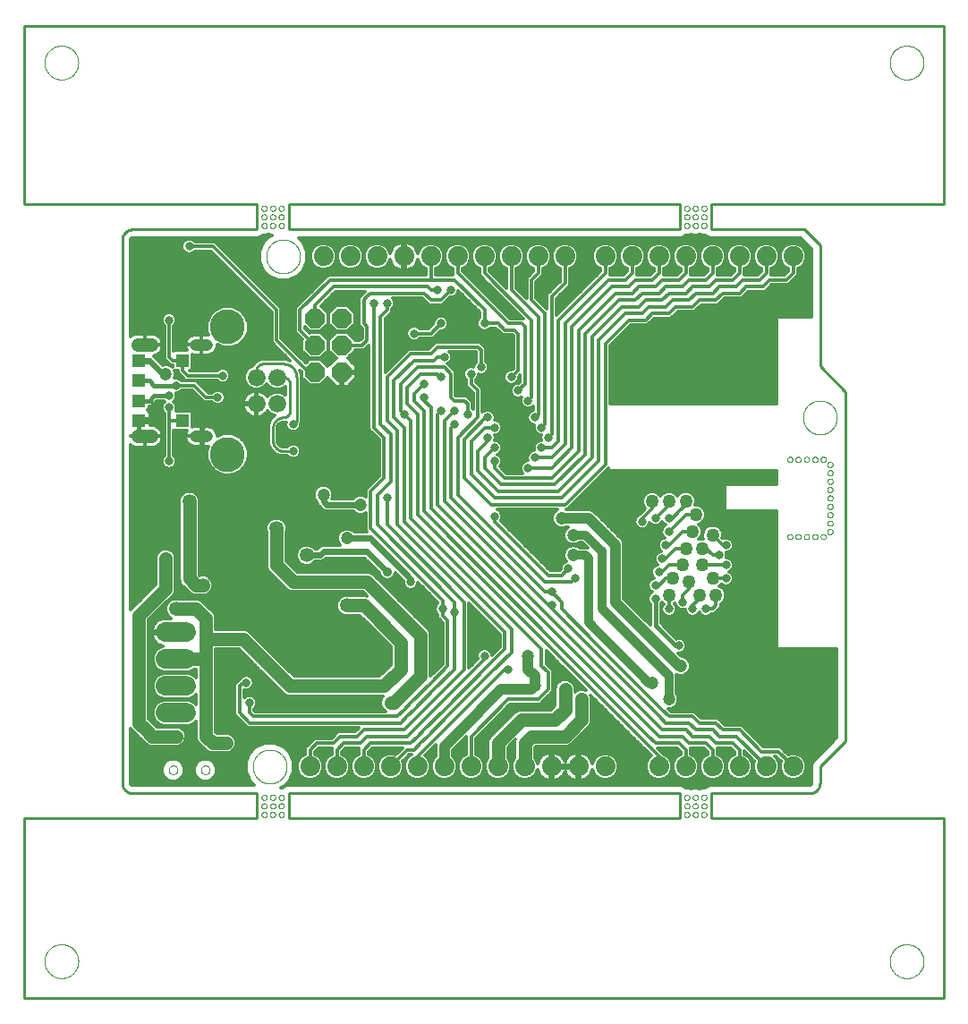
<source format=gbl>
G75*
%MOIN*%
%OFA0B0*%
%FSLAX25Y25*%
%IPPOS*%
%LPD*%
%AMOC8*
5,1,8,0,0,1.08239X$1,22.5*
%
%ADD10C,0.00000*%
%ADD11C,0.01000*%
%ADD12OC8,0.07400*%
%ADD13C,0.07400*%
%ADD14C,0.06600*%
%ADD15C,0.13000*%
%ADD16C,0.04331*%
%ADD17C,0.05118*%
%ADD18C,0.07400*%
%ADD19R,0.05118X0.05118*%
%ADD20C,0.05000*%
%ADD21C,0.03169*%
%ADD22C,0.01200*%
%ADD23C,0.01600*%
%ADD24C,0.03562*%
%ADD25C,0.05000*%
%ADD26C,0.05315*%
%ADD27C,0.04724*%
%ADD28C,0.02400*%
%ADD29C,0.03200*%
%ADD30C,0.04000*%
D10*
X0008981Y0015280D02*
X0008983Y0015438D01*
X0008989Y0015596D01*
X0008999Y0015754D01*
X0009013Y0015912D01*
X0009031Y0016069D01*
X0009052Y0016226D01*
X0009078Y0016382D01*
X0009108Y0016538D01*
X0009141Y0016693D01*
X0009179Y0016846D01*
X0009220Y0016999D01*
X0009265Y0017151D01*
X0009314Y0017302D01*
X0009367Y0017451D01*
X0009423Y0017599D01*
X0009483Y0017745D01*
X0009547Y0017890D01*
X0009615Y0018033D01*
X0009686Y0018175D01*
X0009760Y0018315D01*
X0009838Y0018452D01*
X0009920Y0018588D01*
X0010004Y0018722D01*
X0010093Y0018853D01*
X0010184Y0018982D01*
X0010279Y0019109D01*
X0010376Y0019234D01*
X0010477Y0019356D01*
X0010581Y0019475D01*
X0010688Y0019592D01*
X0010798Y0019706D01*
X0010911Y0019817D01*
X0011026Y0019926D01*
X0011144Y0020031D01*
X0011265Y0020133D01*
X0011388Y0020233D01*
X0011514Y0020329D01*
X0011642Y0020422D01*
X0011772Y0020512D01*
X0011905Y0020598D01*
X0012040Y0020682D01*
X0012176Y0020761D01*
X0012315Y0020838D01*
X0012456Y0020910D01*
X0012598Y0020980D01*
X0012742Y0021045D01*
X0012888Y0021107D01*
X0013035Y0021165D01*
X0013184Y0021220D01*
X0013334Y0021271D01*
X0013485Y0021318D01*
X0013637Y0021361D01*
X0013790Y0021400D01*
X0013945Y0021436D01*
X0014100Y0021467D01*
X0014256Y0021495D01*
X0014412Y0021519D01*
X0014569Y0021539D01*
X0014727Y0021555D01*
X0014884Y0021567D01*
X0015043Y0021575D01*
X0015201Y0021579D01*
X0015359Y0021579D01*
X0015517Y0021575D01*
X0015676Y0021567D01*
X0015833Y0021555D01*
X0015991Y0021539D01*
X0016148Y0021519D01*
X0016304Y0021495D01*
X0016460Y0021467D01*
X0016615Y0021436D01*
X0016770Y0021400D01*
X0016923Y0021361D01*
X0017075Y0021318D01*
X0017226Y0021271D01*
X0017376Y0021220D01*
X0017525Y0021165D01*
X0017672Y0021107D01*
X0017818Y0021045D01*
X0017962Y0020980D01*
X0018104Y0020910D01*
X0018245Y0020838D01*
X0018384Y0020761D01*
X0018520Y0020682D01*
X0018655Y0020598D01*
X0018788Y0020512D01*
X0018918Y0020422D01*
X0019046Y0020329D01*
X0019172Y0020233D01*
X0019295Y0020133D01*
X0019416Y0020031D01*
X0019534Y0019926D01*
X0019649Y0019817D01*
X0019762Y0019706D01*
X0019872Y0019592D01*
X0019979Y0019475D01*
X0020083Y0019356D01*
X0020184Y0019234D01*
X0020281Y0019109D01*
X0020376Y0018982D01*
X0020467Y0018853D01*
X0020556Y0018722D01*
X0020640Y0018588D01*
X0020722Y0018452D01*
X0020800Y0018315D01*
X0020874Y0018175D01*
X0020945Y0018033D01*
X0021013Y0017890D01*
X0021077Y0017745D01*
X0021137Y0017599D01*
X0021193Y0017451D01*
X0021246Y0017302D01*
X0021295Y0017151D01*
X0021340Y0016999D01*
X0021381Y0016846D01*
X0021419Y0016693D01*
X0021452Y0016538D01*
X0021482Y0016382D01*
X0021508Y0016226D01*
X0021529Y0016069D01*
X0021547Y0015912D01*
X0021561Y0015754D01*
X0021571Y0015596D01*
X0021577Y0015438D01*
X0021579Y0015280D01*
X0021577Y0015122D01*
X0021571Y0014964D01*
X0021561Y0014806D01*
X0021547Y0014648D01*
X0021529Y0014491D01*
X0021508Y0014334D01*
X0021482Y0014178D01*
X0021452Y0014022D01*
X0021419Y0013867D01*
X0021381Y0013714D01*
X0021340Y0013561D01*
X0021295Y0013409D01*
X0021246Y0013258D01*
X0021193Y0013109D01*
X0021137Y0012961D01*
X0021077Y0012815D01*
X0021013Y0012670D01*
X0020945Y0012527D01*
X0020874Y0012385D01*
X0020800Y0012245D01*
X0020722Y0012108D01*
X0020640Y0011972D01*
X0020556Y0011838D01*
X0020467Y0011707D01*
X0020376Y0011578D01*
X0020281Y0011451D01*
X0020184Y0011326D01*
X0020083Y0011204D01*
X0019979Y0011085D01*
X0019872Y0010968D01*
X0019762Y0010854D01*
X0019649Y0010743D01*
X0019534Y0010634D01*
X0019416Y0010529D01*
X0019295Y0010427D01*
X0019172Y0010327D01*
X0019046Y0010231D01*
X0018918Y0010138D01*
X0018788Y0010048D01*
X0018655Y0009962D01*
X0018520Y0009878D01*
X0018384Y0009799D01*
X0018245Y0009722D01*
X0018104Y0009650D01*
X0017962Y0009580D01*
X0017818Y0009515D01*
X0017672Y0009453D01*
X0017525Y0009395D01*
X0017376Y0009340D01*
X0017226Y0009289D01*
X0017075Y0009242D01*
X0016923Y0009199D01*
X0016770Y0009160D01*
X0016615Y0009124D01*
X0016460Y0009093D01*
X0016304Y0009065D01*
X0016148Y0009041D01*
X0015991Y0009021D01*
X0015833Y0009005D01*
X0015676Y0008993D01*
X0015517Y0008985D01*
X0015359Y0008981D01*
X0015201Y0008981D01*
X0015043Y0008985D01*
X0014884Y0008993D01*
X0014727Y0009005D01*
X0014569Y0009021D01*
X0014412Y0009041D01*
X0014256Y0009065D01*
X0014100Y0009093D01*
X0013945Y0009124D01*
X0013790Y0009160D01*
X0013637Y0009199D01*
X0013485Y0009242D01*
X0013334Y0009289D01*
X0013184Y0009340D01*
X0013035Y0009395D01*
X0012888Y0009453D01*
X0012742Y0009515D01*
X0012598Y0009580D01*
X0012456Y0009650D01*
X0012315Y0009722D01*
X0012176Y0009799D01*
X0012040Y0009878D01*
X0011905Y0009962D01*
X0011772Y0010048D01*
X0011642Y0010138D01*
X0011514Y0010231D01*
X0011388Y0010327D01*
X0011265Y0010427D01*
X0011144Y0010529D01*
X0011026Y0010634D01*
X0010911Y0010743D01*
X0010798Y0010854D01*
X0010688Y0010968D01*
X0010581Y0011085D01*
X0010477Y0011204D01*
X0010376Y0011326D01*
X0010279Y0011451D01*
X0010184Y0011578D01*
X0010093Y0011707D01*
X0010004Y0011838D01*
X0009920Y0011972D01*
X0009838Y0012108D01*
X0009760Y0012245D01*
X0009686Y0012385D01*
X0009615Y0012527D01*
X0009547Y0012670D01*
X0009483Y0012815D01*
X0009423Y0012961D01*
X0009367Y0013109D01*
X0009314Y0013258D01*
X0009265Y0013409D01*
X0009220Y0013561D01*
X0009179Y0013714D01*
X0009141Y0013867D01*
X0009108Y0014022D01*
X0009078Y0014178D01*
X0009052Y0014334D01*
X0009031Y0014491D01*
X0009013Y0014648D01*
X0008999Y0014806D01*
X0008989Y0014964D01*
X0008983Y0015122D01*
X0008981Y0015280D01*
X0055317Y0086530D02*
X0055319Y0086610D01*
X0055325Y0086689D01*
X0055335Y0086768D01*
X0055349Y0086847D01*
X0055366Y0086925D01*
X0055388Y0087002D01*
X0055413Y0087077D01*
X0055443Y0087151D01*
X0055475Y0087224D01*
X0055512Y0087295D01*
X0055552Y0087364D01*
X0055595Y0087431D01*
X0055642Y0087496D01*
X0055691Y0087558D01*
X0055744Y0087618D01*
X0055800Y0087675D01*
X0055858Y0087730D01*
X0055919Y0087781D01*
X0055983Y0087829D01*
X0056049Y0087874D01*
X0056117Y0087916D01*
X0056187Y0087954D01*
X0056259Y0087988D01*
X0056332Y0088019D01*
X0056407Y0088047D01*
X0056484Y0088070D01*
X0056561Y0088090D01*
X0056639Y0088106D01*
X0056718Y0088118D01*
X0056797Y0088126D01*
X0056877Y0088130D01*
X0056957Y0088130D01*
X0057037Y0088126D01*
X0057116Y0088118D01*
X0057195Y0088106D01*
X0057273Y0088090D01*
X0057350Y0088070D01*
X0057427Y0088047D01*
X0057502Y0088019D01*
X0057575Y0087988D01*
X0057647Y0087954D01*
X0057717Y0087916D01*
X0057785Y0087874D01*
X0057851Y0087829D01*
X0057915Y0087781D01*
X0057976Y0087730D01*
X0058034Y0087675D01*
X0058090Y0087618D01*
X0058143Y0087558D01*
X0058192Y0087496D01*
X0058239Y0087431D01*
X0058282Y0087364D01*
X0058322Y0087295D01*
X0058359Y0087224D01*
X0058391Y0087151D01*
X0058421Y0087077D01*
X0058446Y0087002D01*
X0058468Y0086925D01*
X0058485Y0086847D01*
X0058499Y0086768D01*
X0058509Y0086689D01*
X0058515Y0086610D01*
X0058517Y0086530D01*
X0058515Y0086450D01*
X0058509Y0086371D01*
X0058499Y0086292D01*
X0058485Y0086213D01*
X0058468Y0086135D01*
X0058446Y0086058D01*
X0058421Y0085983D01*
X0058391Y0085909D01*
X0058359Y0085836D01*
X0058322Y0085765D01*
X0058282Y0085696D01*
X0058239Y0085629D01*
X0058192Y0085564D01*
X0058143Y0085502D01*
X0058090Y0085442D01*
X0058034Y0085385D01*
X0057976Y0085330D01*
X0057915Y0085279D01*
X0057851Y0085231D01*
X0057785Y0085186D01*
X0057717Y0085144D01*
X0057647Y0085106D01*
X0057575Y0085072D01*
X0057502Y0085041D01*
X0057427Y0085013D01*
X0057350Y0084990D01*
X0057273Y0084970D01*
X0057195Y0084954D01*
X0057116Y0084942D01*
X0057037Y0084934D01*
X0056957Y0084930D01*
X0056877Y0084930D01*
X0056797Y0084934D01*
X0056718Y0084942D01*
X0056639Y0084954D01*
X0056561Y0084970D01*
X0056484Y0084990D01*
X0056407Y0085013D01*
X0056332Y0085041D01*
X0056259Y0085072D01*
X0056187Y0085106D01*
X0056117Y0085144D01*
X0056049Y0085186D01*
X0055983Y0085231D01*
X0055919Y0085279D01*
X0055858Y0085330D01*
X0055800Y0085385D01*
X0055744Y0085442D01*
X0055691Y0085502D01*
X0055642Y0085564D01*
X0055595Y0085629D01*
X0055552Y0085696D01*
X0055512Y0085765D01*
X0055475Y0085836D01*
X0055443Y0085909D01*
X0055413Y0085983D01*
X0055388Y0086058D01*
X0055366Y0086135D01*
X0055349Y0086213D01*
X0055335Y0086292D01*
X0055325Y0086371D01*
X0055319Y0086450D01*
X0055317Y0086530D01*
X0067317Y0086530D02*
X0067319Y0086610D01*
X0067325Y0086689D01*
X0067335Y0086768D01*
X0067349Y0086847D01*
X0067366Y0086925D01*
X0067388Y0087002D01*
X0067413Y0087077D01*
X0067443Y0087151D01*
X0067475Y0087224D01*
X0067512Y0087295D01*
X0067552Y0087364D01*
X0067595Y0087431D01*
X0067642Y0087496D01*
X0067691Y0087558D01*
X0067744Y0087618D01*
X0067800Y0087675D01*
X0067858Y0087730D01*
X0067919Y0087781D01*
X0067983Y0087829D01*
X0068049Y0087874D01*
X0068117Y0087916D01*
X0068187Y0087954D01*
X0068259Y0087988D01*
X0068332Y0088019D01*
X0068407Y0088047D01*
X0068484Y0088070D01*
X0068561Y0088090D01*
X0068639Y0088106D01*
X0068718Y0088118D01*
X0068797Y0088126D01*
X0068877Y0088130D01*
X0068957Y0088130D01*
X0069037Y0088126D01*
X0069116Y0088118D01*
X0069195Y0088106D01*
X0069273Y0088090D01*
X0069350Y0088070D01*
X0069427Y0088047D01*
X0069502Y0088019D01*
X0069575Y0087988D01*
X0069647Y0087954D01*
X0069717Y0087916D01*
X0069785Y0087874D01*
X0069851Y0087829D01*
X0069915Y0087781D01*
X0069976Y0087730D01*
X0070034Y0087675D01*
X0070090Y0087618D01*
X0070143Y0087558D01*
X0070192Y0087496D01*
X0070239Y0087431D01*
X0070282Y0087364D01*
X0070322Y0087295D01*
X0070359Y0087224D01*
X0070391Y0087151D01*
X0070421Y0087077D01*
X0070446Y0087002D01*
X0070468Y0086925D01*
X0070485Y0086847D01*
X0070499Y0086768D01*
X0070509Y0086689D01*
X0070515Y0086610D01*
X0070517Y0086530D01*
X0070515Y0086450D01*
X0070509Y0086371D01*
X0070499Y0086292D01*
X0070485Y0086213D01*
X0070468Y0086135D01*
X0070446Y0086058D01*
X0070421Y0085983D01*
X0070391Y0085909D01*
X0070359Y0085836D01*
X0070322Y0085765D01*
X0070282Y0085696D01*
X0070239Y0085629D01*
X0070192Y0085564D01*
X0070143Y0085502D01*
X0070090Y0085442D01*
X0070034Y0085385D01*
X0069976Y0085330D01*
X0069915Y0085279D01*
X0069851Y0085231D01*
X0069785Y0085186D01*
X0069717Y0085144D01*
X0069647Y0085106D01*
X0069575Y0085072D01*
X0069502Y0085041D01*
X0069427Y0085013D01*
X0069350Y0084990D01*
X0069273Y0084970D01*
X0069195Y0084954D01*
X0069116Y0084942D01*
X0069037Y0084934D01*
X0068957Y0084930D01*
X0068877Y0084930D01*
X0068797Y0084934D01*
X0068718Y0084942D01*
X0068639Y0084954D01*
X0068561Y0084970D01*
X0068484Y0084990D01*
X0068407Y0085013D01*
X0068332Y0085041D01*
X0068259Y0085072D01*
X0068187Y0085106D01*
X0068117Y0085144D01*
X0068049Y0085186D01*
X0067983Y0085231D01*
X0067919Y0085279D01*
X0067858Y0085330D01*
X0067800Y0085385D01*
X0067744Y0085442D01*
X0067691Y0085502D01*
X0067642Y0085564D01*
X0067595Y0085629D01*
X0067552Y0085696D01*
X0067512Y0085765D01*
X0067475Y0085836D01*
X0067443Y0085909D01*
X0067413Y0085983D01*
X0067388Y0086058D01*
X0067366Y0086135D01*
X0067349Y0086213D01*
X0067335Y0086292D01*
X0067325Y0086371D01*
X0067319Y0086450D01*
X0067317Y0086530D01*
X0086618Y0087780D02*
X0086620Y0087938D01*
X0086626Y0088096D01*
X0086636Y0088254D01*
X0086650Y0088412D01*
X0086668Y0088569D01*
X0086689Y0088726D01*
X0086715Y0088882D01*
X0086745Y0089038D01*
X0086778Y0089193D01*
X0086816Y0089346D01*
X0086857Y0089499D01*
X0086902Y0089651D01*
X0086951Y0089802D01*
X0087004Y0089951D01*
X0087060Y0090099D01*
X0087120Y0090245D01*
X0087184Y0090390D01*
X0087252Y0090533D01*
X0087323Y0090675D01*
X0087397Y0090815D01*
X0087475Y0090952D01*
X0087557Y0091088D01*
X0087641Y0091222D01*
X0087730Y0091353D01*
X0087821Y0091482D01*
X0087916Y0091609D01*
X0088013Y0091734D01*
X0088114Y0091856D01*
X0088218Y0091975D01*
X0088325Y0092092D01*
X0088435Y0092206D01*
X0088548Y0092317D01*
X0088663Y0092426D01*
X0088781Y0092531D01*
X0088902Y0092633D01*
X0089025Y0092733D01*
X0089151Y0092829D01*
X0089279Y0092922D01*
X0089409Y0093012D01*
X0089542Y0093098D01*
X0089677Y0093182D01*
X0089813Y0093261D01*
X0089952Y0093338D01*
X0090093Y0093410D01*
X0090235Y0093480D01*
X0090379Y0093545D01*
X0090525Y0093607D01*
X0090672Y0093665D01*
X0090821Y0093720D01*
X0090971Y0093771D01*
X0091122Y0093818D01*
X0091274Y0093861D01*
X0091427Y0093900D01*
X0091582Y0093936D01*
X0091737Y0093967D01*
X0091893Y0093995D01*
X0092049Y0094019D01*
X0092206Y0094039D01*
X0092364Y0094055D01*
X0092521Y0094067D01*
X0092680Y0094075D01*
X0092838Y0094079D01*
X0092996Y0094079D01*
X0093154Y0094075D01*
X0093313Y0094067D01*
X0093470Y0094055D01*
X0093628Y0094039D01*
X0093785Y0094019D01*
X0093941Y0093995D01*
X0094097Y0093967D01*
X0094252Y0093936D01*
X0094407Y0093900D01*
X0094560Y0093861D01*
X0094712Y0093818D01*
X0094863Y0093771D01*
X0095013Y0093720D01*
X0095162Y0093665D01*
X0095309Y0093607D01*
X0095455Y0093545D01*
X0095599Y0093480D01*
X0095741Y0093410D01*
X0095882Y0093338D01*
X0096021Y0093261D01*
X0096157Y0093182D01*
X0096292Y0093098D01*
X0096425Y0093012D01*
X0096555Y0092922D01*
X0096683Y0092829D01*
X0096809Y0092733D01*
X0096932Y0092633D01*
X0097053Y0092531D01*
X0097171Y0092426D01*
X0097286Y0092317D01*
X0097399Y0092206D01*
X0097509Y0092092D01*
X0097616Y0091975D01*
X0097720Y0091856D01*
X0097821Y0091734D01*
X0097918Y0091609D01*
X0098013Y0091482D01*
X0098104Y0091353D01*
X0098193Y0091222D01*
X0098277Y0091088D01*
X0098359Y0090952D01*
X0098437Y0090815D01*
X0098511Y0090675D01*
X0098582Y0090533D01*
X0098650Y0090390D01*
X0098714Y0090245D01*
X0098774Y0090099D01*
X0098830Y0089951D01*
X0098883Y0089802D01*
X0098932Y0089651D01*
X0098977Y0089499D01*
X0099018Y0089346D01*
X0099056Y0089193D01*
X0099089Y0089038D01*
X0099119Y0088882D01*
X0099145Y0088726D01*
X0099166Y0088569D01*
X0099184Y0088412D01*
X0099198Y0088254D01*
X0099208Y0088096D01*
X0099214Y0087938D01*
X0099216Y0087780D01*
X0099214Y0087622D01*
X0099208Y0087464D01*
X0099198Y0087306D01*
X0099184Y0087148D01*
X0099166Y0086991D01*
X0099145Y0086834D01*
X0099119Y0086678D01*
X0099089Y0086522D01*
X0099056Y0086367D01*
X0099018Y0086214D01*
X0098977Y0086061D01*
X0098932Y0085909D01*
X0098883Y0085758D01*
X0098830Y0085609D01*
X0098774Y0085461D01*
X0098714Y0085315D01*
X0098650Y0085170D01*
X0098582Y0085027D01*
X0098511Y0084885D01*
X0098437Y0084745D01*
X0098359Y0084608D01*
X0098277Y0084472D01*
X0098193Y0084338D01*
X0098104Y0084207D01*
X0098013Y0084078D01*
X0097918Y0083951D01*
X0097821Y0083826D01*
X0097720Y0083704D01*
X0097616Y0083585D01*
X0097509Y0083468D01*
X0097399Y0083354D01*
X0097286Y0083243D01*
X0097171Y0083134D01*
X0097053Y0083029D01*
X0096932Y0082927D01*
X0096809Y0082827D01*
X0096683Y0082731D01*
X0096555Y0082638D01*
X0096425Y0082548D01*
X0096292Y0082462D01*
X0096157Y0082378D01*
X0096021Y0082299D01*
X0095882Y0082222D01*
X0095741Y0082150D01*
X0095599Y0082080D01*
X0095455Y0082015D01*
X0095309Y0081953D01*
X0095162Y0081895D01*
X0095013Y0081840D01*
X0094863Y0081789D01*
X0094712Y0081742D01*
X0094560Y0081699D01*
X0094407Y0081660D01*
X0094252Y0081624D01*
X0094097Y0081593D01*
X0093941Y0081565D01*
X0093785Y0081541D01*
X0093628Y0081521D01*
X0093470Y0081505D01*
X0093313Y0081493D01*
X0093154Y0081485D01*
X0092996Y0081481D01*
X0092838Y0081481D01*
X0092680Y0081485D01*
X0092521Y0081493D01*
X0092364Y0081505D01*
X0092206Y0081521D01*
X0092049Y0081541D01*
X0091893Y0081565D01*
X0091737Y0081593D01*
X0091582Y0081624D01*
X0091427Y0081660D01*
X0091274Y0081699D01*
X0091122Y0081742D01*
X0090971Y0081789D01*
X0090821Y0081840D01*
X0090672Y0081895D01*
X0090525Y0081953D01*
X0090379Y0082015D01*
X0090235Y0082080D01*
X0090093Y0082150D01*
X0089952Y0082222D01*
X0089813Y0082299D01*
X0089677Y0082378D01*
X0089542Y0082462D01*
X0089409Y0082548D01*
X0089279Y0082638D01*
X0089151Y0082731D01*
X0089025Y0082827D01*
X0088902Y0082927D01*
X0088781Y0083029D01*
X0088663Y0083134D01*
X0088548Y0083243D01*
X0088435Y0083354D01*
X0088325Y0083468D01*
X0088218Y0083585D01*
X0088114Y0083704D01*
X0088013Y0083826D01*
X0087916Y0083951D01*
X0087821Y0084078D01*
X0087730Y0084207D01*
X0087641Y0084338D01*
X0087557Y0084472D01*
X0087475Y0084608D01*
X0087397Y0084745D01*
X0087323Y0084885D01*
X0087252Y0085027D01*
X0087184Y0085170D01*
X0087120Y0085315D01*
X0087060Y0085461D01*
X0087004Y0085609D01*
X0086951Y0085758D01*
X0086902Y0085909D01*
X0086857Y0086061D01*
X0086816Y0086214D01*
X0086778Y0086367D01*
X0086745Y0086522D01*
X0086715Y0086678D01*
X0086689Y0086834D01*
X0086668Y0086991D01*
X0086650Y0087148D01*
X0086636Y0087306D01*
X0086626Y0087464D01*
X0086620Y0087622D01*
X0086618Y0087780D01*
X0089837Y0076303D02*
X0089839Y0076365D01*
X0089845Y0076428D01*
X0089855Y0076489D01*
X0089869Y0076550D01*
X0089886Y0076610D01*
X0089907Y0076669D01*
X0089933Y0076726D01*
X0089961Y0076781D01*
X0089993Y0076835D01*
X0090029Y0076886D01*
X0090067Y0076936D01*
X0090109Y0076982D01*
X0090153Y0077026D01*
X0090201Y0077067D01*
X0090250Y0077105D01*
X0090302Y0077139D01*
X0090356Y0077170D01*
X0090412Y0077198D01*
X0090470Y0077222D01*
X0090529Y0077243D01*
X0090589Y0077259D01*
X0090650Y0077272D01*
X0090712Y0077281D01*
X0090774Y0077286D01*
X0090837Y0077287D01*
X0090899Y0077284D01*
X0090961Y0077277D01*
X0091023Y0077266D01*
X0091083Y0077251D01*
X0091143Y0077233D01*
X0091201Y0077211D01*
X0091258Y0077185D01*
X0091313Y0077155D01*
X0091366Y0077122D01*
X0091417Y0077086D01*
X0091465Y0077047D01*
X0091511Y0077004D01*
X0091554Y0076959D01*
X0091594Y0076911D01*
X0091631Y0076861D01*
X0091665Y0076808D01*
X0091696Y0076754D01*
X0091722Y0076698D01*
X0091746Y0076640D01*
X0091765Y0076580D01*
X0091781Y0076520D01*
X0091793Y0076458D01*
X0091801Y0076397D01*
X0091805Y0076334D01*
X0091805Y0076272D01*
X0091801Y0076209D01*
X0091793Y0076148D01*
X0091781Y0076086D01*
X0091765Y0076026D01*
X0091746Y0075966D01*
X0091722Y0075908D01*
X0091696Y0075852D01*
X0091665Y0075798D01*
X0091631Y0075745D01*
X0091594Y0075695D01*
X0091554Y0075647D01*
X0091511Y0075602D01*
X0091465Y0075559D01*
X0091417Y0075520D01*
X0091366Y0075484D01*
X0091313Y0075451D01*
X0091258Y0075421D01*
X0091201Y0075395D01*
X0091143Y0075373D01*
X0091083Y0075355D01*
X0091023Y0075340D01*
X0090961Y0075329D01*
X0090899Y0075322D01*
X0090837Y0075319D01*
X0090774Y0075320D01*
X0090712Y0075325D01*
X0090650Y0075334D01*
X0090589Y0075347D01*
X0090529Y0075363D01*
X0090470Y0075384D01*
X0090412Y0075408D01*
X0090356Y0075436D01*
X0090302Y0075467D01*
X0090250Y0075501D01*
X0090201Y0075539D01*
X0090153Y0075580D01*
X0090109Y0075624D01*
X0090067Y0075670D01*
X0090029Y0075720D01*
X0089993Y0075771D01*
X0089961Y0075825D01*
X0089933Y0075880D01*
X0089907Y0075937D01*
X0089886Y0075996D01*
X0089869Y0076056D01*
X0089855Y0076117D01*
X0089845Y0076178D01*
X0089839Y0076241D01*
X0089837Y0076303D01*
X0089837Y0073104D02*
X0089839Y0073166D01*
X0089845Y0073229D01*
X0089855Y0073290D01*
X0089869Y0073351D01*
X0089886Y0073411D01*
X0089907Y0073470D01*
X0089933Y0073527D01*
X0089961Y0073582D01*
X0089993Y0073636D01*
X0090029Y0073687D01*
X0090067Y0073737D01*
X0090109Y0073783D01*
X0090153Y0073827D01*
X0090201Y0073868D01*
X0090250Y0073906D01*
X0090302Y0073940D01*
X0090356Y0073971D01*
X0090412Y0073999D01*
X0090470Y0074023D01*
X0090529Y0074044D01*
X0090589Y0074060D01*
X0090650Y0074073D01*
X0090712Y0074082D01*
X0090774Y0074087D01*
X0090837Y0074088D01*
X0090899Y0074085D01*
X0090961Y0074078D01*
X0091023Y0074067D01*
X0091083Y0074052D01*
X0091143Y0074034D01*
X0091201Y0074012D01*
X0091258Y0073986D01*
X0091313Y0073956D01*
X0091366Y0073923D01*
X0091417Y0073887D01*
X0091465Y0073848D01*
X0091511Y0073805D01*
X0091554Y0073760D01*
X0091594Y0073712D01*
X0091631Y0073662D01*
X0091665Y0073609D01*
X0091696Y0073555D01*
X0091722Y0073499D01*
X0091746Y0073441D01*
X0091765Y0073381D01*
X0091781Y0073321D01*
X0091793Y0073259D01*
X0091801Y0073198D01*
X0091805Y0073135D01*
X0091805Y0073073D01*
X0091801Y0073010D01*
X0091793Y0072949D01*
X0091781Y0072887D01*
X0091765Y0072827D01*
X0091746Y0072767D01*
X0091722Y0072709D01*
X0091696Y0072653D01*
X0091665Y0072599D01*
X0091631Y0072546D01*
X0091594Y0072496D01*
X0091554Y0072448D01*
X0091511Y0072403D01*
X0091465Y0072360D01*
X0091417Y0072321D01*
X0091366Y0072285D01*
X0091313Y0072252D01*
X0091258Y0072222D01*
X0091201Y0072196D01*
X0091143Y0072174D01*
X0091083Y0072156D01*
X0091023Y0072141D01*
X0090961Y0072130D01*
X0090899Y0072123D01*
X0090837Y0072120D01*
X0090774Y0072121D01*
X0090712Y0072126D01*
X0090650Y0072135D01*
X0090589Y0072148D01*
X0090529Y0072164D01*
X0090470Y0072185D01*
X0090412Y0072209D01*
X0090356Y0072237D01*
X0090302Y0072268D01*
X0090250Y0072302D01*
X0090201Y0072340D01*
X0090153Y0072381D01*
X0090109Y0072425D01*
X0090067Y0072471D01*
X0090029Y0072521D01*
X0089993Y0072572D01*
X0089961Y0072626D01*
X0089933Y0072681D01*
X0089907Y0072738D01*
X0089886Y0072797D01*
X0089869Y0072857D01*
X0089855Y0072918D01*
X0089845Y0072979D01*
X0089839Y0073042D01*
X0089837Y0073104D01*
X0089837Y0069906D02*
X0089839Y0069968D01*
X0089845Y0070031D01*
X0089855Y0070092D01*
X0089869Y0070153D01*
X0089886Y0070213D01*
X0089907Y0070272D01*
X0089933Y0070329D01*
X0089961Y0070384D01*
X0089993Y0070438D01*
X0090029Y0070489D01*
X0090067Y0070539D01*
X0090109Y0070585D01*
X0090153Y0070629D01*
X0090201Y0070670D01*
X0090250Y0070708D01*
X0090302Y0070742D01*
X0090356Y0070773D01*
X0090412Y0070801D01*
X0090470Y0070825D01*
X0090529Y0070846D01*
X0090589Y0070862D01*
X0090650Y0070875D01*
X0090712Y0070884D01*
X0090774Y0070889D01*
X0090837Y0070890D01*
X0090899Y0070887D01*
X0090961Y0070880D01*
X0091023Y0070869D01*
X0091083Y0070854D01*
X0091143Y0070836D01*
X0091201Y0070814D01*
X0091258Y0070788D01*
X0091313Y0070758D01*
X0091366Y0070725D01*
X0091417Y0070689D01*
X0091465Y0070650D01*
X0091511Y0070607D01*
X0091554Y0070562D01*
X0091594Y0070514D01*
X0091631Y0070464D01*
X0091665Y0070411D01*
X0091696Y0070357D01*
X0091722Y0070301D01*
X0091746Y0070243D01*
X0091765Y0070183D01*
X0091781Y0070123D01*
X0091793Y0070061D01*
X0091801Y0070000D01*
X0091805Y0069937D01*
X0091805Y0069875D01*
X0091801Y0069812D01*
X0091793Y0069751D01*
X0091781Y0069689D01*
X0091765Y0069629D01*
X0091746Y0069569D01*
X0091722Y0069511D01*
X0091696Y0069455D01*
X0091665Y0069401D01*
X0091631Y0069348D01*
X0091594Y0069298D01*
X0091554Y0069250D01*
X0091511Y0069205D01*
X0091465Y0069162D01*
X0091417Y0069123D01*
X0091366Y0069087D01*
X0091313Y0069054D01*
X0091258Y0069024D01*
X0091201Y0068998D01*
X0091143Y0068976D01*
X0091083Y0068958D01*
X0091023Y0068943D01*
X0090961Y0068932D01*
X0090899Y0068925D01*
X0090837Y0068922D01*
X0090774Y0068923D01*
X0090712Y0068928D01*
X0090650Y0068937D01*
X0090589Y0068950D01*
X0090529Y0068966D01*
X0090470Y0068987D01*
X0090412Y0069011D01*
X0090356Y0069039D01*
X0090302Y0069070D01*
X0090250Y0069104D01*
X0090201Y0069142D01*
X0090153Y0069183D01*
X0090109Y0069227D01*
X0090067Y0069273D01*
X0090029Y0069323D01*
X0089993Y0069374D01*
X0089961Y0069428D01*
X0089933Y0069483D01*
X0089907Y0069540D01*
X0089886Y0069599D01*
X0089869Y0069659D01*
X0089855Y0069720D01*
X0089845Y0069781D01*
X0089839Y0069844D01*
X0089837Y0069906D01*
X0093036Y0069906D02*
X0093038Y0069968D01*
X0093044Y0070031D01*
X0093054Y0070092D01*
X0093068Y0070153D01*
X0093085Y0070213D01*
X0093106Y0070272D01*
X0093132Y0070329D01*
X0093160Y0070384D01*
X0093192Y0070438D01*
X0093228Y0070489D01*
X0093266Y0070539D01*
X0093308Y0070585D01*
X0093352Y0070629D01*
X0093400Y0070670D01*
X0093449Y0070708D01*
X0093501Y0070742D01*
X0093555Y0070773D01*
X0093611Y0070801D01*
X0093669Y0070825D01*
X0093728Y0070846D01*
X0093788Y0070862D01*
X0093849Y0070875D01*
X0093911Y0070884D01*
X0093973Y0070889D01*
X0094036Y0070890D01*
X0094098Y0070887D01*
X0094160Y0070880D01*
X0094222Y0070869D01*
X0094282Y0070854D01*
X0094342Y0070836D01*
X0094400Y0070814D01*
X0094457Y0070788D01*
X0094512Y0070758D01*
X0094565Y0070725D01*
X0094616Y0070689D01*
X0094664Y0070650D01*
X0094710Y0070607D01*
X0094753Y0070562D01*
X0094793Y0070514D01*
X0094830Y0070464D01*
X0094864Y0070411D01*
X0094895Y0070357D01*
X0094921Y0070301D01*
X0094945Y0070243D01*
X0094964Y0070183D01*
X0094980Y0070123D01*
X0094992Y0070061D01*
X0095000Y0070000D01*
X0095004Y0069937D01*
X0095004Y0069875D01*
X0095000Y0069812D01*
X0094992Y0069751D01*
X0094980Y0069689D01*
X0094964Y0069629D01*
X0094945Y0069569D01*
X0094921Y0069511D01*
X0094895Y0069455D01*
X0094864Y0069401D01*
X0094830Y0069348D01*
X0094793Y0069298D01*
X0094753Y0069250D01*
X0094710Y0069205D01*
X0094664Y0069162D01*
X0094616Y0069123D01*
X0094565Y0069087D01*
X0094512Y0069054D01*
X0094457Y0069024D01*
X0094400Y0068998D01*
X0094342Y0068976D01*
X0094282Y0068958D01*
X0094222Y0068943D01*
X0094160Y0068932D01*
X0094098Y0068925D01*
X0094036Y0068922D01*
X0093973Y0068923D01*
X0093911Y0068928D01*
X0093849Y0068937D01*
X0093788Y0068950D01*
X0093728Y0068966D01*
X0093669Y0068987D01*
X0093611Y0069011D01*
X0093555Y0069039D01*
X0093501Y0069070D01*
X0093449Y0069104D01*
X0093400Y0069142D01*
X0093352Y0069183D01*
X0093308Y0069227D01*
X0093266Y0069273D01*
X0093228Y0069323D01*
X0093192Y0069374D01*
X0093160Y0069428D01*
X0093132Y0069483D01*
X0093106Y0069540D01*
X0093085Y0069599D01*
X0093068Y0069659D01*
X0093054Y0069720D01*
X0093044Y0069781D01*
X0093038Y0069844D01*
X0093036Y0069906D01*
X0093036Y0073104D02*
X0093038Y0073166D01*
X0093044Y0073229D01*
X0093054Y0073290D01*
X0093068Y0073351D01*
X0093085Y0073411D01*
X0093106Y0073470D01*
X0093132Y0073527D01*
X0093160Y0073582D01*
X0093192Y0073636D01*
X0093228Y0073687D01*
X0093266Y0073737D01*
X0093308Y0073783D01*
X0093352Y0073827D01*
X0093400Y0073868D01*
X0093449Y0073906D01*
X0093501Y0073940D01*
X0093555Y0073971D01*
X0093611Y0073999D01*
X0093669Y0074023D01*
X0093728Y0074044D01*
X0093788Y0074060D01*
X0093849Y0074073D01*
X0093911Y0074082D01*
X0093973Y0074087D01*
X0094036Y0074088D01*
X0094098Y0074085D01*
X0094160Y0074078D01*
X0094222Y0074067D01*
X0094282Y0074052D01*
X0094342Y0074034D01*
X0094400Y0074012D01*
X0094457Y0073986D01*
X0094512Y0073956D01*
X0094565Y0073923D01*
X0094616Y0073887D01*
X0094664Y0073848D01*
X0094710Y0073805D01*
X0094753Y0073760D01*
X0094793Y0073712D01*
X0094830Y0073662D01*
X0094864Y0073609D01*
X0094895Y0073555D01*
X0094921Y0073499D01*
X0094945Y0073441D01*
X0094964Y0073381D01*
X0094980Y0073321D01*
X0094992Y0073259D01*
X0095000Y0073198D01*
X0095004Y0073135D01*
X0095004Y0073073D01*
X0095000Y0073010D01*
X0094992Y0072949D01*
X0094980Y0072887D01*
X0094964Y0072827D01*
X0094945Y0072767D01*
X0094921Y0072709D01*
X0094895Y0072653D01*
X0094864Y0072599D01*
X0094830Y0072546D01*
X0094793Y0072496D01*
X0094753Y0072448D01*
X0094710Y0072403D01*
X0094664Y0072360D01*
X0094616Y0072321D01*
X0094565Y0072285D01*
X0094512Y0072252D01*
X0094457Y0072222D01*
X0094400Y0072196D01*
X0094342Y0072174D01*
X0094282Y0072156D01*
X0094222Y0072141D01*
X0094160Y0072130D01*
X0094098Y0072123D01*
X0094036Y0072120D01*
X0093973Y0072121D01*
X0093911Y0072126D01*
X0093849Y0072135D01*
X0093788Y0072148D01*
X0093728Y0072164D01*
X0093669Y0072185D01*
X0093611Y0072209D01*
X0093555Y0072237D01*
X0093501Y0072268D01*
X0093449Y0072302D01*
X0093400Y0072340D01*
X0093352Y0072381D01*
X0093308Y0072425D01*
X0093266Y0072471D01*
X0093228Y0072521D01*
X0093192Y0072572D01*
X0093160Y0072626D01*
X0093132Y0072681D01*
X0093106Y0072738D01*
X0093085Y0072797D01*
X0093068Y0072857D01*
X0093054Y0072918D01*
X0093044Y0072979D01*
X0093038Y0073042D01*
X0093036Y0073104D01*
X0093036Y0076303D02*
X0093038Y0076365D01*
X0093044Y0076428D01*
X0093054Y0076489D01*
X0093068Y0076550D01*
X0093085Y0076610D01*
X0093106Y0076669D01*
X0093132Y0076726D01*
X0093160Y0076781D01*
X0093192Y0076835D01*
X0093228Y0076886D01*
X0093266Y0076936D01*
X0093308Y0076982D01*
X0093352Y0077026D01*
X0093400Y0077067D01*
X0093449Y0077105D01*
X0093501Y0077139D01*
X0093555Y0077170D01*
X0093611Y0077198D01*
X0093669Y0077222D01*
X0093728Y0077243D01*
X0093788Y0077259D01*
X0093849Y0077272D01*
X0093911Y0077281D01*
X0093973Y0077286D01*
X0094036Y0077287D01*
X0094098Y0077284D01*
X0094160Y0077277D01*
X0094222Y0077266D01*
X0094282Y0077251D01*
X0094342Y0077233D01*
X0094400Y0077211D01*
X0094457Y0077185D01*
X0094512Y0077155D01*
X0094565Y0077122D01*
X0094616Y0077086D01*
X0094664Y0077047D01*
X0094710Y0077004D01*
X0094753Y0076959D01*
X0094793Y0076911D01*
X0094830Y0076861D01*
X0094864Y0076808D01*
X0094895Y0076754D01*
X0094921Y0076698D01*
X0094945Y0076640D01*
X0094964Y0076580D01*
X0094980Y0076520D01*
X0094992Y0076458D01*
X0095000Y0076397D01*
X0095004Y0076334D01*
X0095004Y0076272D01*
X0095000Y0076209D01*
X0094992Y0076148D01*
X0094980Y0076086D01*
X0094964Y0076026D01*
X0094945Y0075966D01*
X0094921Y0075908D01*
X0094895Y0075852D01*
X0094864Y0075798D01*
X0094830Y0075745D01*
X0094793Y0075695D01*
X0094753Y0075647D01*
X0094710Y0075602D01*
X0094664Y0075559D01*
X0094616Y0075520D01*
X0094565Y0075484D01*
X0094512Y0075451D01*
X0094457Y0075421D01*
X0094400Y0075395D01*
X0094342Y0075373D01*
X0094282Y0075355D01*
X0094222Y0075340D01*
X0094160Y0075329D01*
X0094098Y0075322D01*
X0094036Y0075319D01*
X0093973Y0075320D01*
X0093911Y0075325D01*
X0093849Y0075334D01*
X0093788Y0075347D01*
X0093728Y0075363D01*
X0093669Y0075384D01*
X0093611Y0075408D01*
X0093555Y0075436D01*
X0093501Y0075467D01*
X0093449Y0075501D01*
X0093400Y0075539D01*
X0093352Y0075580D01*
X0093308Y0075624D01*
X0093266Y0075670D01*
X0093228Y0075720D01*
X0093192Y0075771D01*
X0093160Y0075825D01*
X0093132Y0075880D01*
X0093106Y0075937D01*
X0093085Y0075996D01*
X0093068Y0076056D01*
X0093054Y0076117D01*
X0093044Y0076178D01*
X0093038Y0076241D01*
X0093036Y0076303D01*
X0096235Y0076303D02*
X0096237Y0076365D01*
X0096243Y0076428D01*
X0096253Y0076489D01*
X0096267Y0076550D01*
X0096284Y0076610D01*
X0096305Y0076669D01*
X0096331Y0076726D01*
X0096359Y0076781D01*
X0096391Y0076835D01*
X0096427Y0076886D01*
X0096465Y0076936D01*
X0096507Y0076982D01*
X0096551Y0077026D01*
X0096599Y0077067D01*
X0096648Y0077105D01*
X0096700Y0077139D01*
X0096754Y0077170D01*
X0096810Y0077198D01*
X0096868Y0077222D01*
X0096927Y0077243D01*
X0096987Y0077259D01*
X0097048Y0077272D01*
X0097110Y0077281D01*
X0097172Y0077286D01*
X0097235Y0077287D01*
X0097297Y0077284D01*
X0097359Y0077277D01*
X0097421Y0077266D01*
X0097481Y0077251D01*
X0097541Y0077233D01*
X0097599Y0077211D01*
X0097656Y0077185D01*
X0097711Y0077155D01*
X0097764Y0077122D01*
X0097815Y0077086D01*
X0097863Y0077047D01*
X0097909Y0077004D01*
X0097952Y0076959D01*
X0097992Y0076911D01*
X0098029Y0076861D01*
X0098063Y0076808D01*
X0098094Y0076754D01*
X0098120Y0076698D01*
X0098144Y0076640D01*
X0098163Y0076580D01*
X0098179Y0076520D01*
X0098191Y0076458D01*
X0098199Y0076397D01*
X0098203Y0076334D01*
X0098203Y0076272D01*
X0098199Y0076209D01*
X0098191Y0076148D01*
X0098179Y0076086D01*
X0098163Y0076026D01*
X0098144Y0075966D01*
X0098120Y0075908D01*
X0098094Y0075852D01*
X0098063Y0075798D01*
X0098029Y0075745D01*
X0097992Y0075695D01*
X0097952Y0075647D01*
X0097909Y0075602D01*
X0097863Y0075559D01*
X0097815Y0075520D01*
X0097764Y0075484D01*
X0097711Y0075451D01*
X0097656Y0075421D01*
X0097599Y0075395D01*
X0097541Y0075373D01*
X0097481Y0075355D01*
X0097421Y0075340D01*
X0097359Y0075329D01*
X0097297Y0075322D01*
X0097235Y0075319D01*
X0097172Y0075320D01*
X0097110Y0075325D01*
X0097048Y0075334D01*
X0096987Y0075347D01*
X0096927Y0075363D01*
X0096868Y0075384D01*
X0096810Y0075408D01*
X0096754Y0075436D01*
X0096700Y0075467D01*
X0096648Y0075501D01*
X0096599Y0075539D01*
X0096551Y0075580D01*
X0096507Y0075624D01*
X0096465Y0075670D01*
X0096427Y0075720D01*
X0096391Y0075771D01*
X0096359Y0075825D01*
X0096331Y0075880D01*
X0096305Y0075937D01*
X0096284Y0075996D01*
X0096267Y0076056D01*
X0096253Y0076117D01*
X0096243Y0076178D01*
X0096237Y0076241D01*
X0096235Y0076303D01*
X0096235Y0073104D02*
X0096237Y0073166D01*
X0096243Y0073229D01*
X0096253Y0073290D01*
X0096267Y0073351D01*
X0096284Y0073411D01*
X0096305Y0073470D01*
X0096331Y0073527D01*
X0096359Y0073582D01*
X0096391Y0073636D01*
X0096427Y0073687D01*
X0096465Y0073737D01*
X0096507Y0073783D01*
X0096551Y0073827D01*
X0096599Y0073868D01*
X0096648Y0073906D01*
X0096700Y0073940D01*
X0096754Y0073971D01*
X0096810Y0073999D01*
X0096868Y0074023D01*
X0096927Y0074044D01*
X0096987Y0074060D01*
X0097048Y0074073D01*
X0097110Y0074082D01*
X0097172Y0074087D01*
X0097235Y0074088D01*
X0097297Y0074085D01*
X0097359Y0074078D01*
X0097421Y0074067D01*
X0097481Y0074052D01*
X0097541Y0074034D01*
X0097599Y0074012D01*
X0097656Y0073986D01*
X0097711Y0073956D01*
X0097764Y0073923D01*
X0097815Y0073887D01*
X0097863Y0073848D01*
X0097909Y0073805D01*
X0097952Y0073760D01*
X0097992Y0073712D01*
X0098029Y0073662D01*
X0098063Y0073609D01*
X0098094Y0073555D01*
X0098120Y0073499D01*
X0098144Y0073441D01*
X0098163Y0073381D01*
X0098179Y0073321D01*
X0098191Y0073259D01*
X0098199Y0073198D01*
X0098203Y0073135D01*
X0098203Y0073073D01*
X0098199Y0073010D01*
X0098191Y0072949D01*
X0098179Y0072887D01*
X0098163Y0072827D01*
X0098144Y0072767D01*
X0098120Y0072709D01*
X0098094Y0072653D01*
X0098063Y0072599D01*
X0098029Y0072546D01*
X0097992Y0072496D01*
X0097952Y0072448D01*
X0097909Y0072403D01*
X0097863Y0072360D01*
X0097815Y0072321D01*
X0097764Y0072285D01*
X0097711Y0072252D01*
X0097656Y0072222D01*
X0097599Y0072196D01*
X0097541Y0072174D01*
X0097481Y0072156D01*
X0097421Y0072141D01*
X0097359Y0072130D01*
X0097297Y0072123D01*
X0097235Y0072120D01*
X0097172Y0072121D01*
X0097110Y0072126D01*
X0097048Y0072135D01*
X0096987Y0072148D01*
X0096927Y0072164D01*
X0096868Y0072185D01*
X0096810Y0072209D01*
X0096754Y0072237D01*
X0096700Y0072268D01*
X0096648Y0072302D01*
X0096599Y0072340D01*
X0096551Y0072381D01*
X0096507Y0072425D01*
X0096465Y0072471D01*
X0096427Y0072521D01*
X0096391Y0072572D01*
X0096359Y0072626D01*
X0096331Y0072681D01*
X0096305Y0072738D01*
X0096284Y0072797D01*
X0096267Y0072857D01*
X0096253Y0072918D01*
X0096243Y0072979D01*
X0096237Y0073042D01*
X0096235Y0073104D01*
X0096235Y0069906D02*
X0096237Y0069968D01*
X0096243Y0070031D01*
X0096253Y0070092D01*
X0096267Y0070153D01*
X0096284Y0070213D01*
X0096305Y0070272D01*
X0096331Y0070329D01*
X0096359Y0070384D01*
X0096391Y0070438D01*
X0096427Y0070489D01*
X0096465Y0070539D01*
X0096507Y0070585D01*
X0096551Y0070629D01*
X0096599Y0070670D01*
X0096648Y0070708D01*
X0096700Y0070742D01*
X0096754Y0070773D01*
X0096810Y0070801D01*
X0096868Y0070825D01*
X0096927Y0070846D01*
X0096987Y0070862D01*
X0097048Y0070875D01*
X0097110Y0070884D01*
X0097172Y0070889D01*
X0097235Y0070890D01*
X0097297Y0070887D01*
X0097359Y0070880D01*
X0097421Y0070869D01*
X0097481Y0070854D01*
X0097541Y0070836D01*
X0097599Y0070814D01*
X0097656Y0070788D01*
X0097711Y0070758D01*
X0097764Y0070725D01*
X0097815Y0070689D01*
X0097863Y0070650D01*
X0097909Y0070607D01*
X0097952Y0070562D01*
X0097992Y0070514D01*
X0098029Y0070464D01*
X0098063Y0070411D01*
X0098094Y0070357D01*
X0098120Y0070301D01*
X0098144Y0070243D01*
X0098163Y0070183D01*
X0098179Y0070123D01*
X0098191Y0070061D01*
X0098199Y0070000D01*
X0098203Y0069937D01*
X0098203Y0069875D01*
X0098199Y0069812D01*
X0098191Y0069751D01*
X0098179Y0069689D01*
X0098163Y0069629D01*
X0098144Y0069569D01*
X0098120Y0069511D01*
X0098094Y0069455D01*
X0098063Y0069401D01*
X0098029Y0069348D01*
X0097992Y0069298D01*
X0097952Y0069250D01*
X0097909Y0069205D01*
X0097863Y0069162D01*
X0097815Y0069123D01*
X0097764Y0069087D01*
X0097711Y0069054D01*
X0097656Y0069024D01*
X0097599Y0068998D01*
X0097541Y0068976D01*
X0097481Y0068958D01*
X0097421Y0068943D01*
X0097359Y0068932D01*
X0097297Y0068925D01*
X0097235Y0068922D01*
X0097172Y0068923D01*
X0097110Y0068928D01*
X0097048Y0068937D01*
X0096987Y0068950D01*
X0096927Y0068966D01*
X0096868Y0068987D01*
X0096810Y0069011D01*
X0096754Y0069039D01*
X0096700Y0069070D01*
X0096648Y0069104D01*
X0096599Y0069142D01*
X0096551Y0069183D01*
X0096507Y0069227D01*
X0096465Y0069273D01*
X0096427Y0069323D01*
X0096391Y0069374D01*
X0096359Y0069428D01*
X0096331Y0069483D01*
X0096305Y0069540D01*
X0096284Y0069599D01*
X0096267Y0069659D01*
X0096253Y0069720D01*
X0096243Y0069781D01*
X0096237Y0069844D01*
X0096235Y0069906D01*
X0247317Y0069906D02*
X0247319Y0069968D01*
X0247325Y0070031D01*
X0247335Y0070092D01*
X0247349Y0070153D01*
X0247366Y0070213D01*
X0247387Y0070272D01*
X0247413Y0070329D01*
X0247441Y0070384D01*
X0247473Y0070438D01*
X0247509Y0070489D01*
X0247547Y0070539D01*
X0247589Y0070585D01*
X0247633Y0070629D01*
X0247681Y0070670D01*
X0247730Y0070708D01*
X0247782Y0070742D01*
X0247836Y0070773D01*
X0247892Y0070801D01*
X0247950Y0070825D01*
X0248009Y0070846D01*
X0248069Y0070862D01*
X0248130Y0070875D01*
X0248192Y0070884D01*
X0248254Y0070889D01*
X0248317Y0070890D01*
X0248379Y0070887D01*
X0248441Y0070880D01*
X0248503Y0070869D01*
X0248563Y0070854D01*
X0248623Y0070836D01*
X0248681Y0070814D01*
X0248738Y0070788D01*
X0248793Y0070758D01*
X0248846Y0070725D01*
X0248897Y0070689D01*
X0248945Y0070650D01*
X0248991Y0070607D01*
X0249034Y0070562D01*
X0249074Y0070514D01*
X0249111Y0070464D01*
X0249145Y0070411D01*
X0249176Y0070357D01*
X0249202Y0070301D01*
X0249226Y0070243D01*
X0249245Y0070183D01*
X0249261Y0070123D01*
X0249273Y0070061D01*
X0249281Y0070000D01*
X0249285Y0069937D01*
X0249285Y0069875D01*
X0249281Y0069812D01*
X0249273Y0069751D01*
X0249261Y0069689D01*
X0249245Y0069629D01*
X0249226Y0069569D01*
X0249202Y0069511D01*
X0249176Y0069455D01*
X0249145Y0069401D01*
X0249111Y0069348D01*
X0249074Y0069298D01*
X0249034Y0069250D01*
X0248991Y0069205D01*
X0248945Y0069162D01*
X0248897Y0069123D01*
X0248846Y0069087D01*
X0248793Y0069054D01*
X0248738Y0069024D01*
X0248681Y0068998D01*
X0248623Y0068976D01*
X0248563Y0068958D01*
X0248503Y0068943D01*
X0248441Y0068932D01*
X0248379Y0068925D01*
X0248317Y0068922D01*
X0248254Y0068923D01*
X0248192Y0068928D01*
X0248130Y0068937D01*
X0248069Y0068950D01*
X0248009Y0068966D01*
X0247950Y0068987D01*
X0247892Y0069011D01*
X0247836Y0069039D01*
X0247782Y0069070D01*
X0247730Y0069104D01*
X0247681Y0069142D01*
X0247633Y0069183D01*
X0247589Y0069227D01*
X0247547Y0069273D01*
X0247509Y0069323D01*
X0247473Y0069374D01*
X0247441Y0069428D01*
X0247413Y0069483D01*
X0247387Y0069540D01*
X0247366Y0069599D01*
X0247349Y0069659D01*
X0247335Y0069720D01*
X0247325Y0069781D01*
X0247319Y0069844D01*
X0247317Y0069906D01*
X0247317Y0073104D02*
X0247319Y0073166D01*
X0247325Y0073229D01*
X0247335Y0073290D01*
X0247349Y0073351D01*
X0247366Y0073411D01*
X0247387Y0073470D01*
X0247413Y0073527D01*
X0247441Y0073582D01*
X0247473Y0073636D01*
X0247509Y0073687D01*
X0247547Y0073737D01*
X0247589Y0073783D01*
X0247633Y0073827D01*
X0247681Y0073868D01*
X0247730Y0073906D01*
X0247782Y0073940D01*
X0247836Y0073971D01*
X0247892Y0073999D01*
X0247950Y0074023D01*
X0248009Y0074044D01*
X0248069Y0074060D01*
X0248130Y0074073D01*
X0248192Y0074082D01*
X0248254Y0074087D01*
X0248317Y0074088D01*
X0248379Y0074085D01*
X0248441Y0074078D01*
X0248503Y0074067D01*
X0248563Y0074052D01*
X0248623Y0074034D01*
X0248681Y0074012D01*
X0248738Y0073986D01*
X0248793Y0073956D01*
X0248846Y0073923D01*
X0248897Y0073887D01*
X0248945Y0073848D01*
X0248991Y0073805D01*
X0249034Y0073760D01*
X0249074Y0073712D01*
X0249111Y0073662D01*
X0249145Y0073609D01*
X0249176Y0073555D01*
X0249202Y0073499D01*
X0249226Y0073441D01*
X0249245Y0073381D01*
X0249261Y0073321D01*
X0249273Y0073259D01*
X0249281Y0073198D01*
X0249285Y0073135D01*
X0249285Y0073073D01*
X0249281Y0073010D01*
X0249273Y0072949D01*
X0249261Y0072887D01*
X0249245Y0072827D01*
X0249226Y0072767D01*
X0249202Y0072709D01*
X0249176Y0072653D01*
X0249145Y0072599D01*
X0249111Y0072546D01*
X0249074Y0072496D01*
X0249034Y0072448D01*
X0248991Y0072403D01*
X0248945Y0072360D01*
X0248897Y0072321D01*
X0248846Y0072285D01*
X0248793Y0072252D01*
X0248738Y0072222D01*
X0248681Y0072196D01*
X0248623Y0072174D01*
X0248563Y0072156D01*
X0248503Y0072141D01*
X0248441Y0072130D01*
X0248379Y0072123D01*
X0248317Y0072120D01*
X0248254Y0072121D01*
X0248192Y0072126D01*
X0248130Y0072135D01*
X0248069Y0072148D01*
X0248009Y0072164D01*
X0247950Y0072185D01*
X0247892Y0072209D01*
X0247836Y0072237D01*
X0247782Y0072268D01*
X0247730Y0072302D01*
X0247681Y0072340D01*
X0247633Y0072381D01*
X0247589Y0072425D01*
X0247547Y0072471D01*
X0247509Y0072521D01*
X0247473Y0072572D01*
X0247441Y0072626D01*
X0247413Y0072681D01*
X0247387Y0072738D01*
X0247366Y0072797D01*
X0247349Y0072857D01*
X0247335Y0072918D01*
X0247325Y0072979D01*
X0247319Y0073042D01*
X0247317Y0073104D01*
X0247317Y0076303D02*
X0247319Y0076365D01*
X0247325Y0076428D01*
X0247335Y0076489D01*
X0247349Y0076550D01*
X0247366Y0076610D01*
X0247387Y0076669D01*
X0247413Y0076726D01*
X0247441Y0076781D01*
X0247473Y0076835D01*
X0247509Y0076886D01*
X0247547Y0076936D01*
X0247589Y0076982D01*
X0247633Y0077026D01*
X0247681Y0077067D01*
X0247730Y0077105D01*
X0247782Y0077139D01*
X0247836Y0077170D01*
X0247892Y0077198D01*
X0247950Y0077222D01*
X0248009Y0077243D01*
X0248069Y0077259D01*
X0248130Y0077272D01*
X0248192Y0077281D01*
X0248254Y0077286D01*
X0248317Y0077287D01*
X0248379Y0077284D01*
X0248441Y0077277D01*
X0248503Y0077266D01*
X0248563Y0077251D01*
X0248623Y0077233D01*
X0248681Y0077211D01*
X0248738Y0077185D01*
X0248793Y0077155D01*
X0248846Y0077122D01*
X0248897Y0077086D01*
X0248945Y0077047D01*
X0248991Y0077004D01*
X0249034Y0076959D01*
X0249074Y0076911D01*
X0249111Y0076861D01*
X0249145Y0076808D01*
X0249176Y0076754D01*
X0249202Y0076698D01*
X0249226Y0076640D01*
X0249245Y0076580D01*
X0249261Y0076520D01*
X0249273Y0076458D01*
X0249281Y0076397D01*
X0249285Y0076334D01*
X0249285Y0076272D01*
X0249281Y0076209D01*
X0249273Y0076148D01*
X0249261Y0076086D01*
X0249245Y0076026D01*
X0249226Y0075966D01*
X0249202Y0075908D01*
X0249176Y0075852D01*
X0249145Y0075798D01*
X0249111Y0075745D01*
X0249074Y0075695D01*
X0249034Y0075647D01*
X0248991Y0075602D01*
X0248945Y0075559D01*
X0248897Y0075520D01*
X0248846Y0075484D01*
X0248793Y0075451D01*
X0248738Y0075421D01*
X0248681Y0075395D01*
X0248623Y0075373D01*
X0248563Y0075355D01*
X0248503Y0075340D01*
X0248441Y0075329D01*
X0248379Y0075322D01*
X0248317Y0075319D01*
X0248254Y0075320D01*
X0248192Y0075325D01*
X0248130Y0075334D01*
X0248069Y0075347D01*
X0248009Y0075363D01*
X0247950Y0075384D01*
X0247892Y0075408D01*
X0247836Y0075436D01*
X0247782Y0075467D01*
X0247730Y0075501D01*
X0247681Y0075539D01*
X0247633Y0075580D01*
X0247589Y0075624D01*
X0247547Y0075670D01*
X0247509Y0075720D01*
X0247473Y0075771D01*
X0247441Y0075825D01*
X0247413Y0075880D01*
X0247387Y0075937D01*
X0247366Y0075996D01*
X0247349Y0076056D01*
X0247335Y0076117D01*
X0247325Y0076178D01*
X0247319Y0076241D01*
X0247317Y0076303D01*
X0250516Y0076303D02*
X0250518Y0076365D01*
X0250524Y0076428D01*
X0250534Y0076489D01*
X0250548Y0076550D01*
X0250565Y0076610D01*
X0250586Y0076669D01*
X0250612Y0076726D01*
X0250640Y0076781D01*
X0250672Y0076835D01*
X0250708Y0076886D01*
X0250746Y0076936D01*
X0250788Y0076982D01*
X0250832Y0077026D01*
X0250880Y0077067D01*
X0250929Y0077105D01*
X0250981Y0077139D01*
X0251035Y0077170D01*
X0251091Y0077198D01*
X0251149Y0077222D01*
X0251208Y0077243D01*
X0251268Y0077259D01*
X0251329Y0077272D01*
X0251391Y0077281D01*
X0251453Y0077286D01*
X0251516Y0077287D01*
X0251578Y0077284D01*
X0251640Y0077277D01*
X0251702Y0077266D01*
X0251762Y0077251D01*
X0251822Y0077233D01*
X0251880Y0077211D01*
X0251937Y0077185D01*
X0251992Y0077155D01*
X0252045Y0077122D01*
X0252096Y0077086D01*
X0252144Y0077047D01*
X0252190Y0077004D01*
X0252233Y0076959D01*
X0252273Y0076911D01*
X0252310Y0076861D01*
X0252344Y0076808D01*
X0252375Y0076754D01*
X0252401Y0076698D01*
X0252425Y0076640D01*
X0252444Y0076580D01*
X0252460Y0076520D01*
X0252472Y0076458D01*
X0252480Y0076397D01*
X0252484Y0076334D01*
X0252484Y0076272D01*
X0252480Y0076209D01*
X0252472Y0076148D01*
X0252460Y0076086D01*
X0252444Y0076026D01*
X0252425Y0075966D01*
X0252401Y0075908D01*
X0252375Y0075852D01*
X0252344Y0075798D01*
X0252310Y0075745D01*
X0252273Y0075695D01*
X0252233Y0075647D01*
X0252190Y0075602D01*
X0252144Y0075559D01*
X0252096Y0075520D01*
X0252045Y0075484D01*
X0251992Y0075451D01*
X0251937Y0075421D01*
X0251880Y0075395D01*
X0251822Y0075373D01*
X0251762Y0075355D01*
X0251702Y0075340D01*
X0251640Y0075329D01*
X0251578Y0075322D01*
X0251516Y0075319D01*
X0251453Y0075320D01*
X0251391Y0075325D01*
X0251329Y0075334D01*
X0251268Y0075347D01*
X0251208Y0075363D01*
X0251149Y0075384D01*
X0251091Y0075408D01*
X0251035Y0075436D01*
X0250981Y0075467D01*
X0250929Y0075501D01*
X0250880Y0075539D01*
X0250832Y0075580D01*
X0250788Y0075624D01*
X0250746Y0075670D01*
X0250708Y0075720D01*
X0250672Y0075771D01*
X0250640Y0075825D01*
X0250612Y0075880D01*
X0250586Y0075937D01*
X0250565Y0075996D01*
X0250548Y0076056D01*
X0250534Y0076117D01*
X0250524Y0076178D01*
X0250518Y0076241D01*
X0250516Y0076303D01*
X0250516Y0073104D02*
X0250518Y0073166D01*
X0250524Y0073229D01*
X0250534Y0073290D01*
X0250548Y0073351D01*
X0250565Y0073411D01*
X0250586Y0073470D01*
X0250612Y0073527D01*
X0250640Y0073582D01*
X0250672Y0073636D01*
X0250708Y0073687D01*
X0250746Y0073737D01*
X0250788Y0073783D01*
X0250832Y0073827D01*
X0250880Y0073868D01*
X0250929Y0073906D01*
X0250981Y0073940D01*
X0251035Y0073971D01*
X0251091Y0073999D01*
X0251149Y0074023D01*
X0251208Y0074044D01*
X0251268Y0074060D01*
X0251329Y0074073D01*
X0251391Y0074082D01*
X0251453Y0074087D01*
X0251516Y0074088D01*
X0251578Y0074085D01*
X0251640Y0074078D01*
X0251702Y0074067D01*
X0251762Y0074052D01*
X0251822Y0074034D01*
X0251880Y0074012D01*
X0251937Y0073986D01*
X0251992Y0073956D01*
X0252045Y0073923D01*
X0252096Y0073887D01*
X0252144Y0073848D01*
X0252190Y0073805D01*
X0252233Y0073760D01*
X0252273Y0073712D01*
X0252310Y0073662D01*
X0252344Y0073609D01*
X0252375Y0073555D01*
X0252401Y0073499D01*
X0252425Y0073441D01*
X0252444Y0073381D01*
X0252460Y0073321D01*
X0252472Y0073259D01*
X0252480Y0073198D01*
X0252484Y0073135D01*
X0252484Y0073073D01*
X0252480Y0073010D01*
X0252472Y0072949D01*
X0252460Y0072887D01*
X0252444Y0072827D01*
X0252425Y0072767D01*
X0252401Y0072709D01*
X0252375Y0072653D01*
X0252344Y0072599D01*
X0252310Y0072546D01*
X0252273Y0072496D01*
X0252233Y0072448D01*
X0252190Y0072403D01*
X0252144Y0072360D01*
X0252096Y0072321D01*
X0252045Y0072285D01*
X0251992Y0072252D01*
X0251937Y0072222D01*
X0251880Y0072196D01*
X0251822Y0072174D01*
X0251762Y0072156D01*
X0251702Y0072141D01*
X0251640Y0072130D01*
X0251578Y0072123D01*
X0251516Y0072120D01*
X0251453Y0072121D01*
X0251391Y0072126D01*
X0251329Y0072135D01*
X0251268Y0072148D01*
X0251208Y0072164D01*
X0251149Y0072185D01*
X0251091Y0072209D01*
X0251035Y0072237D01*
X0250981Y0072268D01*
X0250929Y0072302D01*
X0250880Y0072340D01*
X0250832Y0072381D01*
X0250788Y0072425D01*
X0250746Y0072471D01*
X0250708Y0072521D01*
X0250672Y0072572D01*
X0250640Y0072626D01*
X0250612Y0072681D01*
X0250586Y0072738D01*
X0250565Y0072797D01*
X0250548Y0072857D01*
X0250534Y0072918D01*
X0250524Y0072979D01*
X0250518Y0073042D01*
X0250516Y0073104D01*
X0250516Y0069906D02*
X0250518Y0069968D01*
X0250524Y0070031D01*
X0250534Y0070092D01*
X0250548Y0070153D01*
X0250565Y0070213D01*
X0250586Y0070272D01*
X0250612Y0070329D01*
X0250640Y0070384D01*
X0250672Y0070438D01*
X0250708Y0070489D01*
X0250746Y0070539D01*
X0250788Y0070585D01*
X0250832Y0070629D01*
X0250880Y0070670D01*
X0250929Y0070708D01*
X0250981Y0070742D01*
X0251035Y0070773D01*
X0251091Y0070801D01*
X0251149Y0070825D01*
X0251208Y0070846D01*
X0251268Y0070862D01*
X0251329Y0070875D01*
X0251391Y0070884D01*
X0251453Y0070889D01*
X0251516Y0070890D01*
X0251578Y0070887D01*
X0251640Y0070880D01*
X0251702Y0070869D01*
X0251762Y0070854D01*
X0251822Y0070836D01*
X0251880Y0070814D01*
X0251937Y0070788D01*
X0251992Y0070758D01*
X0252045Y0070725D01*
X0252096Y0070689D01*
X0252144Y0070650D01*
X0252190Y0070607D01*
X0252233Y0070562D01*
X0252273Y0070514D01*
X0252310Y0070464D01*
X0252344Y0070411D01*
X0252375Y0070357D01*
X0252401Y0070301D01*
X0252425Y0070243D01*
X0252444Y0070183D01*
X0252460Y0070123D01*
X0252472Y0070061D01*
X0252480Y0070000D01*
X0252484Y0069937D01*
X0252484Y0069875D01*
X0252480Y0069812D01*
X0252472Y0069751D01*
X0252460Y0069689D01*
X0252444Y0069629D01*
X0252425Y0069569D01*
X0252401Y0069511D01*
X0252375Y0069455D01*
X0252344Y0069401D01*
X0252310Y0069348D01*
X0252273Y0069298D01*
X0252233Y0069250D01*
X0252190Y0069205D01*
X0252144Y0069162D01*
X0252096Y0069123D01*
X0252045Y0069087D01*
X0251992Y0069054D01*
X0251937Y0069024D01*
X0251880Y0068998D01*
X0251822Y0068976D01*
X0251762Y0068958D01*
X0251702Y0068943D01*
X0251640Y0068932D01*
X0251578Y0068925D01*
X0251516Y0068922D01*
X0251453Y0068923D01*
X0251391Y0068928D01*
X0251329Y0068937D01*
X0251268Y0068950D01*
X0251208Y0068966D01*
X0251149Y0068987D01*
X0251091Y0069011D01*
X0251035Y0069039D01*
X0250981Y0069070D01*
X0250929Y0069104D01*
X0250880Y0069142D01*
X0250832Y0069183D01*
X0250788Y0069227D01*
X0250746Y0069273D01*
X0250708Y0069323D01*
X0250672Y0069374D01*
X0250640Y0069428D01*
X0250612Y0069483D01*
X0250586Y0069540D01*
X0250565Y0069599D01*
X0250548Y0069659D01*
X0250534Y0069720D01*
X0250524Y0069781D01*
X0250518Y0069844D01*
X0250516Y0069906D01*
X0253715Y0069906D02*
X0253717Y0069968D01*
X0253723Y0070031D01*
X0253733Y0070092D01*
X0253747Y0070153D01*
X0253764Y0070213D01*
X0253785Y0070272D01*
X0253811Y0070329D01*
X0253839Y0070384D01*
X0253871Y0070438D01*
X0253907Y0070489D01*
X0253945Y0070539D01*
X0253987Y0070585D01*
X0254031Y0070629D01*
X0254079Y0070670D01*
X0254128Y0070708D01*
X0254180Y0070742D01*
X0254234Y0070773D01*
X0254290Y0070801D01*
X0254348Y0070825D01*
X0254407Y0070846D01*
X0254467Y0070862D01*
X0254528Y0070875D01*
X0254590Y0070884D01*
X0254652Y0070889D01*
X0254715Y0070890D01*
X0254777Y0070887D01*
X0254839Y0070880D01*
X0254901Y0070869D01*
X0254961Y0070854D01*
X0255021Y0070836D01*
X0255079Y0070814D01*
X0255136Y0070788D01*
X0255191Y0070758D01*
X0255244Y0070725D01*
X0255295Y0070689D01*
X0255343Y0070650D01*
X0255389Y0070607D01*
X0255432Y0070562D01*
X0255472Y0070514D01*
X0255509Y0070464D01*
X0255543Y0070411D01*
X0255574Y0070357D01*
X0255600Y0070301D01*
X0255624Y0070243D01*
X0255643Y0070183D01*
X0255659Y0070123D01*
X0255671Y0070061D01*
X0255679Y0070000D01*
X0255683Y0069937D01*
X0255683Y0069875D01*
X0255679Y0069812D01*
X0255671Y0069751D01*
X0255659Y0069689D01*
X0255643Y0069629D01*
X0255624Y0069569D01*
X0255600Y0069511D01*
X0255574Y0069455D01*
X0255543Y0069401D01*
X0255509Y0069348D01*
X0255472Y0069298D01*
X0255432Y0069250D01*
X0255389Y0069205D01*
X0255343Y0069162D01*
X0255295Y0069123D01*
X0255244Y0069087D01*
X0255191Y0069054D01*
X0255136Y0069024D01*
X0255079Y0068998D01*
X0255021Y0068976D01*
X0254961Y0068958D01*
X0254901Y0068943D01*
X0254839Y0068932D01*
X0254777Y0068925D01*
X0254715Y0068922D01*
X0254652Y0068923D01*
X0254590Y0068928D01*
X0254528Y0068937D01*
X0254467Y0068950D01*
X0254407Y0068966D01*
X0254348Y0068987D01*
X0254290Y0069011D01*
X0254234Y0069039D01*
X0254180Y0069070D01*
X0254128Y0069104D01*
X0254079Y0069142D01*
X0254031Y0069183D01*
X0253987Y0069227D01*
X0253945Y0069273D01*
X0253907Y0069323D01*
X0253871Y0069374D01*
X0253839Y0069428D01*
X0253811Y0069483D01*
X0253785Y0069540D01*
X0253764Y0069599D01*
X0253747Y0069659D01*
X0253733Y0069720D01*
X0253723Y0069781D01*
X0253717Y0069844D01*
X0253715Y0069906D01*
X0253715Y0073104D02*
X0253717Y0073166D01*
X0253723Y0073229D01*
X0253733Y0073290D01*
X0253747Y0073351D01*
X0253764Y0073411D01*
X0253785Y0073470D01*
X0253811Y0073527D01*
X0253839Y0073582D01*
X0253871Y0073636D01*
X0253907Y0073687D01*
X0253945Y0073737D01*
X0253987Y0073783D01*
X0254031Y0073827D01*
X0254079Y0073868D01*
X0254128Y0073906D01*
X0254180Y0073940D01*
X0254234Y0073971D01*
X0254290Y0073999D01*
X0254348Y0074023D01*
X0254407Y0074044D01*
X0254467Y0074060D01*
X0254528Y0074073D01*
X0254590Y0074082D01*
X0254652Y0074087D01*
X0254715Y0074088D01*
X0254777Y0074085D01*
X0254839Y0074078D01*
X0254901Y0074067D01*
X0254961Y0074052D01*
X0255021Y0074034D01*
X0255079Y0074012D01*
X0255136Y0073986D01*
X0255191Y0073956D01*
X0255244Y0073923D01*
X0255295Y0073887D01*
X0255343Y0073848D01*
X0255389Y0073805D01*
X0255432Y0073760D01*
X0255472Y0073712D01*
X0255509Y0073662D01*
X0255543Y0073609D01*
X0255574Y0073555D01*
X0255600Y0073499D01*
X0255624Y0073441D01*
X0255643Y0073381D01*
X0255659Y0073321D01*
X0255671Y0073259D01*
X0255679Y0073198D01*
X0255683Y0073135D01*
X0255683Y0073073D01*
X0255679Y0073010D01*
X0255671Y0072949D01*
X0255659Y0072887D01*
X0255643Y0072827D01*
X0255624Y0072767D01*
X0255600Y0072709D01*
X0255574Y0072653D01*
X0255543Y0072599D01*
X0255509Y0072546D01*
X0255472Y0072496D01*
X0255432Y0072448D01*
X0255389Y0072403D01*
X0255343Y0072360D01*
X0255295Y0072321D01*
X0255244Y0072285D01*
X0255191Y0072252D01*
X0255136Y0072222D01*
X0255079Y0072196D01*
X0255021Y0072174D01*
X0254961Y0072156D01*
X0254901Y0072141D01*
X0254839Y0072130D01*
X0254777Y0072123D01*
X0254715Y0072120D01*
X0254652Y0072121D01*
X0254590Y0072126D01*
X0254528Y0072135D01*
X0254467Y0072148D01*
X0254407Y0072164D01*
X0254348Y0072185D01*
X0254290Y0072209D01*
X0254234Y0072237D01*
X0254180Y0072268D01*
X0254128Y0072302D01*
X0254079Y0072340D01*
X0254031Y0072381D01*
X0253987Y0072425D01*
X0253945Y0072471D01*
X0253907Y0072521D01*
X0253871Y0072572D01*
X0253839Y0072626D01*
X0253811Y0072681D01*
X0253785Y0072738D01*
X0253764Y0072797D01*
X0253747Y0072857D01*
X0253733Y0072918D01*
X0253723Y0072979D01*
X0253717Y0073042D01*
X0253715Y0073104D01*
X0253715Y0076303D02*
X0253717Y0076365D01*
X0253723Y0076428D01*
X0253733Y0076489D01*
X0253747Y0076550D01*
X0253764Y0076610D01*
X0253785Y0076669D01*
X0253811Y0076726D01*
X0253839Y0076781D01*
X0253871Y0076835D01*
X0253907Y0076886D01*
X0253945Y0076936D01*
X0253987Y0076982D01*
X0254031Y0077026D01*
X0254079Y0077067D01*
X0254128Y0077105D01*
X0254180Y0077139D01*
X0254234Y0077170D01*
X0254290Y0077198D01*
X0254348Y0077222D01*
X0254407Y0077243D01*
X0254467Y0077259D01*
X0254528Y0077272D01*
X0254590Y0077281D01*
X0254652Y0077286D01*
X0254715Y0077287D01*
X0254777Y0077284D01*
X0254839Y0077277D01*
X0254901Y0077266D01*
X0254961Y0077251D01*
X0255021Y0077233D01*
X0255079Y0077211D01*
X0255136Y0077185D01*
X0255191Y0077155D01*
X0255244Y0077122D01*
X0255295Y0077086D01*
X0255343Y0077047D01*
X0255389Y0077004D01*
X0255432Y0076959D01*
X0255472Y0076911D01*
X0255509Y0076861D01*
X0255543Y0076808D01*
X0255574Y0076754D01*
X0255600Y0076698D01*
X0255624Y0076640D01*
X0255643Y0076580D01*
X0255659Y0076520D01*
X0255671Y0076458D01*
X0255679Y0076397D01*
X0255683Y0076334D01*
X0255683Y0076272D01*
X0255679Y0076209D01*
X0255671Y0076148D01*
X0255659Y0076086D01*
X0255643Y0076026D01*
X0255624Y0075966D01*
X0255600Y0075908D01*
X0255574Y0075852D01*
X0255543Y0075798D01*
X0255509Y0075745D01*
X0255472Y0075695D01*
X0255432Y0075647D01*
X0255389Y0075602D01*
X0255343Y0075559D01*
X0255295Y0075520D01*
X0255244Y0075484D01*
X0255191Y0075451D01*
X0255136Y0075421D01*
X0255079Y0075395D01*
X0255021Y0075373D01*
X0254961Y0075355D01*
X0254901Y0075340D01*
X0254839Y0075329D01*
X0254777Y0075322D01*
X0254715Y0075319D01*
X0254652Y0075320D01*
X0254590Y0075325D01*
X0254528Y0075334D01*
X0254467Y0075347D01*
X0254407Y0075363D01*
X0254348Y0075384D01*
X0254290Y0075408D01*
X0254234Y0075436D01*
X0254180Y0075467D01*
X0254128Y0075501D01*
X0254079Y0075539D01*
X0254031Y0075580D01*
X0253987Y0075624D01*
X0253945Y0075670D01*
X0253907Y0075720D01*
X0253871Y0075771D01*
X0253839Y0075825D01*
X0253811Y0075880D01*
X0253785Y0075937D01*
X0253764Y0075996D01*
X0253747Y0076056D01*
X0253733Y0076117D01*
X0253723Y0076178D01*
X0253717Y0076241D01*
X0253715Y0076303D01*
X0323941Y0015280D02*
X0323943Y0015438D01*
X0323949Y0015596D01*
X0323959Y0015754D01*
X0323973Y0015912D01*
X0323991Y0016069D01*
X0324012Y0016226D01*
X0324038Y0016382D01*
X0324068Y0016538D01*
X0324101Y0016693D01*
X0324139Y0016846D01*
X0324180Y0016999D01*
X0324225Y0017151D01*
X0324274Y0017302D01*
X0324327Y0017451D01*
X0324383Y0017599D01*
X0324443Y0017745D01*
X0324507Y0017890D01*
X0324575Y0018033D01*
X0324646Y0018175D01*
X0324720Y0018315D01*
X0324798Y0018452D01*
X0324880Y0018588D01*
X0324964Y0018722D01*
X0325053Y0018853D01*
X0325144Y0018982D01*
X0325239Y0019109D01*
X0325336Y0019234D01*
X0325437Y0019356D01*
X0325541Y0019475D01*
X0325648Y0019592D01*
X0325758Y0019706D01*
X0325871Y0019817D01*
X0325986Y0019926D01*
X0326104Y0020031D01*
X0326225Y0020133D01*
X0326348Y0020233D01*
X0326474Y0020329D01*
X0326602Y0020422D01*
X0326732Y0020512D01*
X0326865Y0020598D01*
X0327000Y0020682D01*
X0327136Y0020761D01*
X0327275Y0020838D01*
X0327416Y0020910D01*
X0327558Y0020980D01*
X0327702Y0021045D01*
X0327848Y0021107D01*
X0327995Y0021165D01*
X0328144Y0021220D01*
X0328294Y0021271D01*
X0328445Y0021318D01*
X0328597Y0021361D01*
X0328750Y0021400D01*
X0328905Y0021436D01*
X0329060Y0021467D01*
X0329216Y0021495D01*
X0329372Y0021519D01*
X0329529Y0021539D01*
X0329687Y0021555D01*
X0329844Y0021567D01*
X0330003Y0021575D01*
X0330161Y0021579D01*
X0330319Y0021579D01*
X0330477Y0021575D01*
X0330636Y0021567D01*
X0330793Y0021555D01*
X0330951Y0021539D01*
X0331108Y0021519D01*
X0331264Y0021495D01*
X0331420Y0021467D01*
X0331575Y0021436D01*
X0331730Y0021400D01*
X0331883Y0021361D01*
X0332035Y0021318D01*
X0332186Y0021271D01*
X0332336Y0021220D01*
X0332485Y0021165D01*
X0332632Y0021107D01*
X0332778Y0021045D01*
X0332922Y0020980D01*
X0333064Y0020910D01*
X0333205Y0020838D01*
X0333344Y0020761D01*
X0333480Y0020682D01*
X0333615Y0020598D01*
X0333748Y0020512D01*
X0333878Y0020422D01*
X0334006Y0020329D01*
X0334132Y0020233D01*
X0334255Y0020133D01*
X0334376Y0020031D01*
X0334494Y0019926D01*
X0334609Y0019817D01*
X0334722Y0019706D01*
X0334832Y0019592D01*
X0334939Y0019475D01*
X0335043Y0019356D01*
X0335144Y0019234D01*
X0335241Y0019109D01*
X0335336Y0018982D01*
X0335427Y0018853D01*
X0335516Y0018722D01*
X0335600Y0018588D01*
X0335682Y0018452D01*
X0335760Y0018315D01*
X0335834Y0018175D01*
X0335905Y0018033D01*
X0335973Y0017890D01*
X0336037Y0017745D01*
X0336097Y0017599D01*
X0336153Y0017451D01*
X0336206Y0017302D01*
X0336255Y0017151D01*
X0336300Y0016999D01*
X0336341Y0016846D01*
X0336379Y0016693D01*
X0336412Y0016538D01*
X0336442Y0016382D01*
X0336468Y0016226D01*
X0336489Y0016069D01*
X0336507Y0015912D01*
X0336521Y0015754D01*
X0336531Y0015596D01*
X0336537Y0015438D01*
X0336539Y0015280D01*
X0336537Y0015122D01*
X0336531Y0014964D01*
X0336521Y0014806D01*
X0336507Y0014648D01*
X0336489Y0014491D01*
X0336468Y0014334D01*
X0336442Y0014178D01*
X0336412Y0014022D01*
X0336379Y0013867D01*
X0336341Y0013714D01*
X0336300Y0013561D01*
X0336255Y0013409D01*
X0336206Y0013258D01*
X0336153Y0013109D01*
X0336097Y0012961D01*
X0336037Y0012815D01*
X0335973Y0012670D01*
X0335905Y0012527D01*
X0335834Y0012385D01*
X0335760Y0012245D01*
X0335682Y0012108D01*
X0335600Y0011972D01*
X0335516Y0011838D01*
X0335427Y0011707D01*
X0335336Y0011578D01*
X0335241Y0011451D01*
X0335144Y0011326D01*
X0335043Y0011204D01*
X0334939Y0011085D01*
X0334832Y0010968D01*
X0334722Y0010854D01*
X0334609Y0010743D01*
X0334494Y0010634D01*
X0334376Y0010529D01*
X0334255Y0010427D01*
X0334132Y0010327D01*
X0334006Y0010231D01*
X0333878Y0010138D01*
X0333748Y0010048D01*
X0333615Y0009962D01*
X0333480Y0009878D01*
X0333344Y0009799D01*
X0333205Y0009722D01*
X0333064Y0009650D01*
X0332922Y0009580D01*
X0332778Y0009515D01*
X0332632Y0009453D01*
X0332485Y0009395D01*
X0332336Y0009340D01*
X0332186Y0009289D01*
X0332035Y0009242D01*
X0331883Y0009199D01*
X0331730Y0009160D01*
X0331575Y0009124D01*
X0331420Y0009093D01*
X0331264Y0009065D01*
X0331108Y0009041D01*
X0330951Y0009021D01*
X0330793Y0009005D01*
X0330636Y0008993D01*
X0330477Y0008985D01*
X0330319Y0008981D01*
X0330161Y0008981D01*
X0330003Y0008985D01*
X0329844Y0008993D01*
X0329687Y0009005D01*
X0329529Y0009021D01*
X0329372Y0009041D01*
X0329216Y0009065D01*
X0329060Y0009093D01*
X0328905Y0009124D01*
X0328750Y0009160D01*
X0328597Y0009199D01*
X0328445Y0009242D01*
X0328294Y0009289D01*
X0328144Y0009340D01*
X0327995Y0009395D01*
X0327848Y0009453D01*
X0327702Y0009515D01*
X0327558Y0009580D01*
X0327416Y0009650D01*
X0327275Y0009722D01*
X0327136Y0009799D01*
X0327000Y0009878D01*
X0326865Y0009962D01*
X0326732Y0010048D01*
X0326602Y0010138D01*
X0326474Y0010231D01*
X0326348Y0010327D01*
X0326225Y0010427D01*
X0326104Y0010529D01*
X0325986Y0010634D01*
X0325871Y0010743D01*
X0325758Y0010854D01*
X0325648Y0010968D01*
X0325541Y0011085D01*
X0325437Y0011204D01*
X0325336Y0011326D01*
X0325239Y0011451D01*
X0325144Y0011578D01*
X0325053Y0011707D01*
X0324964Y0011838D01*
X0324880Y0011972D01*
X0324798Y0012108D01*
X0324720Y0012245D01*
X0324646Y0012385D01*
X0324575Y0012527D01*
X0324507Y0012670D01*
X0324443Y0012815D01*
X0324383Y0012961D01*
X0324327Y0013109D01*
X0324274Y0013258D01*
X0324225Y0013409D01*
X0324180Y0013561D01*
X0324139Y0013714D01*
X0324101Y0013867D01*
X0324068Y0014022D01*
X0324038Y0014178D01*
X0324012Y0014334D01*
X0323991Y0014491D01*
X0323973Y0014648D01*
X0323959Y0014806D01*
X0323949Y0014964D01*
X0323943Y0015122D01*
X0323941Y0015280D01*
X0298183Y0173405D02*
X0298185Y0173467D01*
X0298191Y0173530D01*
X0298201Y0173591D01*
X0298215Y0173652D01*
X0298232Y0173712D01*
X0298253Y0173771D01*
X0298279Y0173828D01*
X0298307Y0173883D01*
X0298339Y0173937D01*
X0298375Y0173988D01*
X0298413Y0174038D01*
X0298455Y0174084D01*
X0298499Y0174128D01*
X0298547Y0174169D01*
X0298596Y0174207D01*
X0298648Y0174241D01*
X0298702Y0174272D01*
X0298758Y0174300D01*
X0298816Y0174324D01*
X0298875Y0174345D01*
X0298935Y0174361D01*
X0298996Y0174374D01*
X0299058Y0174383D01*
X0299120Y0174388D01*
X0299183Y0174389D01*
X0299245Y0174386D01*
X0299307Y0174379D01*
X0299369Y0174368D01*
X0299429Y0174353D01*
X0299489Y0174335D01*
X0299547Y0174313D01*
X0299604Y0174287D01*
X0299659Y0174257D01*
X0299712Y0174224D01*
X0299763Y0174188D01*
X0299811Y0174149D01*
X0299857Y0174106D01*
X0299900Y0174061D01*
X0299940Y0174013D01*
X0299977Y0173963D01*
X0300011Y0173910D01*
X0300042Y0173856D01*
X0300068Y0173800D01*
X0300092Y0173742D01*
X0300111Y0173682D01*
X0300127Y0173622D01*
X0300139Y0173560D01*
X0300147Y0173499D01*
X0300151Y0173436D01*
X0300151Y0173374D01*
X0300147Y0173311D01*
X0300139Y0173250D01*
X0300127Y0173188D01*
X0300111Y0173128D01*
X0300092Y0173068D01*
X0300068Y0173010D01*
X0300042Y0172954D01*
X0300011Y0172900D01*
X0299977Y0172847D01*
X0299940Y0172797D01*
X0299900Y0172749D01*
X0299857Y0172704D01*
X0299811Y0172661D01*
X0299763Y0172622D01*
X0299712Y0172586D01*
X0299659Y0172553D01*
X0299604Y0172523D01*
X0299547Y0172497D01*
X0299489Y0172475D01*
X0299429Y0172457D01*
X0299369Y0172442D01*
X0299307Y0172431D01*
X0299245Y0172424D01*
X0299183Y0172421D01*
X0299120Y0172422D01*
X0299058Y0172427D01*
X0298996Y0172436D01*
X0298935Y0172449D01*
X0298875Y0172465D01*
X0298816Y0172486D01*
X0298758Y0172510D01*
X0298702Y0172538D01*
X0298648Y0172569D01*
X0298596Y0172603D01*
X0298547Y0172641D01*
X0298499Y0172682D01*
X0298455Y0172726D01*
X0298413Y0172772D01*
X0298375Y0172822D01*
X0298339Y0172873D01*
X0298307Y0172927D01*
X0298279Y0172982D01*
X0298253Y0173039D01*
X0298232Y0173098D01*
X0298215Y0173158D01*
X0298201Y0173219D01*
X0298191Y0173280D01*
X0298185Y0173343D01*
X0298183Y0173405D01*
X0295058Y0173405D02*
X0295060Y0173467D01*
X0295066Y0173530D01*
X0295076Y0173591D01*
X0295090Y0173652D01*
X0295107Y0173712D01*
X0295128Y0173771D01*
X0295154Y0173828D01*
X0295182Y0173883D01*
X0295214Y0173937D01*
X0295250Y0173988D01*
X0295288Y0174038D01*
X0295330Y0174084D01*
X0295374Y0174128D01*
X0295422Y0174169D01*
X0295471Y0174207D01*
X0295523Y0174241D01*
X0295577Y0174272D01*
X0295633Y0174300D01*
X0295691Y0174324D01*
X0295750Y0174345D01*
X0295810Y0174361D01*
X0295871Y0174374D01*
X0295933Y0174383D01*
X0295995Y0174388D01*
X0296058Y0174389D01*
X0296120Y0174386D01*
X0296182Y0174379D01*
X0296244Y0174368D01*
X0296304Y0174353D01*
X0296364Y0174335D01*
X0296422Y0174313D01*
X0296479Y0174287D01*
X0296534Y0174257D01*
X0296587Y0174224D01*
X0296638Y0174188D01*
X0296686Y0174149D01*
X0296732Y0174106D01*
X0296775Y0174061D01*
X0296815Y0174013D01*
X0296852Y0173963D01*
X0296886Y0173910D01*
X0296917Y0173856D01*
X0296943Y0173800D01*
X0296967Y0173742D01*
X0296986Y0173682D01*
X0297002Y0173622D01*
X0297014Y0173560D01*
X0297022Y0173499D01*
X0297026Y0173436D01*
X0297026Y0173374D01*
X0297022Y0173311D01*
X0297014Y0173250D01*
X0297002Y0173188D01*
X0296986Y0173128D01*
X0296967Y0173068D01*
X0296943Y0173010D01*
X0296917Y0172954D01*
X0296886Y0172900D01*
X0296852Y0172847D01*
X0296815Y0172797D01*
X0296775Y0172749D01*
X0296732Y0172704D01*
X0296686Y0172661D01*
X0296638Y0172622D01*
X0296587Y0172586D01*
X0296534Y0172553D01*
X0296479Y0172523D01*
X0296422Y0172497D01*
X0296364Y0172475D01*
X0296304Y0172457D01*
X0296244Y0172442D01*
X0296182Y0172431D01*
X0296120Y0172424D01*
X0296058Y0172421D01*
X0295995Y0172422D01*
X0295933Y0172427D01*
X0295871Y0172436D01*
X0295810Y0172449D01*
X0295750Y0172465D01*
X0295691Y0172486D01*
X0295633Y0172510D01*
X0295577Y0172538D01*
X0295523Y0172569D01*
X0295471Y0172603D01*
X0295422Y0172641D01*
X0295374Y0172682D01*
X0295330Y0172726D01*
X0295288Y0172772D01*
X0295250Y0172822D01*
X0295214Y0172873D01*
X0295182Y0172927D01*
X0295154Y0172982D01*
X0295128Y0173039D01*
X0295107Y0173098D01*
X0295090Y0173158D01*
X0295076Y0173219D01*
X0295066Y0173280D01*
X0295060Y0173343D01*
X0295058Y0173405D01*
X0291933Y0173405D02*
X0291935Y0173467D01*
X0291941Y0173530D01*
X0291951Y0173591D01*
X0291965Y0173652D01*
X0291982Y0173712D01*
X0292003Y0173771D01*
X0292029Y0173828D01*
X0292057Y0173883D01*
X0292089Y0173937D01*
X0292125Y0173988D01*
X0292163Y0174038D01*
X0292205Y0174084D01*
X0292249Y0174128D01*
X0292297Y0174169D01*
X0292346Y0174207D01*
X0292398Y0174241D01*
X0292452Y0174272D01*
X0292508Y0174300D01*
X0292566Y0174324D01*
X0292625Y0174345D01*
X0292685Y0174361D01*
X0292746Y0174374D01*
X0292808Y0174383D01*
X0292870Y0174388D01*
X0292933Y0174389D01*
X0292995Y0174386D01*
X0293057Y0174379D01*
X0293119Y0174368D01*
X0293179Y0174353D01*
X0293239Y0174335D01*
X0293297Y0174313D01*
X0293354Y0174287D01*
X0293409Y0174257D01*
X0293462Y0174224D01*
X0293513Y0174188D01*
X0293561Y0174149D01*
X0293607Y0174106D01*
X0293650Y0174061D01*
X0293690Y0174013D01*
X0293727Y0173963D01*
X0293761Y0173910D01*
X0293792Y0173856D01*
X0293818Y0173800D01*
X0293842Y0173742D01*
X0293861Y0173682D01*
X0293877Y0173622D01*
X0293889Y0173560D01*
X0293897Y0173499D01*
X0293901Y0173436D01*
X0293901Y0173374D01*
X0293897Y0173311D01*
X0293889Y0173250D01*
X0293877Y0173188D01*
X0293861Y0173128D01*
X0293842Y0173068D01*
X0293818Y0173010D01*
X0293792Y0172954D01*
X0293761Y0172900D01*
X0293727Y0172847D01*
X0293690Y0172797D01*
X0293650Y0172749D01*
X0293607Y0172704D01*
X0293561Y0172661D01*
X0293513Y0172622D01*
X0293462Y0172586D01*
X0293409Y0172553D01*
X0293354Y0172523D01*
X0293297Y0172497D01*
X0293239Y0172475D01*
X0293179Y0172457D01*
X0293119Y0172442D01*
X0293057Y0172431D01*
X0292995Y0172424D01*
X0292933Y0172421D01*
X0292870Y0172422D01*
X0292808Y0172427D01*
X0292746Y0172436D01*
X0292685Y0172449D01*
X0292625Y0172465D01*
X0292566Y0172486D01*
X0292508Y0172510D01*
X0292452Y0172538D01*
X0292398Y0172569D01*
X0292346Y0172603D01*
X0292297Y0172641D01*
X0292249Y0172682D01*
X0292205Y0172726D01*
X0292163Y0172772D01*
X0292125Y0172822D01*
X0292089Y0172873D01*
X0292057Y0172927D01*
X0292029Y0172982D01*
X0292003Y0173039D01*
X0291982Y0173098D01*
X0291965Y0173158D01*
X0291951Y0173219D01*
X0291941Y0173280D01*
X0291935Y0173343D01*
X0291933Y0173405D01*
X0288808Y0173405D02*
X0288810Y0173467D01*
X0288816Y0173530D01*
X0288826Y0173591D01*
X0288840Y0173652D01*
X0288857Y0173712D01*
X0288878Y0173771D01*
X0288904Y0173828D01*
X0288932Y0173883D01*
X0288964Y0173937D01*
X0289000Y0173988D01*
X0289038Y0174038D01*
X0289080Y0174084D01*
X0289124Y0174128D01*
X0289172Y0174169D01*
X0289221Y0174207D01*
X0289273Y0174241D01*
X0289327Y0174272D01*
X0289383Y0174300D01*
X0289441Y0174324D01*
X0289500Y0174345D01*
X0289560Y0174361D01*
X0289621Y0174374D01*
X0289683Y0174383D01*
X0289745Y0174388D01*
X0289808Y0174389D01*
X0289870Y0174386D01*
X0289932Y0174379D01*
X0289994Y0174368D01*
X0290054Y0174353D01*
X0290114Y0174335D01*
X0290172Y0174313D01*
X0290229Y0174287D01*
X0290284Y0174257D01*
X0290337Y0174224D01*
X0290388Y0174188D01*
X0290436Y0174149D01*
X0290482Y0174106D01*
X0290525Y0174061D01*
X0290565Y0174013D01*
X0290602Y0173963D01*
X0290636Y0173910D01*
X0290667Y0173856D01*
X0290693Y0173800D01*
X0290717Y0173742D01*
X0290736Y0173682D01*
X0290752Y0173622D01*
X0290764Y0173560D01*
X0290772Y0173499D01*
X0290776Y0173436D01*
X0290776Y0173374D01*
X0290772Y0173311D01*
X0290764Y0173250D01*
X0290752Y0173188D01*
X0290736Y0173128D01*
X0290717Y0173068D01*
X0290693Y0173010D01*
X0290667Y0172954D01*
X0290636Y0172900D01*
X0290602Y0172847D01*
X0290565Y0172797D01*
X0290525Y0172749D01*
X0290482Y0172704D01*
X0290436Y0172661D01*
X0290388Y0172622D01*
X0290337Y0172586D01*
X0290284Y0172553D01*
X0290229Y0172523D01*
X0290172Y0172497D01*
X0290114Y0172475D01*
X0290054Y0172457D01*
X0289994Y0172442D01*
X0289932Y0172431D01*
X0289870Y0172424D01*
X0289808Y0172421D01*
X0289745Y0172422D01*
X0289683Y0172427D01*
X0289621Y0172436D01*
X0289560Y0172449D01*
X0289500Y0172465D01*
X0289441Y0172486D01*
X0289383Y0172510D01*
X0289327Y0172538D01*
X0289273Y0172569D01*
X0289221Y0172603D01*
X0289172Y0172641D01*
X0289124Y0172682D01*
X0289080Y0172726D01*
X0289038Y0172772D01*
X0289000Y0172822D01*
X0288964Y0172873D01*
X0288932Y0172927D01*
X0288904Y0172982D01*
X0288878Y0173039D01*
X0288857Y0173098D01*
X0288840Y0173158D01*
X0288826Y0173219D01*
X0288816Y0173280D01*
X0288810Y0173343D01*
X0288808Y0173405D01*
X0285683Y0173405D02*
X0285685Y0173467D01*
X0285691Y0173530D01*
X0285701Y0173591D01*
X0285715Y0173652D01*
X0285732Y0173712D01*
X0285753Y0173771D01*
X0285779Y0173828D01*
X0285807Y0173883D01*
X0285839Y0173937D01*
X0285875Y0173988D01*
X0285913Y0174038D01*
X0285955Y0174084D01*
X0285999Y0174128D01*
X0286047Y0174169D01*
X0286096Y0174207D01*
X0286148Y0174241D01*
X0286202Y0174272D01*
X0286258Y0174300D01*
X0286316Y0174324D01*
X0286375Y0174345D01*
X0286435Y0174361D01*
X0286496Y0174374D01*
X0286558Y0174383D01*
X0286620Y0174388D01*
X0286683Y0174389D01*
X0286745Y0174386D01*
X0286807Y0174379D01*
X0286869Y0174368D01*
X0286929Y0174353D01*
X0286989Y0174335D01*
X0287047Y0174313D01*
X0287104Y0174287D01*
X0287159Y0174257D01*
X0287212Y0174224D01*
X0287263Y0174188D01*
X0287311Y0174149D01*
X0287357Y0174106D01*
X0287400Y0174061D01*
X0287440Y0174013D01*
X0287477Y0173963D01*
X0287511Y0173910D01*
X0287542Y0173856D01*
X0287568Y0173800D01*
X0287592Y0173742D01*
X0287611Y0173682D01*
X0287627Y0173622D01*
X0287639Y0173560D01*
X0287647Y0173499D01*
X0287651Y0173436D01*
X0287651Y0173374D01*
X0287647Y0173311D01*
X0287639Y0173250D01*
X0287627Y0173188D01*
X0287611Y0173128D01*
X0287592Y0173068D01*
X0287568Y0173010D01*
X0287542Y0172954D01*
X0287511Y0172900D01*
X0287477Y0172847D01*
X0287440Y0172797D01*
X0287400Y0172749D01*
X0287357Y0172704D01*
X0287311Y0172661D01*
X0287263Y0172622D01*
X0287212Y0172586D01*
X0287159Y0172553D01*
X0287104Y0172523D01*
X0287047Y0172497D01*
X0286989Y0172475D01*
X0286929Y0172457D01*
X0286869Y0172442D01*
X0286807Y0172431D01*
X0286745Y0172424D01*
X0286683Y0172421D01*
X0286620Y0172422D01*
X0286558Y0172427D01*
X0286496Y0172436D01*
X0286435Y0172449D01*
X0286375Y0172465D01*
X0286316Y0172486D01*
X0286258Y0172510D01*
X0286202Y0172538D01*
X0286148Y0172569D01*
X0286096Y0172603D01*
X0286047Y0172641D01*
X0285999Y0172682D01*
X0285955Y0172726D01*
X0285913Y0172772D01*
X0285875Y0172822D01*
X0285839Y0172873D01*
X0285807Y0172927D01*
X0285779Y0172982D01*
X0285753Y0173039D01*
X0285732Y0173098D01*
X0285715Y0173158D01*
X0285701Y0173219D01*
X0285691Y0173280D01*
X0285685Y0173343D01*
X0285683Y0173405D01*
X0300683Y0175280D02*
X0300685Y0175342D01*
X0300691Y0175405D01*
X0300701Y0175466D01*
X0300715Y0175527D01*
X0300732Y0175587D01*
X0300753Y0175646D01*
X0300779Y0175703D01*
X0300807Y0175758D01*
X0300839Y0175812D01*
X0300875Y0175863D01*
X0300913Y0175913D01*
X0300955Y0175959D01*
X0300999Y0176003D01*
X0301047Y0176044D01*
X0301096Y0176082D01*
X0301148Y0176116D01*
X0301202Y0176147D01*
X0301258Y0176175D01*
X0301316Y0176199D01*
X0301375Y0176220D01*
X0301435Y0176236D01*
X0301496Y0176249D01*
X0301558Y0176258D01*
X0301620Y0176263D01*
X0301683Y0176264D01*
X0301745Y0176261D01*
X0301807Y0176254D01*
X0301869Y0176243D01*
X0301929Y0176228D01*
X0301989Y0176210D01*
X0302047Y0176188D01*
X0302104Y0176162D01*
X0302159Y0176132D01*
X0302212Y0176099D01*
X0302263Y0176063D01*
X0302311Y0176024D01*
X0302357Y0175981D01*
X0302400Y0175936D01*
X0302440Y0175888D01*
X0302477Y0175838D01*
X0302511Y0175785D01*
X0302542Y0175731D01*
X0302568Y0175675D01*
X0302592Y0175617D01*
X0302611Y0175557D01*
X0302627Y0175497D01*
X0302639Y0175435D01*
X0302647Y0175374D01*
X0302651Y0175311D01*
X0302651Y0175249D01*
X0302647Y0175186D01*
X0302639Y0175125D01*
X0302627Y0175063D01*
X0302611Y0175003D01*
X0302592Y0174943D01*
X0302568Y0174885D01*
X0302542Y0174829D01*
X0302511Y0174775D01*
X0302477Y0174722D01*
X0302440Y0174672D01*
X0302400Y0174624D01*
X0302357Y0174579D01*
X0302311Y0174536D01*
X0302263Y0174497D01*
X0302212Y0174461D01*
X0302159Y0174428D01*
X0302104Y0174398D01*
X0302047Y0174372D01*
X0301989Y0174350D01*
X0301929Y0174332D01*
X0301869Y0174317D01*
X0301807Y0174306D01*
X0301745Y0174299D01*
X0301683Y0174296D01*
X0301620Y0174297D01*
X0301558Y0174302D01*
X0301496Y0174311D01*
X0301435Y0174324D01*
X0301375Y0174340D01*
X0301316Y0174361D01*
X0301258Y0174385D01*
X0301202Y0174413D01*
X0301148Y0174444D01*
X0301096Y0174478D01*
X0301047Y0174516D01*
X0300999Y0174557D01*
X0300955Y0174601D01*
X0300913Y0174647D01*
X0300875Y0174697D01*
X0300839Y0174748D01*
X0300807Y0174802D01*
X0300779Y0174857D01*
X0300753Y0174914D01*
X0300732Y0174973D01*
X0300715Y0175033D01*
X0300701Y0175094D01*
X0300691Y0175155D01*
X0300685Y0175218D01*
X0300683Y0175280D01*
X0300683Y0178405D02*
X0300685Y0178467D01*
X0300691Y0178530D01*
X0300701Y0178591D01*
X0300715Y0178652D01*
X0300732Y0178712D01*
X0300753Y0178771D01*
X0300779Y0178828D01*
X0300807Y0178883D01*
X0300839Y0178937D01*
X0300875Y0178988D01*
X0300913Y0179038D01*
X0300955Y0179084D01*
X0300999Y0179128D01*
X0301047Y0179169D01*
X0301096Y0179207D01*
X0301148Y0179241D01*
X0301202Y0179272D01*
X0301258Y0179300D01*
X0301316Y0179324D01*
X0301375Y0179345D01*
X0301435Y0179361D01*
X0301496Y0179374D01*
X0301558Y0179383D01*
X0301620Y0179388D01*
X0301683Y0179389D01*
X0301745Y0179386D01*
X0301807Y0179379D01*
X0301869Y0179368D01*
X0301929Y0179353D01*
X0301989Y0179335D01*
X0302047Y0179313D01*
X0302104Y0179287D01*
X0302159Y0179257D01*
X0302212Y0179224D01*
X0302263Y0179188D01*
X0302311Y0179149D01*
X0302357Y0179106D01*
X0302400Y0179061D01*
X0302440Y0179013D01*
X0302477Y0178963D01*
X0302511Y0178910D01*
X0302542Y0178856D01*
X0302568Y0178800D01*
X0302592Y0178742D01*
X0302611Y0178682D01*
X0302627Y0178622D01*
X0302639Y0178560D01*
X0302647Y0178499D01*
X0302651Y0178436D01*
X0302651Y0178374D01*
X0302647Y0178311D01*
X0302639Y0178250D01*
X0302627Y0178188D01*
X0302611Y0178128D01*
X0302592Y0178068D01*
X0302568Y0178010D01*
X0302542Y0177954D01*
X0302511Y0177900D01*
X0302477Y0177847D01*
X0302440Y0177797D01*
X0302400Y0177749D01*
X0302357Y0177704D01*
X0302311Y0177661D01*
X0302263Y0177622D01*
X0302212Y0177586D01*
X0302159Y0177553D01*
X0302104Y0177523D01*
X0302047Y0177497D01*
X0301989Y0177475D01*
X0301929Y0177457D01*
X0301869Y0177442D01*
X0301807Y0177431D01*
X0301745Y0177424D01*
X0301683Y0177421D01*
X0301620Y0177422D01*
X0301558Y0177427D01*
X0301496Y0177436D01*
X0301435Y0177449D01*
X0301375Y0177465D01*
X0301316Y0177486D01*
X0301258Y0177510D01*
X0301202Y0177538D01*
X0301148Y0177569D01*
X0301096Y0177603D01*
X0301047Y0177641D01*
X0300999Y0177682D01*
X0300955Y0177726D01*
X0300913Y0177772D01*
X0300875Y0177822D01*
X0300839Y0177873D01*
X0300807Y0177927D01*
X0300779Y0177982D01*
X0300753Y0178039D01*
X0300732Y0178098D01*
X0300715Y0178158D01*
X0300701Y0178219D01*
X0300691Y0178280D01*
X0300685Y0178343D01*
X0300683Y0178405D01*
X0300683Y0181530D02*
X0300685Y0181592D01*
X0300691Y0181655D01*
X0300701Y0181716D01*
X0300715Y0181777D01*
X0300732Y0181837D01*
X0300753Y0181896D01*
X0300779Y0181953D01*
X0300807Y0182008D01*
X0300839Y0182062D01*
X0300875Y0182113D01*
X0300913Y0182163D01*
X0300955Y0182209D01*
X0300999Y0182253D01*
X0301047Y0182294D01*
X0301096Y0182332D01*
X0301148Y0182366D01*
X0301202Y0182397D01*
X0301258Y0182425D01*
X0301316Y0182449D01*
X0301375Y0182470D01*
X0301435Y0182486D01*
X0301496Y0182499D01*
X0301558Y0182508D01*
X0301620Y0182513D01*
X0301683Y0182514D01*
X0301745Y0182511D01*
X0301807Y0182504D01*
X0301869Y0182493D01*
X0301929Y0182478D01*
X0301989Y0182460D01*
X0302047Y0182438D01*
X0302104Y0182412D01*
X0302159Y0182382D01*
X0302212Y0182349D01*
X0302263Y0182313D01*
X0302311Y0182274D01*
X0302357Y0182231D01*
X0302400Y0182186D01*
X0302440Y0182138D01*
X0302477Y0182088D01*
X0302511Y0182035D01*
X0302542Y0181981D01*
X0302568Y0181925D01*
X0302592Y0181867D01*
X0302611Y0181807D01*
X0302627Y0181747D01*
X0302639Y0181685D01*
X0302647Y0181624D01*
X0302651Y0181561D01*
X0302651Y0181499D01*
X0302647Y0181436D01*
X0302639Y0181375D01*
X0302627Y0181313D01*
X0302611Y0181253D01*
X0302592Y0181193D01*
X0302568Y0181135D01*
X0302542Y0181079D01*
X0302511Y0181025D01*
X0302477Y0180972D01*
X0302440Y0180922D01*
X0302400Y0180874D01*
X0302357Y0180829D01*
X0302311Y0180786D01*
X0302263Y0180747D01*
X0302212Y0180711D01*
X0302159Y0180678D01*
X0302104Y0180648D01*
X0302047Y0180622D01*
X0301989Y0180600D01*
X0301929Y0180582D01*
X0301869Y0180567D01*
X0301807Y0180556D01*
X0301745Y0180549D01*
X0301683Y0180546D01*
X0301620Y0180547D01*
X0301558Y0180552D01*
X0301496Y0180561D01*
X0301435Y0180574D01*
X0301375Y0180590D01*
X0301316Y0180611D01*
X0301258Y0180635D01*
X0301202Y0180663D01*
X0301148Y0180694D01*
X0301096Y0180728D01*
X0301047Y0180766D01*
X0300999Y0180807D01*
X0300955Y0180851D01*
X0300913Y0180897D01*
X0300875Y0180947D01*
X0300839Y0180998D01*
X0300807Y0181052D01*
X0300779Y0181107D01*
X0300753Y0181164D01*
X0300732Y0181223D01*
X0300715Y0181283D01*
X0300701Y0181344D01*
X0300691Y0181405D01*
X0300685Y0181468D01*
X0300683Y0181530D01*
X0300683Y0184655D02*
X0300685Y0184717D01*
X0300691Y0184780D01*
X0300701Y0184841D01*
X0300715Y0184902D01*
X0300732Y0184962D01*
X0300753Y0185021D01*
X0300779Y0185078D01*
X0300807Y0185133D01*
X0300839Y0185187D01*
X0300875Y0185238D01*
X0300913Y0185288D01*
X0300955Y0185334D01*
X0300999Y0185378D01*
X0301047Y0185419D01*
X0301096Y0185457D01*
X0301148Y0185491D01*
X0301202Y0185522D01*
X0301258Y0185550D01*
X0301316Y0185574D01*
X0301375Y0185595D01*
X0301435Y0185611D01*
X0301496Y0185624D01*
X0301558Y0185633D01*
X0301620Y0185638D01*
X0301683Y0185639D01*
X0301745Y0185636D01*
X0301807Y0185629D01*
X0301869Y0185618D01*
X0301929Y0185603D01*
X0301989Y0185585D01*
X0302047Y0185563D01*
X0302104Y0185537D01*
X0302159Y0185507D01*
X0302212Y0185474D01*
X0302263Y0185438D01*
X0302311Y0185399D01*
X0302357Y0185356D01*
X0302400Y0185311D01*
X0302440Y0185263D01*
X0302477Y0185213D01*
X0302511Y0185160D01*
X0302542Y0185106D01*
X0302568Y0185050D01*
X0302592Y0184992D01*
X0302611Y0184932D01*
X0302627Y0184872D01*
X0302639Y0184810D01*
X0302647Y0184749D01*
X0302651Y0184686D01*
X0302651Y0184624D01*
X0302647Y0184561D01*
X0302639Y0184500D01*
X0302627Y0184438D01*
X0302611Y0184378D01*
X0302592Y0184318D01*
X0302568Y0184260D01*
X0302542Y0184204D01*
X0302511Y0184150D01*
X0302477Y0184097D01*
X0302440Y0184047D01*
X0302400Y0183999D01*
X0302357Y0183954D01*
X0302311Y0183911D01*
X0302263Y0183872D01*
X0302212Y0183836D01*
X0302159Y0183803D01*
X0302104Y0183773D01*
X0302047Y0183747D01*
X0301989Y0183725D01*
X0301929Y0183707D01*
X0301869Y0183692D01*
X0301807Y0183681D01*
X0301745Y0183674D01*
X0301683Y0183671D01*
X0301620Y0183672D01*
X0301558Y0183677D01*
X0301496Y0183686D01*
X0301435Y0183699D01*
X0301375Y0183715D01*
X0301316Y0183736D01*
X0301258Y0183760D01*
X0301202Y0183788D01*
X0301148Y0183819D01*
X0301096Y0183853D01*
X0301047Y0183891D01*
X0300999Y0183932D01*
X0300955Y0183976D01*
X0300913Y0184022D01*
X0300875Y0184072D01*
X0300839Y0184123D01*
X0300807Y0184177D01*
X0300779Y0184232D01*
X0300753Y0184289D01*
X0300732Y0184348D01*
X0300715Y0184408D01*
X0300701Y0184469D01*
X0300691Y0184530D01*
X0300685Y0184593D01*
X0300683Y0184655D01*
X0300683Y0187780D02*
X0300685Y0187842D01*
X0300691Y0187905D01*
X0300701Y0187966D01*
X0300715Y0188027D01*
X0300732Y0188087D01*
X0300753Y0188146D01*
X0300779Y0188203D01*
X0300807Y0188258D01*
X0300839Y0188312D01*
X0300875Y0188363D01*
X0300913Y0188413D01*
X0300955Y0188459D01*
X0300999Y0188503D01*
X0301047Y0188544D01*
X0301096Y0188582D01*
X0301148Y0188616D01*
X0301202Y0188647D01*
X0301258Y0188675D01*
X0301316Y0188699D01*
X0301375Y0188720D01*
X0301435Y0188736D01*
X0301496Y0188749D01*
X0301558Y0188758D01*
X0301620Y0188763D01*
X0301683Y0188764D01*
X0301745Y0188761D01*
X0301807Y0188754D01*
X0301869Y0188743D01*
X0301929Y0188728D01*
X0301989Y0188710D01*
X0302047Y0188688D01*
X0302104Y0188662D01*
X0302159Y0188632D01*
X0302212Y0188599D01*
X0302263Y0188563D01*
X0302311Y0188524D01*
X0302357Y0188481D01*
X0302400Y0188436D01*
X0302440Y0188388D01*
X0302477Y0188338D01*
X0302511Y0188285D01*
X0302542Y0188231D01*
X0302568Y0188175D01*
X0302592Y0188117D01*
X0302611Y0188057D01*
X0302627Y0187997D01*
X0302639Y0187935D01*
X0302647Y0187874D01*
X0302651Y0187811D01*
X0302651Y0187749D01*
X0302647Y0187686D01*
X0302639Y0187625D01*
X0302627Y0187563D01*
X0302611Y0187503D01*
X0302592Y0187443D01*
X0302568Y0187385D01*
X0302542Y0187329D01*
X0302511Y0187275D01*
X0302477Y0187222D01*
X0302440Y0187172D01*
X0302400Y0187124D01*
X0302357Y0187079D01*
X0302311Y0187036D01*
X0302263Y0186997D01*
X0302212Y0186961D01*
X0302159Y0186928D01*
X0302104Y0186898D01*
X0302047Y0186872D01*
X0301989Y0186850D01*
X0301929Y0186832D01*
X0301869Y0186817D01*
X0301807Y0186806D01*
X0301745Y0186799D01*
X0301683Y0186796D01*
X0301620Y0186797D01*
X0301558Y0186802D01*
X0301496Y0186811D01*
X0301435Y0186824D01*
X0301375Y0186840D01*
X0301316Y0186861D01*
X0301258Y0186885D01*
X0301202Y0186913D01*
X0301148Y0186944D01*
X0301096Y0186978D01*
X0301047Y0187016D01*
X0300999Y0187057D01*
X0300955Y0187101D01*
X0300913Y0187147D01*
X0300875Y0187197D01*
X0300839Y0187248D01*
X0300807Y0187302D01*
X0300779Y0187357D01*
X0300753Y0187414D01*
X0300732Y0187473D01*
X0300715Y0187533D01*
X0300701Y0187594D01*
X0300691Y0187655D01*
X0300685Y0187718D01*
X0300683Y0187780D01*
X0300683Y0190905D02*
X0300685Y0190967D01*
X0300691Y0191030D01*
X0300701Y0191091D01*
X0300715Y0191152D01*
X0300732Y0191212D01*
X0300753Y0191271D01*
X0300779Y0191328D01*
X0300807Y0191383D01*
X0300839Y0191437D01*
X0300875Y0191488D01*
X0300913Y0191538D01*
X0300955Y0191584D01*
X0300999Y0191628D01*
X0301047Y0191669D01*
X0301096Y0191707D01*
X0301148Y0191741D01*
X0301202Y0191772D01*
X0301258Y0191800D01*
X0301316Y0191824D01*
X0301375Y0191845D01*
X0301435Y0191861D01*
X0301496Y0191874D01*
X0301558Y0191883D01*
X0301620Y0191888D01*
X0301683Y0191889D01*
X0301745Y0191886D01*
X0301807Y0191879D01*
X0301869Y0191868D01*
X0301929Y0191853D01*
X0301989Y0191835D01*
X0302047Y0191813D01*
X0302104Y0191787D01*
X0302159Y0191757D01*
X0302212Y0191724D01*
X0302263Y0191688D01*
X0302311Y0191649D01*
X0302357Y0191606D01*
X0302400Y0191561D01*
X0302440Y0191513D01*
X0302477Y0191463D01*
X0302511Y0191410D01*
X0302542Y0191356D01*
X0302568Y0191300D01*
X0302592Y0191242D01*
X0302611Y0191182D01*
X0302627Y0191122D01*
X0302639Y0191060D01*
X0302647Y0190999D01*
X0302651Y0190936D01*
X0302651Y0190874D01*
X0302647Y0190811D01*
X0302639Y0190750D01*
X0302627Y0190688D01*
X0302611Y0190628D01*
X0302592Y0190568D01*
X0302568Y0190510D01*
X0302542Y0190454D01*
X0302511Y0190400D01*
X0302477Y0190347D01*
X0302440Y0190297D01*
X0302400Y0190249D01*
X0302357Y0190204D01*
X0302311Y0190161D01*
X0302263Y0190122D01*
X0302212Y0190086D01*
X0302159Y0190053D01*
X0302104Y0190023D01*
X0302047Y0189997D01*
X0301989Y0189975D01*
X0301929Y0189957D01*
X0301869Y0189942D01*
X0301807Y0189931D01*
X0301745Y0189924D01*
X0301683Y0189921D01*
X0301620Y0189922D01*
X0301558Y0189927D01*
X0301496Y0189936D01*
X0301435Y0189949D01*
X0301375Y0189965D01*
X0301316Y0189986D01*
X0301258Y0190010D01*
X0301202Y0190038D01*
X0301148Y0190069D01*
X0301096Y0190103D01*
X0301047Y0190141D01*
X0300999Y0190182D01*
X0300955Y0190226D01*
X0300913Y0190272D01*
X0300875Y0190322D01*
X0300839Y0190373D01*
X0300807Y0190427D01*
X0300779Y0190482D01*
X0300753Y0190539D01*
X0300732Y0190598D01*
X0300715Y0190658D01*
X0300701Y0190719D01*
X0300691Y0190780D01*
X0300685Y0190843D01*
X0300683Y0190905D01*
X0300683Y0194030D02*
X0300685Y0194092D01*
X0300691Y0194155D01*
X0300701Y0194216D01*
X0300715Y0194277D01*
X0300732Y0194337D01*
X0300753Y0194396D01*
X0300779Y0194453D01*
X0300807Y0194508D01*
X0300839Y0194562D01*
X0300875Y0194613D01*
X0300913Y0194663D01*
X0300955Y0194709D01*
X0300999Y0194753D01*
X0301047Y0194794D01*
X0301096Y0194832D01*
X0301148Y0194866D01*
X0301202Y0194897D01*
X0301258Y0194925D01*
X0301316Y0194949D01*
X0301375Y0194970D01*
X0301435Y0194986D01*
X0301496Y0194999D01*
X0301558Y0195008D01*
X0301620Y0195013D01*
X0301683Y0195014D01*
X0301745Y0195011D01*
X0301807Y0195004D01*
X0301869Y0194993D01*
X0301929Y0194978D01*
X0301989Y0194960D01*
X0302047Y0194938D01*
X0302104Y0194912D01*
X0302159Y0194882D01*
X0302212Y0194849D01*
X0302263Y0194813D01*
X0302311Y0194774D01*
X0302357Y0194731D01*
X0302400Y0194686D01*
X0302440Y0194638D01*
X0302477Y0194588D01*
X0302511Y0194535D01*
X0302542Y0194481D01*
X0302568Y0194425D01*
X0302592Y0194367D01*
X0302611Y0194307D01*
X0302627Y0194247D01*
X0302639Y0194185D01*
X0302647Y0194124D01*
X0302651Y0194061D01*
X0302651Y0193999D01*
X0302647Y0193936D01*
X0302639Y0193875D01*
X0302627Y0193813D01*
X0302611Y0193753D01*
X0302592Y0193693D01*
X0302568Y0193635D01*
X0302542Y0193579D01*
X0302511Y0193525D01*
X0302477Y0193472D01*
X0302440Y0193422D01*
X0302400Y0193374D01*
X0302357Y0193329D01*
X0302311Y0193286D01*
X0302263Y0193247D01*
X0302212Y0193211D01*
X0302159Y0193178D01*
X0302104Y0193148D01*
X0302047Y0193122D01*
X0301989Y0193100D01*
X0301929Y0193082D01*
X0301869Y0193067D01*
X0301807Y0193056D01*
X0301745Y0193049D01*
X0301683Y0193046D01*
X0301620Y0193047D01*
X0301558Y0193052D01*
X0301496Y0193061D01*
X0301435Y0193074D01*
X0301375Y0193090D01*
X0301316Y0193111D01*
X0301258Y0193135D01*
X0301202Y0193163D01*
X0301148Y0193194D01*
X0301096Y0193228D01*
X0301047Y0193266D01*
X0300999Y0193307D01*
X0300955Y0193351D01*
X0300913Y0193397D01*
X0300875Y0193447D01*
X0300839Y0193498D01*
X0300807Y0193552D01*
X0300779Y0193607D01*
X0300753Y0193664D01*
X0300732Y0193723D01*
X0300715Y0193783D01*
X0300701Y0193844D01*
X0300691Y0193905D01*
X0300685Y0193968D01*
X0300683Y0194030D01*
X0300683Y0197155D02*
X0300685Y0197217D01*
X0300691Y0197280D01*
X0300701Y0197341D01*
X0300715Y0197402D01*
X0300732Y0197462D01*
X0300753Y0197521D01*
X0300779Y0197578D01*
X0300807Y0197633D01*
X0300839Y0197687D01*
X0300875Y0197738D01*
X0300913Y0197788D01*
X0300955Y0197834D01*
X0300999Y0197878D01*
X0301047Y0197919D01*
X0301096Y0197957D01*
X0301148Y0197991D01*
X0301202Y0198022D01*
X0301258Y0198050D01*
X0301316Y0198074D01*
X0301375Y0198095D01*
X0301435Y0198111D01*
X0301496Y0198124D01*
X0301558Y0198133D01*
X0301620Y0198138D01*
X0301683Y0198139D01*
X0301745Y0198136D01*
X0301807Y0198129D01*
X0301869Y0198118D01*
X0301929Y0198103D01*
X0301989Y0198085D01*
X0302047Y0198063D01*
X0302104Y0198037D01*
X0302159Y0198007D01*
X0302212Y0197974D01*
X0302263Y0197938D01*
X0302311Y0197899D01*
X0302357Y0197856D01*
X0302400Y0197811D01*
X0302440Y0197763D01*
X0302477Y0197713D01*
X0302511Y0197660D01*
X0302542Y0197606D01*
X0302568Y0197550D01*
X0302592Y0197492D01*
X0302611Y0197432D01*
X0302627Y0197372D01*
X0302639Y0197310D01*
X0302647Y0197249D01*
X0302651Y0197186D01*
X0302651Y0197124D01*
X0302647Y0197061D01*
X0302639Y0197000D01*
X0302627Y0196938D01*
X0302611Y0196878D01*
X0302592Y0196818D01*
X0302568Y0196760D01*
X0302542Y0196704D01*
X0302511Y0196650D01*
X0302477Y0196597D01*
X0302440Y0196547D01*
X0302400Y0196499D01*
X0302357Y0196454D01*
X0302311Y0196411D01*
X0302263Y0196372D01*
X0302212Y0196336D01*
X0302159Y0196303D01*
X0302104Y0196273D01*
X0302047Y0196247D01*
X0301989Y0196225D01*
X0301929Y0196207D01*
X0301869Y0196192D01*
X0301807Y0196181D01*
X0301745Y0196174D01*
X0301683Y0196171D01*
X0301620Y0196172D01*
X0301558Y0196177D01*
X0301496Y0196186D01*
X0301435Y0196199D01*
X0301375Y0196215D01*
X0301316Y0196236D01*
X0301258Y0196260D01*
X0301202Y0196288D01*
X0301148Y0196319D01*
X0301096Y0196353D01*
X0301047Y0196391D01*
X0300999Y0196432D01*
X0300955Y0196476D01*
X0300913Y0196522D01*
X0300875Y0196572D01*
X0300839Y0196623D01*
X0300807Y0196677D01*
X0300779Y0196732D01*
X0300753Y0196789D01*
X0300732Y0196848D01*
X0300715Y0196908D01*
X0300701Y0196969D01*
X0300691Y0197030D01*
X0300685Y0197093D01*
X0300683Y0197155D01*
X0300683Y0200280D02*
X0300685Y0200342D01*
X0300691Y0200405D01*
X0300701Y0200466D01*
X0300715Y0200527D01*
X0300732Y0200587D01*
X0300753Y0200646D01*
X0300779Y0200703D01*
X0300807Y0200758D01*
X0300839Y0200812D01*
X0300875Y0200863D01*
X0300913Y0200913D01*
X0300955Y0200959D01*
X0300999Y0201003D01*
X0301047Y0201044D01*
X0301096Y0201082D01*
X0301148Y0201116D01*
X0301202Y0201147D01*
X0301258Y0201175D01*
X0301316Y0201199D01*
X0301375Y0201220D01*
X0301435Y0201236D01*
X0301496Y0201249D01*
X0301558Y0201258D01*
X0301620Y0201263D01*
X0301683Y0201264D01*
X0301745Y0201261D01*
X0301807Y0201254D01*
X0301869Y0201243D01*
X0301929Y0201228D01*
X0301989Y0201210D01*
X0302047Y0201188D01*
X0302104Y0201162D01*
X0302159Y0201132D01*
X0302212Y0201099D01*
X0302263Y0201063D01*
X0302311Y0201024D01*
X0302357Y0200981D01*
X0302400Y0200936D01*
X0302440Y0200888D01*
X0302477Y0200838D01*
X0302511Y0200785D01*
X0302542Y0200731D01*
X0302568Y0200675D01*
X0302592Y0200617D01*
X0302611Y0200557D01*
X0302627Y0200497D01*
X0302639Y0200435D01*
X0302647Y0200374D01*
X0302651Y0200311D01*
X0302651Y0200249D01*
X0302647Y0200186D01*
X0302639Y0200125D01*
X0302627Y0200063D01*
X0302611Y0200003D01*
X0302592Y0199943D01*
X0302568Y0199885D01*
X0302542Y0199829D01*
X0302511Y0199775D01*
X0302477Y0199722D01*
X0302440Y0199672D01*
X0302400Y0199624D01*
X0302357Y0199579D01*
X0302311Y0199536D01*
X0302263Y0199497D01*
X0302212Y0199461D01*
X0302159Y0199428D01*
X0302104Y0199398D01*
X0302047Y0199372D01*
X0301989Y0199350D01*
X0301929Y0199332D01*
X0301869Y0199317D01*
X0301807Y0199306D01*
X0301745Y0199299D01*
X0301683Y0199296D01*
X0301620Y0199297D01*
X0301558Y0199302D01*
X0301496Y0199311D01*
X0301435Y0199324D01*
X0301375Y0199340D01*
X0301316Y0199361D01*
X0301258Y0199385D01*
X0301202Y0199413D01*
X0301148Y0199444D01*
X0301096Y0199478D01*
X0301047Y0199516D01*
X0300999Y0199557D01*
X0300955Y0199601D01*
X0300913Y0199647D01*
X0300875Y0199697D01*
X0300839Y0199748D01*
X0300807Y0199802D01*
X0300779Y0199857D01*
X0300753Y0199914D01*
X0300732Y0199973D01*
X0300715Y0200033D01*
X0300701Y0200094D01*
X0300691Y0200155D01*
X0300685Y0200218D01*
X0300683Y0200280D01*
X0298183Y0202155D02*
X0298185Y0202217D01*
X0298191Y0202280D01*
X0298201Y0202341D01*
X0298215Y0202402D01*
X0298232Y0202462D01*
X0298253Y0202521D01*
X0298279Y0202578D01*
X0298307Y0202633D01*
X0298339Y0202687D01*
X0298375Y0202738D01*
X0298413Y0202788D01*
X0298455Y0202834D01*
X0298499Y0202878D01*
X0298547Y0202919D01*
X0298596Y0202957D01*
X0298648Y0202991D01*
X0298702Y0203022D01*
X0298758Y0203050D01*
X0298816Y0203074D01*
X0298875Y0203095D01*
X0298935Y0203111D01*
X0298996Y0203124D01*
X0299058Y0203133D01*
X0299120Y0203138D01*
X0299183Y0203139D01*
X0299245Y0203136D01*
X0299307Y0203129D01*
X0299369Y0203118D01*
X0299429Y0203103D01*
X0299489Y0203085D01*
X0299547Y0203063D01*
X0299604Y0203037D01*
X0299659Y0203007D01*
X0299712Y0202974D01*
X0299763Y0202938D01*
X0299811Y0202899D01*
X0299857Y0202856D01*
X0299900Y0202811D01*
X0299940Y0202763D01*
X0299977Y0202713D01*
X0300011Y0202660D01*
X0300042Y0202606D01*
X0300068Y0202550D01*
X0300092Y0202492D01*
X0300111Y0202432D01*
X0300127Y0202372D01*
X0300139Y0202310D01*
X0300147Y0202249D01*
X0300151Y0202186D01*
X0300151Y0202124D01*
X0300147Y0202061D01*
X0300139Y0202000D01*
X0300127Y0201938D01*
X0300111Y0201878D01*
X0300092Y0201818D01*
X0300068Y0201760D01*
X0300042Y0201704D01*
X0300011Y0201650D01*
X0299977Y0201597D01*
X0299940Y0201547D01*
X0299900Y0201499D01*
X0299857Y0201454D01*
X0299811Y0201411D01*
X0299763Y0201372D01*
X0299712Y0201336D01*
X0299659Y0201303D01*
X0299604Y0201273D01*
X0299547Y0201247D01*
X0299489Y0201225D01*
X0299429Y0201207D01*
X0299369Y0201192D01*
X0299307Y0201181D01*
X0299245Y0201174D01*
X0299183Y0201171D01*
X0299120Y0201172D01*
X0299058Y0201177D01*
X0298996Y0201186D01*
X0298935Y0201199D01*
X0298875Y0201215D01*
X0298816Y0201236D01*
X0298758Y0201260D01*
X0298702Y0201288D01*
X0298648Y0201319D01*
X0298596Y0201353D01*
X0298547Y0201391D01*
X0298499Y0201432D01*
X0298455Y0201476D01*
X0298413Y0201522D01*
X0298375Y0201572D01*
X0298339Y0201623D01*
X0298307Y0201677D01*
X0298279Y0201732D01*
X0298253Y0201789D01*
X0298232Y0201848D01*
X0298215Y0201908D01*
X0298201Y0201969D01*
X0298191Y0202030D01*
X0298185Y0202093D01*
X0298183Y0202155D01*
X0295058Y0202155D02*
X0295060Y0202217D01*
X0295066Y0202280D01*
X0295076Y0202341D01*
X0295090Y0202402D01*
X0295107Y0202462D01*
X0295128Y0202521D01*
X0295154Y0202578D01*
X0295182Y0202633D01*
X0295214Y0202687D01*
X0295250Y0202738D01*
X0295288Y0202788D01*
X0295330Y0202834D01*
X0295374Y0202878D01*
X0295422Y0202919D01*
X0295471Y0202957D01*
X0295523Y0202991D01*
X0295577Y0203022D01*
X0295633Y0203050D01*
X0295691Y0203074D01*
X0295750Y0203095D01*
X0295810Y0203111D01*
X0295871Y0203124D01*
X0295933Y0203133D01*
X0295995Y0203138D01*
X0296058Y0203139D01*
X0296120Y0203136D01*
X0296182Y0203129D01*
X0296244Y0203118D01*
X0296304Y0203103D01*
X0296364Y0203085D01*
X0296422Y0203063D01*
X0296479Y0203037D01*
X0296534Y0203007D01*
X0296587Y0202974D01*
X0296638Y0202938D01*
X0296686Y0202899D01*
X0296732Y0202856D01*
X0296775Y0202811D01*
X0296815Y0202763D01*
X0296852Y0202713D01*
X0296886Y0202660D01*
X0296917Y0202606D01*
X0296943Y0202550D01*
X0296967Y0202492D01*
X0296986Y0202432D01*
X0297002Y0202372D01*
X0297014Y0202310D01*
X0297022Y0202249D01*
X0297026Y0202186D01*
X0297026Y0202124D01*
X0297022Y0202061D01*
X0297014Y0202000D01*
X0297002Y0201938D01*
X0296986Y0201878D01*
X0296967Y0201818D01*
X0296943Y0201760D01*
X0296917Y0201704D01*
X0296886Y0201650D01*
X0296852Y0201597D01*
X0296815Y0201547D01*
X0296775Y0201499D01*
X0296732Y0201454D01*
X0296686Y0201411D01*
X0296638Y0201372D01*
X0296587Y0201336D01*
X0296534Y0201303D01*
X0296479Y0201273D01*
X0296422Y0201247D01*
X0296364Y0201225D01*
X0296304Y0201207D01*
X0296244Y0201192D01*
X0296182Y0201181D01*
X0296120Y0201174D01*
X0296058Y0201171D01*
X0295995Y0201172D01*
X0295933Y0201177D01*
X0295871Y0201186D01*
X0295810Y0201199D01*
X0295750Y0201215D01*
X0295691Y0201236D01*
X0295633Y0201260D01*
X0295577Y0201288D01*
X0295523Y0201319D01*
X0295471Y0201353D01*
X0295422Y0201391D01*
X0295374Y0201432D01*
X0295330Y0201476D01*
X0295288Y0201522D01*
X0295250Y0201572D01*
X0295214Y0201623D01*
X0295182Y0201677D01*
X0295154Y0201732D01*
X0295128Y0201789D01*
X0295107Y0201848D01*
X0295090Y0201908D01*
X0295076Y0201969D01*
X0295066Y0202030D01*
X0295060Y0202093D01*
X0295058Y0202155D01*
X0291933Y0202155D02*
X0291935Y0202217D01*
X0291941Y0202280D01*
X0291951Y0202341D01*
X0291965Y0202402D01*
X0291982Y0202462D01*
X0292003Y0202521D01*
X0292029Y0202578D01*
X0292057Y0202633D01*
X0292089Y0202687D01*
X0292125Y0202738D01*
X0292163Y0202788D01*
X0292205Y0202834D01*
X0292249Y0202878D01*
X0292297Y0202919D01*
X0292346Y0202957D01*
X0292398Y0202991D01*
X0292452Y0203022D01*
X0292508Y0203050D01*
X0292566Y0203074D01*
X0292625Y0203095D01*
X0292685Y0203111D01*
X0292746Y0203124D01*
X0292808Y0203133D01*
X0292870Y0203138D01*
X0292933Y0203139D01*
X0292995Y0203136D01*
X0293057Y0203129D01*
X0293119Y0203118D01*
X0293179Y0203103D01*
X0293239Y0203085D01*
X0293297Y0203063D01*
X0293354Y0203037D01*
X0293409Y0203007D01*
X0293462Y0202974D01*
X0293513Y0202938D01*
X0293561Y0202899D01*
X0293607Y0202856D01*
X0293650Y0202811D01*
X0293690Y0202763D01*
X0293727Y0202713D01*
X0293761Y0202660D01*
X0293792Y0202606D01*
X0293818Y0202550D01*
X0293842Y0202492D01*
X0293861Y0202432D01*
X0293877Y0202372D01*
X0293889Y0202310D01*
X0293897Y0202249D01*
X0293901Y0202186D01*
X0293901Y0202124D01*
X0293897Y0202061D01*
X0293889Y0202000D01*
X0293877Y0201938D01*
X0293861Y0201878D01*
X0293842Y0201818D01*
X0293818Y0201760D01*
X0293792Y0201704D01*
X0293761Y0201650D01*
X0293727Y0201597D01*
X0293690Y0201547D01*
X0293650Y0201499D01*
X0293607Y0201454D01*
X0293561Y0201411D01*
X0293513Y0201372D01*
X0293462Y0201336D01*
X0293409Y0201303D01*
X0293354Y0201273D01*
X0293297Y0201247D01*
X0293239Y0201225D01*
X0293179Y0201207D01*
X0293119Y0201192D01*
X0293057Y0201181D01*
X0292995Y0201174D01*
X0292933Y0201171D01*
X0292870Y0201172D01*
X0292808Y0201177D01*
X0292746Y0201186D01*
X0292685Y0201199D01*
X0292625Y0201215D01*
X0292566Y0201236D01*
X0292508Y0201260D01*
X0292452Y0201288D01*
X0292398Y0201319D01*
X0292346Y0201353D01*
X0292297Y0201391D01*
X0292249Y0201432D01*
X0292205Y0201476D01*
X0292163Y0201522D01*
X0292125Y0201572D01*
X0292089Y0201623D01*
X0292057Y0201677D01*
X0292029Y0201732D01*
X0292003Y0201789D01*
X0291982Y0201848D01*
X0291965Y0201908D01*
X0291951Y0201969D01*
X0291941Y0202030D01*
X0291935Y0202093D01*
X0291933Y0202155D01*
X0288808Y0202155D02*
X0288810Y0202217D01*
X0288816Y0202280D01*
X0288826Y0202341D01*
X0288840Y0202402D01*
X0288857Y0202462D01*
X0288878Y0202521D01*
X0288904Y0202578D01*
X0288932Y0202633D01*
X0288964Y0202687D01*
X0289000Y0202738D01*
X0289038Y0202788D01*
X0289080Y0202834D01*
X0289124Y0202878D01*
X0289172Y0202919D01*
X0289221Y0202957D01*
X0289273Y0202991D01*
X0289327Y0203022D01*
X0289383Y0203050D01*
X0289441Y0203074D01*
X0289500Y0203095D01*
X0289560Y0203111D01*
X0289621Y0203124D01*
X0289683Y0203133D01*
X0289745Y0203138D01*
X0289808Y0203139D01*
X0289870Y0203136D01*
X0289932Y0203129D01*
X0289994Y0203118D01*
X0290054Y0203103D01*
X0290114Y0203085D01*
X0290172Y0203063D01*
X0290229Y0203037D01*
X0290284Y0203007D01*
X0290337Y0202974D01*
X0290388Y0202938D01*
X0290436Y0202899D01*
X0290482Y0202856D01*
X0290525Y0202811D01*
X0290565Y0202763D01*
X0290602Y0202713D01*
X0290636Y0202660D01*
X0290667Y0202606D01*
X0290693Y0202550D01*
X0290717Y0202492D01*
X0290736Y0202432D01*
X0290752Y0202372D01*
X0290764Y0202310D01*
X0290772Y0202249D01*
X0290776Y0202186D01*
X0290776Y0202124D01*
X0290772Y0202061D01*
X0290764Y0202000D01*
X0290752Y0201938D01*
X0290736Y0201878D01*
X0290717Y0201818D01*
X0290693Y0201760D01*
X0290667Y0201704D01*
X0290636Y0201650D01*
X0290602Y0201597D01*
X0290565Y0201547D01*
X0290525Y0201499D01*
X0290482Y0201454D01*
X0290436Y0201411D01*
X0290388Y0201372D01*
X0290337Y0201336D01*
X0290284Y0201303D01*
X0290229Y0201273D01*
X0290172Y0201247D01*
X0290114Y0201225D01*
X0290054Y0201207D01*
X0289994Y0201192D01*
X0289932Y0201181D01*
X0289870Y0201174D01*
X0289808Y0201171D01*
X0289745Y0201172D01*
X0289683Y0201177D01*
X0289621Y0201186D01*
X0289560Y0201199D01*
X0289500Y0201215D01*
X0289441Y0201236D01*
X0289383Y0201260D01*
X0289327Y0201288D01*
X0289273Y0201319D01*
X0289221Y0201353D01*
X0289172Y0201391D01*
X0289124Y0201432D01*
X0289080Y0201476D01*
X0289038Y0201522D01*
X0289000Y0201572D01*
X0288964Y0201623D01*
X0288932Y0201677D01*
X0288904Y0201732D01*
X0288878Y0201789D01*
X0288857Y0201848D01*
X0288840Y0201908D01*
X0288826Y0201969D01*
X0288816Y0202030D01*
X0288810Y0202093D01*
X0288808Y0202155D01*
X0285683Y0202155D02*
X0285685Y0202217D01*
X0285691Y0202280D01*
X0285701Y0202341D01*
X0285715Y0202402D01*
X0285732Y0202462D01*
X0285753Y0202521D01*
X0285779Y0202578D01*
X0285807Y0202633D01*
X0285839Y0202687D01*
X0285875Y0202738D01*
X0285913Y0202788D01*
X0285955Y0202834D01*
X0285999Y0202878D01*
X0286047Y0202919D01*
X0286096Y0202957D01*
X0286148Y0202991D01*
X0286202Y0203022D01*
X0286258Y0203050D01*
X0286316Y0203074D01*
X0286375Y0203095D01*
X0286435Y0203111D01*
X0286496Y0203124D01*
X0286558Y0203133D01*
X0286620Y0203138D01*
X0286683Y0203139D01*
X0286745Y0203136D01*
X0286807Y0203129D01*
X0286869Y0203118D01*
X0286929Y0203103D01*
X0286989Y0203085D01*
X0287047Y0203063D01*
X0287104Y0203037D01*
X0287159Y0203007D01*
X0287212Y0202974D01*
X0287263Y0202938D01*
X0287311Y0202899D01*
X0287357Y0202856D01*
X0287400Y0202811D01*
X0287440Y0202763D01*
X0287477Y0202713D01*
X0287511Y0202660D01*
X0287542Y0202606D01*
X0287568Y0202550D01*
X0287592Y0202492D01*
X0287611Y0202432D01*
X0287627Y0202372D01*
X0287639Y0202310D01*
X0287647Y0202249D01*
X0287651Y0202186D01*
X0287651Y0202124D01*
X0287647Y0202061D01*
X0287639Y0202000D01*
X0287627Y0201938D01*
X0287611Y0201878D01*
X0287592Y0201818D01*
X0287568Y0201760D01*
X0287542Y0201704D01*
X0287511Y0201650D01*
X0287477Y0201597D01*
X0287440Y0201547D01*
X0287400Y0201499D01*
X0287357Y0201454D01*
X0287311Y0201411D01*
X0287263Y0201372D01*
X0287212Y0201336D01*
X0287159Y0201303D01*
X0287104Y0201273D01*
X0287047Y0201247D01*
X0286989Y0201225D01*
X0286929Y0201207D01*
X0286869Y0201192D01*
X0286807Y0201181D01*
X0286745Y0201174D01*
X0286683Y0201171D01*
X0286620Y0201172D01*
X0286558Y0201177D01*
X0286496Y0201186D01*
X0286435Y0201199D01*
X0286375Y0201215D01*
X0286316Y0201236D01*
X0286258Y0201260D01*
X0286202Y0201288D01*
X0286148Y0201319D01*
X0286096Y0201353D01*
X0286047Y0201391D01*
X0285999Y0201432D01*
X0285955Y0201476D01*
X0285913Y0201522D01*
X0285875Y0201572D01*
X0285839Y0201623D01*
X0285807Y0201677D01*
X0285779Y0201732D01*
X0285753Y0201789D01*
X0285732Y0201848D01*
X0285715Y0201908D01*
X0285701Y0201969D01*
X0285691Y0202030D01*
X0285685Y0202093D01*
X0285683Y0202155D01*
X0291618Y0217780D02*
X0291620Y0217938D01*
X0291626Y0218096D01*
X0291636Y0218254D01*
X0291650Y0218412D01*
X0291668Y0218569D01*
X0291689Y0218726D01*
X0291715Y0218882D01*
X0291745Y0219038D01*
X0291778Y0219193D01*
X0291816Y0219346D01*
X0291857Y0219499D01*
X0291902Y0219651D01*
X0291951Y0219802D01*
X0292004Y0219951D01*
X0292060Y0220099D01*
X0292120Y0220245D01*
X0292184Y0220390D01*
X0292252Y0220533D01*
X0292323Y0220675D01*
X0292397Y0220815D01*
X0292475Y0220952D01*
X0292557Y0221088D01*
X0292641Y0221222D01*
X0292730Y0221353D01*
X0292821Y0221482D01*
X0292916Y0221609D01*
X0293013Y0221734D01*
X0293114Y0221856D01*
X0293218Y0221975D01*
X0293325Y0222092D01*
X0293435Y0222206D01*
X0293548Y0222317D01*
X0293663Y0222426D01*
X0293781Y0222531D01*
X0293902Y0222633D01*
X0294025Y0222733D01*
X0294151Y0222829D01*
X0294279Y0222922D01*
X0294409Y0223012D01*
X0294542Y0223098D01*
X0294677Y0223182D01*
X0294813Y0223261D01*
X0294952Y0223338D01*
X0295093Y0223410D01*
X0295235Y0223480D01*
X0295379Y0223545D01*
X0295525Y0223607D01*
X0295672Y0223665D01*
X0295821Y0223720D01*
X0295971Y0223771D01*
X0296122Y0223818D01*
X0296274Y0223861D01*
X0296427Y0223900D01*
X0296582Y0223936D01*
X0296737Y0223967D01*
X0296893Y0223995D01*
X0297049Y0224019D01*
X0297206Y0224039D01*
X0297364Y0224055D01*
X0297521Y0224067D01*
X0297680Y0224075D01*
X0297838Y0224079D01*
X0297996Y0224079D01*
X0298154Y0224075D01*
X0298313Y0224067D01*
X0298470Y0224055D01*
X0298628Y0224039D01*
X0298785Y0224019D01*
X0298941Y0223995D01*
X0299097Y0223967D01*
X0299252Y0223936D01*
X0299407Y0223900D01*
X0299560Y0223861D01*
X0299712Y0223818D01*
X0299863Y0223771D01*
X0300013Y0223720D01*
X0300162Y0223665D01*
X0300309Y0223607D01*
X0300455Y0223545D01*
X0300599Y0223480D01*
X0300741Y0223410D01*
X0300882Y0223338D01*
X0301021Y0223261D01*
X0301157Y0223182D01*
X0301292Y0223098D01*
X0301425Y0223012D01*
X0301555Y0222922D01*
X0301683Y0222829D01*
X0301809Y0222733D01*
X0301932Y0222633D01*
X0302053Y0222531D01*
X0302171Y0222426D01*
X0302286Y0222317D01*
X0302399Y0222206D01*
X0302509Y0222092D01*
X0302616Y0221975D01*
X0302720Y0221856D01*
X0302821Y0221734D01*
X0302918Y0221609D01*
X0303013Y0221482D01*
X0303104Y0221353D01*
X0303193Y0221222D01*
X0303277Y0221088D01*
X0303359Y0220952D01*
X0303437Y0220815D01*
X0303511Y0220675D01*
X0303582Y0220533D01*
X0303650Y0220390D01*
X0303714Y0220245D01*
X0303774Y0220099D01*
X0303830Y0219951D01*
X0303883Y0219802D01*
X0303932Y0219651D01*
X0303977Y0219499D01*
X0304018Y0219346D01*
X0304056Y0219193D01*
X0304089Y0219038D01*
X0304119Y0218882D01*
X0304145Y0218726D01*
X0304166Y0218569D01*
X0304184Y0218412D01*
X0304198Y0218254D01*
X0304208Y0218096D01*
X0304214Y0217938D01*
X0304216Y0217780D01*
X0304214Y0217622D01*
X0304208Y0217464D01*
X0304198Y0217306D01*
X0304184Y0217148D01*
X0304166Y0216991D01*
X0304145Y0216834D01*
X0304119Y0216678D01*
X0304089Y0216522D01*
X0304056Y0216367D01*
X0304018Y0216214D01*
X0303977Y0216061D01*
X0303932Y0215909D01*
X0303883Y0215758D01*
X0303830Y0215609D01*
X0303774Y0215461D01*
X0303714Y0215315D01*
X0303650Y0215170D01*
X0303582Y0215027D01*
X0303511Y0214885D01*
X0303437Y0214745D01*
X0303359Y0214608D01*
X0303277Y0214472D01*
X0303193Y0214338D01*
X0303104Y0214207D01*
X0303013Y0214078D01*
X0302918Y0213951D01*
X0302821Y0213826D01*
X0302720Y0213704D01*
X0302616Y0213585D01*
X0302509Y0213468D01*
X0302399Y0213354D01*
X0302286Y0213243D01*
X0302171Y0213134D01*
X0302053Y0213029D01*
X0301932Y0212927D01*
X0301809Y0212827D01*
X0301683Y0212731D01*
X0301555Y0212638D01*
X0301425Y0212548D01*
X0301292Y0212462D01*
X0301157Y0212378D01*
X0301021Y0212299D01*
X0300882Y0212222D01*
X0300741Y0212150D01*
X0300599Y0212080D01*
X0300455Y0212015D01*
X0300309Y0211953D01*
X0300162Y0211895D01*
X0300013Y0211840D01*
X0299863Y0211789D01*
X0299712Y0211742D01*
X0299560Y0211699D01*
X0299407Y0211660D01*
X0299252Y0211624D01*
X0299097Y0211593D01*
X0298941Y0211565D01*
X0298785Y0211541D01*
X0298628Y0211521D01*
X0298470Y0211505D01*
X0298313Y0211493D01*
X0298154Y0211485D01*
X0297996Y0211481D01*
X0297838Y0211481D01*
X0297680Y0211485D01*
X0297521Y0211493D01*
X0297364Y0211505D01*
X0297206Y0211521D01*
X0297049Y0211541D01*
X0296893Y0211565D01*
X0296737Y0211593D01*
X0296582Y0211624D01*
X0296427Y0211660D01*
X0296274Y0211699D01*
X0296122Y0211742D01*
X0295971Y0211789D01*
X0295821Y0211840D01*
X0295672Y0211895D01*
X0295525Y0211953D01*
X0295379Y0212015D01*
X0295235Y0212080D01*
X0295093Y0212150D01*
X0294952Y0212222D01*
X0294813Y0212299D01*
X0294677Y0212378D01*
X0294542Y0212462D01*
X0294409Y0212548D01*
X0294279Y0212638D01*
X0294151Y0212731D01*
X0294025Y0212827D01*
X0293902Y0212927D01*
X0293781Y0213029D01*
X0293663Y0213134D01*
X0293548Y0213243D01*
X0293435Y0213354D01*
X0293325Y0213468D01*
X0293218Y0213585D01*
X0293114Y0213704D01*
X0293013Y0213826D01*
X0292916Y0213951D01*
X0292821Y0214078D01*
X0292730Y0214207D01*
X0292641Y0214338D01*
X0292557Y0214472D01*
X0292475Y0214608D01*
X0292397Y0214745D01*
X0292323Y0214885D01*
X0292252Y0215027D01*
X0292184Y0215170D01*
X0292120Y0215315D01*
X0292060Y0215461D01*
X0292004Y0215609D01*
X0291951Y0215758D01*
X0291902Y0215909D01*
X0291857Y0216061D01*
X0291816Y0216214D01*
X0291778Y0216367D01*
X0291745Y0216522D01*
X0291715Y0216678D01*
X0291689Y0216834D01*
X0291668Y0216991D01*
X0291650Y0217148D01*
X0291636Y0217306D01*
X0291626Y0217464D01*
X0291620Y0217622D01*
X0291618Y0217780D01*
X0253715Y0289271D02*
X0253717Y0289333D01*
X0253723Y0289396D01*
X0253733Y0289457D01*
X0253747Y0289518D01*
X0253764Y0289578D01*
X0253785Y0289637D01*
X0253811Y0289694D01*
X0253839Y0289749D01*
X0253871Y0289803D01*
X0253907Y0289854D01*
X0253945Y0289904D01*
X0253987Y0289950D01*
X0254031Y0289994D01*
X0254079Y0290035D01*
X0254128Y0290073D01*
X0254180Y0290107D01*
X0254234Y0290138D01*
X0254290Y0290166D01*
X0254348Y0290190D01*
X0254407Y0290211D01*
X0254467Y0290227D01*
X0254528Y0290240D01*
X0254590Y0290249D01*
X0254652Y0290254D01*
X0254715Y0290255D01*
X0254777Y0290252D01*
X0254839Y0290245D01*
X0254901Y0290234D01*
X0254961Y0290219D01*
X0255021Y0290201D01*
X0255079Y0290179D01*
X0255136Y0290153D01*
X0255191Y0290123D01*
X0255244Y0290090D01*
X0255295Y0290054D01*
X0255343Y0290015D01*
X0255389Y0289972D01*
X0255432Y0289927D01*
X0255472Y0289879D01*
X0255509Y0289829D01*
X0255543Y0289776D01*
X0255574Y0289722D01*
X0255600Y0289666D01*
X0255624Y0289608D01*
X0255643Y0289548D01*
X0255659Y0289488D01*
X0255671Y0289426D01*
X0255679Y0289365D01*
X0255683Y0289302D01*
X0255683Y0289240D01*
X0255679Y0289177D01*
X0255671Y0289116D01*
X0255659Y0289054D01*
X0255643Y0288994D01*
X0255624Y0288934D01*
X0255600Y0288876D01*
X0255574Y0288820D01*
X0255543Y0288766D01*
X0255509Y0288713D01*
X0255472Y0288663D01*
X0255432Y0288615D01*
X0255389Y0288570D01*
X0255343Y0288527D01*
X0255295Y0288488D01*
X0255244Y0288452D01*
X0255191Y0288419D01*
X0255136Y0288389D01*
X0255079Y0288363D01*
X0255021Y0288341D01*
X0254961Y0288323D01*
X0254901Y0288308D01*
X0254839Y0288297D01*
X0254777Y0288290D01*
X0254715Y0288287D01*
X0254652Y0288288D01*
X0254590Y0288293D01*
X0254528Y0288302D01*
X0254467Y0288315D01*
X0254407Y0288331D01*
X0254348Y0288352D01*
X0254290Y0288376D01*
X0254234Y0288404D01*
X0254180Y0288435D01*
X0254128Y0288469D01*
X0254079Y0288507D01*
X0254031Y0288548D01*
X0253987Y0288592D01*
X0253945Y0288638D01*
X0253907Y0288688D01*
X0253871Y0288739D01*
X0253839Y0288793D01*
X0253811Y0288848D01*
X0253785Y0288905D01*
X0253764Y0288964D01*
X0253747Y0289024D01*
X0253733Y0289085D01*
X0253723Y0289146D01*
X0253717Y0289209D01*
X0253715Y0289271D01*
X0250516Y0289271D02*
X0250518Y0289333D01*
X0250524Y0289396D01*
X0250534Y0289457D01*
X0250548Y0289518D01*
X0250565Y0289578D01*
X0250586Y0289637D01*
X0250612Y0289694D01*
X0250640Y0289749D01*
X0250672Y0289803D01*
X0250708Y0289854D01*
X0250746Y0289904D01*
X0250788Y0289950D01*
X0250832Y0289994D01*
X0250880Y0290035D01*
X0250929Y0290073D01*
X0250981Y0290107D01*
X0251035Y0290138D01*
X0251091Y0290166D01*
X0251149Y0290190D01*
X0251208Y0290211D01*
X0251268Y0290227D01*
X0251329Y0290240D01*
X0251391Y0290249D01*
X0251453Y0290254D01*
X0251516Y0290255D01*
X0251578Y0290252D01*
X0251640Y0290245D01*
X0251702Y0290234D01*
X0251762Y0290219D01*
X0251822Y0290201D01*
X0251880Y0290179D01*
X0251937Y0290153D01*
X0251992Y0290123D01*
X0252045Y0290090D01*
X0252096Y0290054D01*
X0252144Y0290015D01*
X0252190Y0289972D01*
X0252233Y0289927D01*
X0252273Y0289879D01*
X0252310Y0289829D01*
X0252344Y0289776D01*
X0252375Y0289722D01*
X0252401Y0289666D01*
X0252425Y0289608D01*
X0252444Y0289548D01*
X0252460Y0289488D01*
X0252472Y0289426D01*
X0252480Y0289365D01*
X0252484Y0289302D01*
X0252484Y0289240D01*
X0252480Y0289177D01*
X0252472Y0289116D01*
X0252460Y0289054D01*
X0252444Y0288994D01*
X0252425Y0288934D01*
X0252401Y0288876D01*
X0252375Y0288820D01*
X0252344Y0288766D01*
X0252310Y0288713D01*
X0252273Y0288663D01*
X0252233Y0288615D01*
X0252190Y0288570D01*
X0252144Y0288527D01*
X0252096Y0288488D01*
X0252045Y0288452D01*
X0251992Y0288419D01*
X0251937Y0288389D01*
X0251880Y0288363D01*
X0251822Y0288341D01*
X0251762Y0288323D01*
X0251702Y0288308D01*
X0251640Y0288297D01*
X0251578Y0288290D01*
X0251516Y0288287D01*
X0251453Y0288288D01*
X0251391Y0288293D01*
X0251329Y0288302D01*
X0251268Y0288315D01*
X0251208Y0288331D01*
X0251149Y0288352D01*
X0251091Y0288376D01*
X0251035Y0288404D01*
X0250981Y0288435D01*
X0250929Y0288469D01*
X0250880Y0288507D01*
X0250832Y0288548D01*
X0250788Y0288592D01*
X0250746Y0288638D01*
X0250708Y0288688D01*
X0250672Y0288739D01*
X0250640Y0288793D01*
X0250612Y0288848D01*
X0250586Y0288905D01*
X0250565Y0288964D01*
X0250548Y0289024D01*
X0250534Y0289085D01*
X0250524Y0289146D01*
X0250518Y0289209D01*
X0250516Y0289271D01*
X0247317Y0289271D02*
X0247319Y0289333D01*
X0247325Y0289396D01*
X0247335Y0289457D01*
X0247349Y0289518D01*
X0247366Y0289578D01*
X0247387Y0289637D01*
X0247413Y0289694D01*
X0247441Y0289749D01*
X0247473Y0289803D01*
X0247509Y0289854D01*
X0247547Y0289904D01*
X0247589Y0289950D01*
X0247633Y0289994D01*
X0247681Y0290035D01*
X0247730Y0290073D01*
X0247782Y0290107D01*
X0247836Y0290138D01*
X0247892Y0290166D01*
X0247950Y0290190D01*
X0248009Y0290211D01*
X0248069Y0290227D01*
X0248130Y0290240D01*
X0248192Y0290249D01*
X0248254Y0290254D01*
X0248317Y0290255D01*
X0248379Y0290252D01*
X0248441Y0290245D01*
X0248503Y0290234D01*
X0248563Y0290219D01*
X0248623Y0290201D01*
X0248681Y0290179D01*
X0248738Y0290153D01*
X0248793Y0290123D01*
X0248846Y0290090D01*
X0248897Y0290054D01*
X0248945Y0290015D01*
X0248991Y0289972D01*
X0249034Y0289927D01*
X0249074Y0289879D01*
X0249111Y0289829D01*
X0249145Y0289776D01*
X0249176Y0289722D01*
X0249202Y0289666D01*
X0249226Y0289608D01*
X0249245Y0289548D01*
X0249261Y0289488D01*
X0249273Y0289426D01*
X0249281Y0289365D01*
X0249285Y0289302D01*
X0249285Y0289240D01*
X0249281Y0289177D01*
X0249273Y0289116D01*
X0249261Y0289054D01*
X0249245Y0288994D01*
X0249226Y0288934D01*
X0249202Y0288876D01*
X0249176Y0288820D01*
X0249145Y0288766D01*
X0249111Y0288713D01*
X0249074Y0288663D01*
X0249034Y0288615D01*
X0248991Y0288570D01*
X0248945Y0288527D01*
X0248897Y0288488D01*
X0248846Y0288452D01*
X0248793Y0288419D01*
X0248738Y0288389D01*
X0248681Y0288363D01*
X0248623Y0288341D01*
X0248563Y0288323D01*
X0248503Y0288308D01*
X0248441Y0288297D01*
X0248379Y0288290D01*
X0248317Y0288287D01*
X0248254Y0288288D01*
X0248192Y0288293D01*
X0248130Y0288302D01*
X0248069Y0288315D01*
X0248009Y0288331D01*
X0247950Y0288352D01*
X0247892Y0288376D01*
X0247836Y0288404D01*
X0247782Y0288435D01*
X0247730Y0288469D01*
X0247681Y0288507D01*
X0247633Y0288548D01*
X0247589Y0288592D01*
X0247547Y0288638D01*
X0247509Y0288688D01*
X0247473Y0288739D01*
X0247441Y0288793D01*
X0247413Y0288848D01*
X0247387Y0288905D01*
X0247366Y0288964D01*
X0247349Y0289024D01*
X0247335Y0289085D01*
X0247325Y0289146D01*
X0247319Y0289209D01*
X0247317Y0289271D01*
X0247317Y0292469D02*
X0247319Y0292531D01*
X0247325Y0292594D01*
X0247335Y0292655D01*
X0247349Y0292716D01*
X0247366Y0292776D01*
X0247387Y0292835D01*
X0247413Y0292892D01*
X0247441Y0292947D01*
X0247473Y0293001D01*
X0247509Y0293052D01*
X0247547Y0293102D01*
X0247589Y0293148D01*
X0247633Y0293192D01*
X0247681Y0293233D01*
X0247730Y0293271D01*
X0247782Y0293305D01*
X0247836Y0293336D01*
X0247892Y0293364D01*
X0247950Y0293388D01*
X0248009Y0293409D01*
X0248069Y0293425D01*
X0248130Y0293438D01*
X0248192Y0293447D01*
X0248254Y0293452D01*
X0248317Y0293453D01*
X0248379Y0293450D01*
X0248441Y0293443D01*
X0248503Y0293432D01*
X0248563Y0293417D01*
X0248623Y0293399D01*
X0248681Y0293377D01*
X0248738Y0293351D01*
X0248793Y0293321D01*
X0248846Y0293288D01*
X0248897Y0293252D01*
X0248945Y0293213D01*
X0248991Y0293170D01*
X0249034Y0293125D01*
X0249074Y0293077D01*
X0249111Y0293027D01*
X0249145Y0292974D01*
X0249176Y0292920D01*
X0249202Y0292864D01*
X0249226Y0292806D01*
X0249245Y0292746D01*
X0249261Y0292686D01*
X0249273Y0292624D01*
X0249281Y0292563D01*
X0249285Y0292500D01*
X0249285Y0292438D01*
X0249281Y0292375D01*
X0249273Y0292314D01*
X0249261Y0292252D01*
X0249245Y0292192D01*
X0249226Y0292132D01*
X0249202Y0292074D01*
X0249176Y0292018D01*
X0249145Y0291964D01*
X0249111Y0291911D01*
X0249074Y0291861D01*
X0249034Y0291813D01*
X0248991Y0291768D01*
X0248945Y0291725D01*
X0248897Y0291686D01*
X0248846Y0291650D01*
X0248793Y0291617D01*
X0248738Y0291587D01*
X0248681Y0291561D01*
X0248623Y0291539D01*
X0248563Y0291521D01*
X0248503Y0291506D01*
X0248441Y0291495D01*
X0248379Y0291488D01*
X0248317Y0291485D01*
X0248254Y0291486D01*
X0248192Y0291491D01*
X0248130Y0291500D01*
X0248069Y0291513D01*
X0248009Y0291529D01*
X0247950Y0291550D01*
X0247892Y0291574D01*
X0247836Y0291602D01*
X0247782Y0291633D01*
X0247730Y0291667D01*
X0247681Y0291705D01*
X0247633Y0291746D01*
X0247589Y0291790D01*
X0247547Y0291836D01*
X0247509Y0291886D01*
X0247473Y0291937D01*
X0247441Y0291991D01*
X0247413Y0292046D01*
X0247387Y0292103D01*
X0247366Y0292162D01*
X0247349Y0292222D01*
X0247335Y0292283D01*
X0247325Y0292344D01*
X0247319Y0292407D01*
X0247317Y0292469D01*
X0247317Y0295668D02*
X0247319Y0295730D01*
X0247325Y0295793D01*
X0247335Y0295854D01*
X0247349Y0295915D01*
X0247366Y0295975D01*
X0247387Y0296034D01*
X0247413Y0296091D01*
X0247441Y0296146D01*
X0247473Y0296200D01*
X0247509Y0296251D01*
X0247547Y0296301D01*
X0247589Y0296347D01*
X0247633Y0296391D01*
X0247681Y0296432D01*
X0247730Y0296470D01*
X0247782Y0296504D01*
X0247836Y0296535D01*
X0247892Y0296563D01*
X0247950Y0296587D01*
X0248009Y0296608D01*
X0248069Y0296624D01*
X0248130Y0296637D01*
X0248192Y0296646D01*
X0248254Y0296651D01*
X0248317Y0296652D01*
X0248379Y0296649D01*
X0248441Y0296642D01*
X0248503Y0296631D01*
X0248563Y0296616D01*
X0248623Y0296598D01*
X0248681Y0296576D01*
X0248738Y0296550D01*
X0248793Y0296520D01*
X0248846Y0296487D01*
X0248897Y0296451D01*
X0248945Y0296412D01*
X0248991Y0296369D01*
X0249034Y0296324D01*
X0249074Y0296276D01*
X0249111Y0296226D01*
X0249145Y0296173D01*
X0249176Y0296119D01*
X0249202Y0296063D01*
X0249226Y0296005D01*
X0249245Y0295945D01*
X0249261Y0295885D01*
X0249273Y0295823D01*
X0249281Y0295762D01*
X0249285Y0295699D01*
X0249285Y0295637D01*
X0249281Y0295574D01*
X0249273Y0295513D01*
X0249261Y0295451D01*
X0249245Y0295391D01*
X0249226Y0295331D01*
X0249202Y0295273D01*
X0249176Y0295217D01*
X0249145Y0295163D01*
X0249111Y0295110D01*
X0249074Y0295060D01*
X0249034Y0295012D01*
X0248991Y0294967D01*
X0248945Y0294924D01*
X0248897Y0294885D01*
X0248846Y0294849D01*
X0248793Y0294816D01*
X0248738Y0294786D01*
X0248681Y0294760D01*
X0248623Y0294738D01*
X0248563Y0294720D01*
X0248503Y0294705D01*
X0248441Y0294694D01*
X0248379Y0294687D01*
X0248317Y0294684D01*
X0248254Y0294685D01*
X0248192Y0294690D01*
X0248130Y0294699D01*
X0248069Y0294712D01*
X0248009Y0294728D01*
X0247950Y0294749D01*
X0247892Y0294773D01*
X0247836Y0294801D01*
X0247782Y0294832D01*
X0247730Y0294866D01*
X0247681Y0294904D01*
X0247633Y0294945D01*
X0247589Y0294989D01*
X0247547Y0295035D01*
X0247509Y0295085D01*
X0247473Y0295136D01*
X0247441Y0295190D01*
X0247413Y0295245D01*
X0247387Y0295302D01*
X0247366Y0295361D01*
X0247349Y0295421D01*
X0247335Y0295482D01*
X0247325Y0295543D01*
X0247319Y0295606D01*
X0247317Y0295668D01*
X0250516Y0295668D02*
X0250518Y0295730D01*
X0250524Y0295793D01*
X0250534Y0295854D01*
X0250548Y0295915D01*
X0250565Y0295975D01*
X0250586Y0296034D01*
X0250612Y0296091D01*
X0250640Y0296146D01*
X0250672Y0296200D01*
X0250708Y0296251D01*
X0250746Y0296301D01*
X0250788Y0296347D01*
X0250832Y0296391D01*
X0250880Y0296432D01*
X0250929Y0296470D01*
X0250981Y0296504D01*
X0251035Y0296535D01*
X0251091Y0296563D01*
X0251149Y0296587D01*
X0251208Y0296608D01*
X0251268Y0296624D01*
X0251329Y0296637D01*
X0251391Y0296646D01*
X0251453Y0296651D01*
X0251516Y0296652D01*
X0251578Y0296649D01*
X0251640Y0296642D01*
X0251702Y0296631D01*
X0251762Y0296616D01*
X0251822Y0296598D01*
X0251880Y0296576D01*
X0251937Y0296550D01*
X0251992Y0296520D01*
X0252045Y0296487D01*
X0252096Y0296451D01*
X0252144Y0296412D01*
X0252190Y0296369D01*
X0252233Y0296324D01*
X0252273Y0296276D01*
X0252310Y0296226D01*
X0252344Y0296173D01*
X0252375Y0296119D01*
X0252401Y0296063D01*
X0252425Y0296005D01*
X0252444Y0295945D01*
X0252460Y0295885D01*
X0252472Y0295823D01*
X0252480Y0295762D01*
X0252484Y0295699D01*
X0252484Y0295637D01*
X0252480Y0295574D01*
X0252472Y0295513D01*
X0252460Y0295451D01*
X0252444Y0295391D01*
X0252425Y0295331D01*
X0252401Y0295273D01*
X0252375Y0295217D01*
X0252344Y0295163D01*
X0252310Y0295110D01*
X0252273Y0295060D01*
X0252233Y0295012D01*
X0252190Y0294967D01*
X0252144Y0294924D01*
X0252096Y0294885D01*
X0252045Y0294849D01*
X0251992Y0294816D01*
X0251937Y0294786D01*
X0251880Y0294760D01*
X0251822Y0294738D01*
X0251762Y0294720D01*
X0251702Y0294705D01*
X0251640Y0294694D01*
X0251578Y0294687D01*
X0251516Y0294684D01*
X0251453Y0294685D01*
X0251391Y0294690D01*
X0251329Y0294699D01*
X0251268Y0294712D01*
X0251208Y0294728D01*
X0251149Y0294749D01*
X0251091Y0294773D01*
X0251035Y0294801D01*
X0250981Y0294832D01*
X0250929Y0294866D01*
X0250880Y0294904D01*
X0250832Y0294945D01*
X0250788Y0294989D01*
X0250746Y0295035D01*
X0250708Y0295085D01*
X0250672Y0295136D01*
X0250640Y0295190D01*
X0250612Y0295245D01*
X0250586Y0295302D01*
X0250565Y0295361D01*
X0250548Y0295421D01*
X0250534Y0295482D01*
X0250524Y0295543D01*
X0250518Y0295606D01*
X0250516Y0295668D01*
X0250516Y0292469D02*
X0250518Y0292531D01*
X0250524Y0292594D01*
X0250534Y0292655D01*
X0250548Y0292716D01*
X0250565Y0292776D01*
X0250586Y0292835D01*
X0250612Y0292892D01*
X0250640Y0292947D01*
X0250672Y0293001D01*
X0250708Y0293052D01*
X0250746Y0293102D01*
X0250788Y0293148D01*
X0250832Y0293192D01*
X0250880Y0293233D01*
X0250929Y0293271D01*
X0250981Y0293305D01*
X0251035Y0293336D01*
X0251091Y0293364D01*
X0251149Y0293388D01*
X0251208Y0293409D01*
X0251268Y0293425D01*
X0251329Y0293438D01*
X0251391Y0293447D01*
X0251453Y0293452D01*
X0251516Y0293453D01*
X0251578Y0293450D01*
X0251640Y0293443D01*
X0251702Y0293432D01*
X0251762Y0293417D01*
X0251822Y0293399D01*
X0251880Y0293377D01*
X0251937Y0293351D01*
X0251992Y0293321D01*
X0252045Y0293288D01*
X0252096Y0293252D01*
X0252144Y0293213D01*
X0252190Y0293170D01*
X0252233Y0293125D01*
X0252273Y0293077D01*
X0252310Y0293027D01*
X0252344Y0292974D01*
X0252375Y0292920D01*
X0252401Y0292864D01*
X0252425Y0292806D01*
X0252444Y0292746D01*
X0252460Y0292686D01*
X0252472Y0292624D01*
X0252480Y0292563D01*
X0252484Y0292500D01*
X0252484Y0292438D01*
X0252480Y0292375D01*
X0252472Y0292314D01*
X0252460Y0292252D01*
X0252444Y0292192D01*
X0252425Y0292132D01*
X0252401Y0292074D01*
X0252375Y0292018D01*
X0252344Y0291964D01*
X0252310Y0291911D01*
X0252273Y0291861D01*
X0252233Y0291813D01*
X0252190Y0291768D01*
X0252144Y0291725D01*
X0252096Y0291686D01*
X0252045Y0291650D01*
X0251992Y0291617D01*
X0251937Y0291587D01*
X0251880Y0291561D01*
X0251822Y0291539D01*
X0251762Y0291521D01*
X0251702Y0291506D01*
X0251640Y0291495D01*
X0251578Y0291488D01*
X0251516Y0291485D01*
X0251453Y0291486D01*
X0251391Y0291491D01*
X0251329Y0291500D01*
X0251268Y0291513D01*
X0251208Y0291529D01*
X0251149Y0291550D01*
X0251091Y0291574D01*
X0251035Y0291602D01*
X0250981Y0291633D01*
X0250929Y0291667D01*
X0250880Y0291705D01*
X0250832Y0291746D01*
X0250788Y0291790D01*
X0250746Y0291836D01*
X0250708Y0291886D01*
X0250672Y0291937D01*
X0250640Y0291991D01*
X0250612Y0292046D01*
X0250586Y0292103D01*
X0250565Y0292162D01*
X0250548Y0292222D01*
X0250534Y0292283D01*
X0250524Y0292344D01*
X0250518Y0292407D01*
X0250516Y0292469D01*
X0253715Y0292469D02*
X0253717Y0292531D01*
X0253723Y0292594D01*
X0253733Y0292655D01*
X0253747Y0292716D01*
X0253764Y0292776D01*
X0253785Y0292835D01*
X0253811Y0292892D01*
X0253839Y0292947D01*
X0253871Y0293001D01*
X0253907Y0293052D01*
X0253945Y0293102D01*
X0253987Y0293148D01*
X0254031Y0293192D01*
X0254079Y0293233D01*
X0254128Y0293271D01*
X0254180Y0293305D01*
X0254234Y0293336D01*
X0254290Y0293364D01*
X0254348Y0293388D01*
X0254407Y0293409D01*
X0254467Y0293425D01*
X0254528Y0293438D01*
X0254590Y0293447D01*
X0254652Y0293452D01*
X0254715Y0293453D01*
X0254777Y0293450D01*
X0254839Y0293443D01*
X0254901Y0293432D01*
X0254961Y0293417D01*
X0255021Y0293399D01*
X0255079Y0293377D01*
X0255136Y0293351D01*
X0255191Y0293321D01*
X0255244Y0293288D01*
X0255295Y0293252D01*
X0255343Y0293213D01*
X0255389Y0293170D01*
X0255432Y0293125D01*
X0255472Y0293077D01*
X0255509Y0293027D01*
X0255543Y0292974D01*
X0255574Y0292920D01*
X0255600Y0292864D01*
X0255624Y0292806D01*
X0255643Y0292746D01*
X0255659Y0292686D01*
X0255671Y0292624D01*
X0255679Y0292563D01*
X0255683Y0292500D01*
X0255683Y0292438D01*
X0255679Y0292375D01*
X0255671Y0292314D01*
X0255659Y0292252D01*
X0255643Y0292192D01*
X0255624Y0292132D01*
X0255600Y0292074D01*
X0255574Y0292018D01*
X0255543Y0291964D01*
X0255509Y0291911D01*
X0255472Y0291861D01*
X0255432Y0291813D01*
X0255389Y0291768D01*
X0255343Y0291725D01*
X0255295Y0291686D01*
X0255244Y0291650D01*
X0255191Y0291617D01*
X0255136Y0291587D01*
X0255079Y0291561D01*
X0255021Y0291539D01*
X0254961Y0291521D01*
X0254901Y0291506D01*
X0254839Y0291495D01*
X0254777Y0291488D01*
X0254715Y0291485D01*
X0254652Y0291486D01*
X0254590Y0291491D01*
X0254528Y0291500D01*
X0254467Y0291513D01*
X0254407Y0291529D01*
X0254348Y0291550D01*
X0254290Y0291574D01*
X0254234Y0291602D01*
X0254180Y0291633D01*
X0254128Y0291667D01*
X0254079Y0291705D01*
X0254031Y0291746D01*
X0253987Y0291790D01*
X0253945Y0291836D01*
X0253907Y0291886D01*
X0253871Y0291937D01*
X0253839Y0291991D01*
X0253811Y0292046D01*
X0253785Y0292103D01*
X0253764Y0292162D01*
X0253747Y0292222D01*
X0253733Y0292283D01*
X0253723Y0292344D01*
X0253717Y0292407D01*
X0253715Y0292469D01*
X0253715Y0295668D02*
X0253717Y0295730D01*
X0253723Y0295793D01*
X0253733Y0295854D01*
X0253747Y0295915D01*
X0253764Y0295975D01*
X0253785Y0296034D01*
X0253811Y0296091D01*
X0253839Y0296146D01*
X0253871Y0296200D01*
X0253907Y0296251D01*
X0253945Y0296301D01*
X0253987Y0296347D01*
X0254031Y0296391D01*
X0254079Y0296432D01*
X0254128Y0296470D01*
X0254180Y0296504D01*
X0254234Y0296535D01*
X0254290Y0296563D01*
X0254348Y0296587D01*
X0254407Y0296608D01*
X0254467Y0296624D01*
X0254528Y0296637D01*
X0254590Y0296646D01*
X0254652Y0296651D01*
X0254715Y0296652D01*
X0254777Y0296649D01*
X0254839Y0296642D01*
X0254901Y0296631D01*
X0254961Y0296616D01*
X0255021Y0296598D01*
X0255079Y0296576D01*
X0255136Y0296550D01*
X0255191Y0296520D01*
X0255244Y0296487D01*
X0255295Y0296451D01*
X0255343Y0296412D01*
X0255389Y0296369D01*
X0255432Y0296324D01*
X0255472Y0296276D01*
X0255509Y0296226D01*
X0255543Y0296173D01*
X0255574Y0296119D01*
X0255600Y0296063D01*
X0255624Y0296005D01*
X0255643Y0295945D01*
X0255659Y0295885D01*
X0255671Y0295823D01*
X0255679Y0295762D01*
X0255683Y0295699D01*
X0255683Y0295637D01*
X0255679Y0295574D01*
X0255671Y0295513D01*
X0255659Y0295451D01*
X0255643Y0295391D01*
X0255624Y0295331D01*
X0255600Y0295273D01*
X0255574Y0295217D01*
X0255543Y0295163D01*
X0255509Y0295110D01*
X0255472Y0295060D01*
X0255432Y0295012D01*
X0255389Y0294967D01*
X0255343Y0294924D01*
X0255295Y0294885D01*
X0255244Y0294849D01*
X0255191Y0294816D01*
X0255136Y0294786D01*
X0255079Y0294760D01*
X0255021Y0294738D01*
X0254961Y0294720D01*
X0254901Y0294705D01*
X0254839Y0294694D01*
X0254777Y0294687D01*
X0254715Y0294684D01*
X0254652Y0294685D01*
X0254590Y0294690D01*
X0254528Y0294699D01*
X0254467Y0294712D01*
X0254407Y0294728D01*
X0254348Y0294749D01*
X0254290Y0294773D01*
X0254234Y0294801D01*
X0254180Y0294832D01*
X0254128Y0294866D01*
X0254079Y0294904D01*
X0254031Y0294945D01*
X0253987Y0294989D01*
X0253945Y0295035D01*
X0253907Y0295085D01*
X0253871Y0295136D01*
X0253839Y0295190D01*
X0253811Y0295245D01*
X0253785Y0295302D01*
X0253764Y0295361D01*
X0253747Y0295421D01*
X0253733Y0295482D01*
X0253723Y0295543D01*
X0253717Y0295606D01*
X0253715Y0295668D01*
X0323941Y0349925D02*
X0323943Y0350083D01*
X0323949Y0350241D01*
X0323959Y0350399D01*
X0323973Y0350557D01*
X0323991Y0350714D01*
X0324012Y0350871D01*
X0324038Y0351027D01*
X0324068Y0351183D01*
X0324101Y0351338D01*
X0324139Y0351491D01*
X0324180Y0351644D01*
X0324225Y0351796D01*
X0324274Y0351947D01*
X0324327Y0352096D01*
X0324383Y0352244D01*
X0324443Y0352390D01*
X0324507Y0352535D01*
X0324575Y0352678D01*
X0324646Y0352820D01*
X0324720Y0352960D01*
X0324798Y0353097D01*
X0324880Y0353233D01*
X0324964Y0353367D01*
X0325053Y0353498D01*
X0325144Y0353627D01*
X0325239Y0353754D01*
X0325336Y0353879D01*
X0325437Y0354001D01*
X0325541Y0354120D01*
X0325648Y0354237D01*
X0325758Y0354351D01*
X0325871Y0354462D01*
X0325986Y0354571D01*
X0326104Y0354676D01*
X0326225Y0354778D01*
X0326348Y0354878D01*
X0326474Y0354974D01*
X0326602Y0355067D01*
X0326732Y0355157D01*
X0326865Y0355243D01*
X0327000Y0355327D01*
X0327136Y0355406D01*
X0327275Y0355483D01*
X0327416Y0355555D01*
X0327558Y0355625D01*
X0327702Y0355690D01*
X0327848Y0355752D01*
X0327995Y0355810D01*
X0328144Y0355865D01*
X0328294Y0355916D01*
X0328445Y0355963D01*
X0328597Y0356006D01*
X0328750Y0356045D01*
X0328905Y0356081D01*
X0329060Y0356112D01*
X0329216Y0356140D01*
X0329372Y0356164D01*
X0329529Y0356184D01*
X0329687Y0356200D01*
X0329844Y0356212D01*
X0330003Y0356220D01*
X0330161Y0356224D01*
X0330319Y0356224D01*
X0330477Y0356220D01*
X0330636Y0356212D01*
X0330793Y0356200D01*
X0330951Y0356184D01*
X0331108Y0356164D01*
X0331264Y0356140D01*
X0331420Y0356112D01*
X0331575Y0356081D01*
X0331730Y0356045D01*
X0331883Y0356006D01*
X0332035Y0355963D01*
X0332186Y0355916D01*
X0332336Y0355865D01*
X0332485Y0355810D01*
X0332632Y0355752D01*
X0332778Y0355690D01*
X0332922Y0355625D01*
X0333064Y0355555D01*
X0333205Y0355483D01*
X0333344Y0355406D01*
X0333480Y0355327D01*
X0333615Y0355243D01*
X0333748Y0355157D01*
X0333878Y0355067D01*
X0334006Y0354974D01*
X0334132Y0354878D01*
X0334255Y0354778D01*
X0334376Y0354676D01*
X0334494Y0354571D01*
X0334609Y0354462D01*
X0334722Y0354351D01*
X0334832Y0354237D01*
X0334939Y0354120D01*
X0335043Y0354001D01*
X0335144Y0353879D01*
X0335241Y0353754D01*
X0335336Y0353627D01*
X0335427Y0353498D01*
X0335516Y0353367D01*
X0335600Y0353233D01*
X0335682Y0353097D01*
X0335760Y0352960D01*
X0335834Y0352820D01*
X0335905Y0352678D01*
X0335973Y0352535D01*
X0336037Y0352390D01*
X0336097Y0352244D01*
X0336153Y0352096D01*
X0336206Y0351947D01*
X0336255Y0351796D01*
X0336300Y0351644D01*
X0336341Y0351491D01*
X0336379Y0351338D01*
X0336412Y0351183D01*
X0336442Y0351027D01*
X0336468Y0350871D01*
X0336489Y0350714D01*
X0336507Y0350557D01*
X0336521Y0350399D01*
X0336531Y0350241D01*
X0336537Y0350083D01*
X0336539Y0349925D01*
X0336537Y0349767D01*
X0336531Y0349609D01*
X0336521Y0349451D01*
X0336507Y0349293D01*
X0336489Y0349136D01*
X0336468Y0348979D01*
X0336442Y0348823D01*
X0336412Y0348667D01*
X0336379Y0348512D01*
X0336341Y0348359D01*
X0336300Y0348206D01*
X0336255Y0348054D01*
X0336206Y0347903D01*
X0336153Y0347754D01*
X0336097Y0347606D01*
X0336037Y0347460D01*
X0335973Y0347315D01*
X0335905Y0347172D01*
X0335834Y0347030D01*
X0335760Y0346890D01*
X0335682Y0346753D01*
X0335600Y0346617D01*
X0335516Y0346483D01*
X0335427Y0346352D01*
X0335336Y0346223D01*
X0335241Y0346096D01*
X0335144Y0345971D01*
X0335043Y0345849D01*
X0334939Y0345730D01*
X0334832Y0345613D01*
X0334722Y0345499D01*
X0334609Y0345388D01*
X0334494Y0345279D01*
X0334376Y0345174D01*
X0334255Y0345072D01*
X0334132Y0344972D01*
X0334006Y0344876D01*
X0333878Y0344783D01*
X0333748Y0344693D01*
X0333615Y0344607D01*
X0333480Y0344523D01*
X0333344Y0344444D01*
X0333205Y0344367D01*
X0333064Y0344295D01*
X0332922Y0344225D01*
X0332778Y0344160D01*
X0332632Y0344098D01*
X0332485Y0344040D01*
X0332336Y0343985D01*
X0332186Y0343934D01*
X0332035Y0343887D01*
X0331883Y0343844D01*
X0331730Y0343805D01*
X0331575Y0343769D01*
X0331420Y0343738D01*
X0331264Y0343710D01*
X0331108Y0343686D01*
X0330951Y0343666D01*
X0330793Y0343650D01*
X0330636Y0343638D01*
X0330477Y0343630D01*
X0330319Y0343626D01*
X0330161Y0343626D01*
X0330003Y0343630D01*
X0329844Y0343638D01*
X0329687Y0343650D01*
X0329529Y0343666D01*
X0329372Y0343686D01*
X0329216Y0343710D01*
X0329060Y0343738D01*
X0328905Y0343769D01*
X0328750Y0343805D01*
X0328597Y0343844D01*
X0328445Y0343887D01*
X0328294Y0343934D01*
X0328144Y0343985D01*
X0327995Y0344040D01*
X0327848Y0344098D01*
X0327702Y0344160D01*
X0327558Y0344225D01*
X0327416Y0344295D01*
X0327275Y0344367D01*
X0327136Y0344444D01*
X0327000Y0344523D01*
X0326865Y0344607D01*
X0326732Y0344693D01*
X0326602Y0344783D01*
X0326474Y0344876D01*
X0326348Y0344972D01*
X0326225Y0345072D01*
X0326104Y0345174D01*
X0325986Y0345279D01*
X0325871Y0345388D01*
X0325758Y0345499D01*
X0325648Y0345613D01*
X0325541Y0345730D01*
X0325437Y0345849D01*
X0325336Y0345971D01*
X0325239Y0346096D01*
X0325144Y0346223D01*
X0325053Y0346352D01*
X0324964Y0346483D01*
X0324880Y0346617D01*
X0324798Y0346753D01*
X0324720Y0346890D01*
X0324646Y0347030D01*
X0324575Y0347172D01*
X0324507Y0347315D01*
X0324443Y0347460D01*
X0324383Y0347606D01*
X0324327Y0347754D01*
X0324274Y0347903D01*
X0324225Y0348054D01*
X0324180Y0348206D01*
X0324139Y0348359D01*
X0324101Y0348512D01*
X0324068Y0348667D01*
X0324038Y0348823D01*
X0324012Y0348979D01*
X0323991Y0349136D01*
X0323973Y0349293D01*
X0323959Y0349451D01*
X0323949Y0349609D01*
X0323943Y0349767D01*
X0323941Y0349925D01*
X0096235Y0295668D02*
X0096237Y0295730D01*
X0096243Y0295793D01*
X0096253Y0295854D01*
X0096267Y0295915D01*
X0096284Y0295975D01*
X0096305Y0296034D01*
X0096331Y0296091D01*
X0096359Y0296146D01*
X0096391Y0296200D01*
X0096427Y0296251D01*
X0096465Y0296301D01*
X0096507Y0296347D01*
X0096551Y0296391D01*
X0096599Y0296432D01*
X0096648Y0296470D01*
X0096700Y0296504D01*
X0096754Y0296535D01*
X0096810Y0296563D01*
X0096868Y0296587D01*
X0096927Y0296608D01*
X0096987Y0296624D01*
X0097048Y0296637D01*
X0097110Y0296646D01*
X0097172Y0296651D01*
X0097235Y0296652D01*
X0097297Y0296649D01*
X0097359Y0296642D01*
X0097421Y0296631D01*
X0097481Y0296616D01*
X0097541Y0296598D01*
X0097599Y0296576D01*
X0097656Y0296550D01*
X0097711Y0296520D01*
X0097764Y0296487D01*
X0097815Y0296451D01*
X0097863Y0296412D01*
X0097909Y0296369D01*
X0097952Y0296324D01*
X0097992Y0296276D01*
X0098029Y0296226D01*
X0098063Y0296173D01*
X0098094Y0296119D01*
X0098120Y0296063D01*
X0098144Y0296005D01*
X0098163Y0295945D01*
X0098179Y0295885D01*
X0098191Y0295823D01*
X0098199Y0295762D01*
X0098203Y0295699D01*
X0098203Y0295637D01*
X0098199Y0295574D01*
X0098191Y0295513D01*
X0098179Y0295451D01*
X0098163Y0295391D01*
X0098144Y0295331D01*
X0098120Y0295273D01*
X0098094Y0295217D01*
X0098063Y0295163D01*
X0098029Y0295110D01*
X0097992Y0295060D01*
X0097952Y0295012D01*
X0097909Y0294967D01*
X0097863Y0294924D01*
X0097815Y0294885D01*
X0097764Y0294849D01*
X0097711Y0294816D01*
X0097656Y0294786D01*
X0097599Y0294760D01*
X0097541Y0294738D01*
X0097481Y0294720D01*
X0097421Y0294705D01*
X0097359Y0294694D01*
X0097297Y0294687D01*
X0097235Y0294684D01*
X0097172Y0294685D01*
X0097110Y0294690D01*
X0097048Y0294699D01*
X0096987Y0294712D01*
X0096927Y0294728D01*
X0096868Y0294749D01*
X0096810Y0294773D01*
X0096754Y0294801D01*
X0096700Y0294832D01*
X0096648Y0294866D01*
X0096599Y0294904D01*
X0096551Y0294945D01*
X0096507Y0294989D01*
X0096465Y0295035D01*
X0096427Y0295085D01*
X0096391Y0295136D01*
X0096359Y0295190D01*
X0096331Y0295245D01*
X0096305Y0295302D01*
X0096284Y0295361D01*
X0096267Y0295421D01*
X0096253Y0295482D01*
X0096243Y0295543D01*
X0096237Y0295606D01*
X0096235Y0295668D01*
X0093036Y0295668D02*
X0093038Y0295730D01*
X0093044Y0295793D01*
X0093054Y0295854D01*
X0093068Y0295915D01*
X0093085Y0295975D01*
X0093106Y0296034D01*
X0093132Y0296091D01*
X0093160Y0296146D01*
X0093192Y0296200D01*
X0093228Y0296251D01*
X0093266Y0296301D01*
X0093308Y0296347D01*
X0093352Y0296391D01*
X0093400Y0296432D01*
X0093449Y0296470D01*
X0093501Y0296504D01*
X0093555Y0296535D01*
X0093611Y0296563D01*
X0093669Y0296587D01*
X0093728Y0296608D01*
X0093788Y0296624D01*
X0093849Y0296637D01*
X0093911Y0296646D01*
X0093973Y0296651D01*
X0094036Y0296652D01*
X0094098Y0296649D01*
X0094160Y0296642D01*
X0094222Y0296631D01*
X0094282Y0296616D01*
X0094342Y0296598D01*
X0094400Y0296576D01*
X0094457Y0296550D01*
X0094512Y0296520D01*
X0094565Y0296487D01*
X0094616Y0296451D01*
X0094664Y0296412D01*
X0094710Y0296369D01*
X0094753Y0296324D01*
X0094793Y0296276D01*
X0094830Y0296226D01*
X0094864Y0296173D01*
X0094895Y0296119D01*
X0094921Y0296063D01*
X0094945Y0296005D01*
X0094964Y0295945D01*
X0094980Y0295885D01*
X0094992Y0295823D01*
X0095000Y0295762D01*
X0095004Y0295699D01*
X0095004Y0295637D01*
X0095000Y0295574D01*
X0094992Y0295513D01*
X0094980Y0295451D01*
X0094964Y0295391D01*
X0094945Y0295331D01*
X0094921Y0295273D01*
X0094895Y0295217D01*
X0094864Y0295163D01*
X0094830Y0295110D01*
X0094793Y0295060D01*
X0094753Y0295012D01*
X0094710Y0294967D01*
X0094664Y0294924D01*
X0094616Y0294885D01*
X0094565Y0294849D01*
X0094512Y0294816D01*
X0094457Y0294786D01*
X0094400Y0294760D01*
X0094342Y0294738D01*
X0094282Y0294720D01*
X0094222Y0294705D01*
X0094160Y0294694D01*
X0094098Y0294687D01*
X0094036Y0294684D01*
X0093973Y0294685D01*
X0093911Y0294690D01*
X0093849Y0294699D01*
X0093788Y0294712D01*
X0093728Y0294728D01*
X0093669Y0294749D01*
X0093611Y0294773D01*
X0093555Y0294801D01*
X0093501Y0294832D01*
X0093449Y0294866D01*
X0093400Y0294904D01*
X0093352Y0294945D01*
X0093308Y0294989D01*
X0093266Y0295035D01*
X0093228Y0295085D01*
X0093192Y0295136D01*
X0093160Y0295190D01*
X0093132Y0295245D01*
X0093106Y0295302D01*
X0093085Y0295361D01*
X0093068Y0295421D01*
X0093054Y0295482D01*
X0093044Y0295543D01*
X0093038Y0295606D01*
X0093036Y0295668D01*
X0089837Y0295668D02*
X0089839Y0295730D01*
X0089845Y0295793D01*
X0089855Y0295854D01*
X0089869Y0295915D01*
X0089886Y0295975D01*
X0089907Y0296034D01*
X0089933Y0296091D01*
X0089961Y0296146D01*
X0089993Y0296200D01*
X0090029Y0296251D01*
X0090067Y0296301D01*
X0090109Y0296347D01*
X0090153Y0296391D01*
X0090201Y0296432D01*
X0090250Y0296470D01*
X0090302Y0296504D01*
X0090356Y0296535D01*
X0090412Y0296563D01*
X0090470Y0296587D01*
X0090529Y0296608D01*
X0090589Y0296624D01*
X0090650Y0296637D01*
X0090712Y0296646D01*
X0090774Y0296651D01*
X0090837Y0296652D01*
X0090899Y0296649D01*
X0090961Y0296642D01*
X0091023Y0296631D01*
X0091083Y0296616D01*
X0091143Y0296598D01*
X0091201Y0296576D01*
X0091258Y0296550D01*
X0091313Y0296520D01*
X0091366Y0296487D01*
X0091417Y0296451D01*
X0091465Y0296412D01*
X0091511Y0296369D01*
X0091554Y0296324D01*
X0091594Y0296276D01*
X0091631Y0296226D01*
X0091665Y0296173D01*
X0091696Y0296119D01*
X0091722Y0296063D01*
X0091746Y0296005D01*
X0091765Y0295945D01*
X0091781Y0295885D01*
X0091793Y0295823D01*
X0091801Y0295762D01*
X0091805Y0295699D01*
X0091805Y0295637D01*
X0091801Y0295574D01*
X0091793Y0295513D01*
X0091781Y0295451D01*
X0091765Y0295391D01*
X0091746Y0295331D01*
X0091722Y0295273D01*
X0091696Y0295217D01*
X0091665Y0295163D01*
X0091631Y0295110D01*
X0091594Y0295060D01*
X0091554Y0295012D01*
X0091511Y0294967D01*
X0091465Y0294924D01*
X0091417Y0294885D01*
X0091366Y0294849D01*
X0091313Y0294816D01*
X0091258Y0294786D01*
X0091201Y0294760D01*
X0091143Y0294738D01*
X0091083Y0294720D01*
X0091023Y0294705D01*
X0090961Y0294694D01*
X0090899Y0294687D01*
X0090837Y0294684D01*
X0090774Y0294685D01*
X0090712Y0294690D01*
X0090650Y0294699D01*
X0090589Y0294712D01*
X0090529Y0294728D01*
X0090470Y0294749D01*
X0090412Y0294773D01*
X0090356Y0294801D01*
X0090302Y0294832D01*
X0090250Y0294866D01*
X0090201Y0294904D01*
X0090153Y0294945D01*
X0090109Y0294989D01*
X0090067Y0295035D01*
X0090029Y0295085D01*
X0089993Y0295136D01*
X0089961Y0295190D01*
X0089933Y0295245D01*
X0089907Y0295302D01*
X0089886Y0295361D01*
X0089869Y0295421D01*
X0089855Y0295482D01*
X0089845Y0295543D01*
X0089839Y0295606D01*
X0089837Y0295668D01*
X0089837Y0292469D02*
X0089839Y0292531D01*
X0089845Y0292594D01*
X0089855Y0292655D01*
X0089869Y0292716D01*
X0089886Y0292776D01*
X0089907Y0292835D01*
X0089933Y0292892D01*
X0089961Y0292947D01*
X0089993Y0293001D01*
X0090029Y0293052D01*
X0090067Y0293102D01*
X0090109Y0293148D01*
X0090153Y0293192D01*
X0090201Y0293233D01*
X0090250Y0293271D01*
X0090302Y0293305D01*
X0090356Y0293336D01*
X0090412Y0293364D01*
X0090470Y0293388D01*
X0090529Y0293409D01*
X0090589Y0293425D01*
X0090650Y0293438D01*
X0090712Y0293447D01*
X0090774Y0293452D01*
X0090837Y0293453D01*
X0090899Y0293450D01*
X0090961Y0293443D01*
X0091023Y0293432D01*
X0091083Y0293417D01*
X0091143Y0293399D01*
X0091201Y0293377D01*
X0091258Y0293351D01*
X0091313Y0293321D01*
X0091366Y0293288D01*
X0091417Y0293252D01*
X0091465Y0293213D01*
X0091511Y0293170D01*
X0091554Y0293125D01*
X0091594Y0293077D01*
X0091631Y0293027D01*
X0091665Y0292974D01*
X0091696Y0292920D01*
X0091722Y0292864D01*
X0091746Y0292806D01*
X0091765Y0292746D01*
X0091781Y0292686D01*
X0091793Y0292624D01*
X0091801Y0292563D01*
X0091805Y0292500D01*
X0091805Y0292438D01*
X0091801Y0292375D01*
X0091793Y0292314D01*
X0091781Y0292252D01*
X0091765Y0292192D01*
X0091746Y0292132D01*
X0091722Y0292074D01*
X0091696Y0292018D01*
X0091665Y0291964D01*
X0091631Y0291911D01*
X0091594Y0291861D01*
X0091554Y0291813D01*
X0091511Y0291768D01*
X0091465Y0291725D01*
X0091417Y0291686D01*
X0091366Y0291650D01*
X0091313Y0291617D01*
X0091258Y0291587D01*
X0091201Y0291561D01*
X0091143Y0291539D01*
X0091083Y0291521D01*
X0091023Y0291506D01*
X0090961Y0291495D01*
X0090899Y0291488D01*
X0090837Y0291485D01*
X0090774Y0291486D01*
X0090712Y0291491D01*
X0090650Y0291500D01*
X0090589Y0291513D01*
X0090529Y0291529D01*
X0090470Y0291550D01*
X0090412Y0291574D01*
X0090356Y0291602D01*
X0090302Y0291633D01*
X0090250Y0291667D01*
X0090201Y0291705D01*
X0090153Y0291746D01*
X0090109Y0291790D01*
X0090067Y0291836D01*
X0090029Y0291886D01*
X0089993Y0291937D01*
X0089961Y0291991D01*
X0089933Y0292046D01*
X0089907Y0292103D01*
X0089886Y0292162D01*
X0089869Y0292222D01*
X0089855Y0292283D01*
X0089845Y0292344D01*
X0089839Y0292407D01*
X0089837Y0292469D01*
X0089837Y0289271D02*
X0089839Y0289333D01*
X0089845Y0289396D01*
X0089855Y0289457D01*
X0089869Y0289518D01*
X0089886Y0289578D01*
X0089907Y0289637D01*
X0089933Y0289694D01*
X0089961Y0289749D01*
X0089993Y0289803D01*
X0090029Y0289854D01*
X0090067Y0289904D01*
X0090109Y0289950D01*
X0090153Y0289994D01*
X0090201Y0290035D01*
X0090250Y0290073D01*
X0090302Y0290107D01*
X0090356Y0290138D01*
X0090412Y0290166D01*
X0090470Y0290190D01*
X0090529Y0290211D01*
X0090589Y0290227D01*
X0090650Y0290240D01*
X0090712Y0290249D01*
X0090774Y0290254D01*
X0090837Y0290255D01*
X0090899Y0290252D01*
X0090961Y0290245D01*
X0091023Y0290234D01*
X0091083Y0290219D01*
X0091143Y0290201D01*
X0091201Y0290179D01*
X0091258Y0290153D01*
X0091313Y0290123D01*
X0091366Y0290090D01*
X0091417Y0290054D01*
X0091465Y0290015D01*
X0091511Y0289972D01*
X0091554Y0289927D01*
X0091594Y0289879D01*
X0091631Y0289829D01*
X0091665Y0289776D01*
X0091696Y0289722D01*
X0091722Y0289666D01*
X0091746Y0289608D01*
X0091765Y0289548D01*
X0091781Y0289488D01*
X0091793Y0289426D01*
X0091801Y0289365D01*
X0091805Y0289302D01*
X0091805Y0289240D01*
X0091801Y0289177D01*
X0091793Y0289116D01*
X0091781Y0289054D01*
X0091765Y0288994D01*
X0091746Y0288934D01*
X0091722Y0288876D01*
X0091696Y0288820D01*
X0091665Y0288766D01*
X0091631Y0288713D01*
X0091594Y0288663D01*
X0091554Y0288615D01*
X0091511Y0288570D01*
X0091465Y0288527D01*
X0091417Y0288488D01*
X0091366Y0288452D01*
X0091313Y0288419D01*
X0091258Y0288389D01*
X0091201Y0288363D01*
X0091143Y0288341D01*
X0091083Y0288323D01*
X0091023Y0288308D01*
X0090961Y0288297D01*
X0090899Y0288290D01*
X0090837Y0288287D01*
X0090774Y0288288D01*
X0090712Y0288293D01*
X0090650Y0288302D01*
X0090589Y0288315D01*
X0090529Y0288331D01*
X0090470Y0288352D01*
X0090412Y0288376D01*
X0090356Y0288404D01*
X0090302Y0288435D01*
X0090250Y0288469D01*
X0090201Y0288507D01*
X0090153Y0288548D01*
X0090109Y0288592D01*
X0090067Y0288638D01*
X0090029Y0288688D01*
X0089993Y0288739D01*
X0089961Y0288793D01*
X0089933Y0288848D01*
X0089907Y0288905D01*
X0089886Y0288964D01*
X0089869Y0289024D01*
X0089855Y0289085D01*
X0089845Y0289146D01*
X0089839Y0289209D01*
X0089837Y0289271D01*
X0093036Y0289271D02*
X0093038Y0289333D01*
X0093044Y0289396D01*
X0093054Y0289457D01*
X0093068Y0289518D01*
X0093085Y0289578D01*
X0093106Y0289637D01*
X0093132Y0289694D01*
X0093160Y0289749D01*
X0093192Y0289803D01*
X0093228Y0289854D01*
X0093266Y0289904D01*
X0093308Y0289950D01*
X0093352Y0289994D01*
X0093400Y0290035D01*
X0093449Y0290073D01*
X0093501Y0290107D01*
X0093555Y0290138D01*
X0093611Y0290166D01*
X0093669Y0290190D01*
X0093728Y0290211D01*
X0093788Y0290227D01*
X0093849Y0290240D01*
X0093911Y0290249D01*
X0093973Y0290254D01*
X0094036Y0290255D01*
X0094098Y0290252D01*
X0094160Y0290245D01*
X0094222Y0290234D01*
X0094282Y0290219D01*
X0094342Y0290201D01*
X0094400Y0290179D01*
X0094457Y0290153D01*
X0094512Y0290123D01*
X0094565Y0290090D01*
X0094616Y0290054D01*
X0094664Y0290015D01*
X0094710Y0289972D01*
X0094753Y0289927D01*
X0094793Y0289879D01*
X0094830Y0289829D01*
X0094864Y0289776D01*
X0094895Y0289722D01*
X0094921Y0289666D01*
X0094945Y0289608D01*
X0094964Y0289548D01*
X0094980Y0289488D01*
X0094992Y0289426D01*
X0095000Y0289365D01*
X0095004Y0289302D01*
X0095004Y0289240D01*
X0095000Y0289177D01*
X0094992Y0289116D01*
X0094980Y0289054D01*
X0094964Y0288994D01*
X0094945Y0288934D01*
X0094921Y0288876D01*
X0094895Y0288820D01*
X0094864Y0288766D01*
X0094830Y0288713D01*
X0094793Y0288663D01*
X0094753Y0288615D01*
X0094710Y0288570D01*
X0094664Y0288527D01*
X0094616Y0288488D01*
X0094565Y0288452D01*
X0094512Y0288419D01*
X0094457Y0288389D01*
X0094400Y0288363D01*
X0094342Y0288341D01*
X0094282Y0288323D01*
X0094222Y0288308D01*
X0094160Y0288297D01*
X0094098Y0288290D01*
X0094036Y0288287D01*
X0093973Y0288288D01*
X0093911Y0288293D01*
X0093849Y0288302D01*
X0093788Y0288315D01*
X0093728Y0288331D01*
X0093669Y0288352D01*
X0093611Y0288376D01*
X0093555Y0288404D01*
X0093501Y0288435D01*
X0093449Y0288469D01*
X0093400Y0288507D01*
X0093352Y0288548D01*
X0093308Y0288592D01*
X0093266Y0288638D01*
X0093228Y0288688D01*
X0093192Y0288739D01*
X0093160Y0288793D01*
X0093132Y0288848D01*
X0093106Y0288905D01*
X0093085Y0288964D01*
X0093068Y0289024D01*
X0093054Y0289085D01*
X0093044Y0289146D01*
X0093038Y0289209D01*
X0093036Y0289271D01*
X0093036Y0292469D02*
X0093038Y0292531D01*
X0093044Y0292594D01*
X0093054Y0292655D01*
X0093068Y0292716D01*
X0093085Y0292776D01*
X0093106Y0292835D01*
X0093132Y0292892D01*
X0093160Y0292947D01*
X0093192Y0293001D01*
X0093228Y0293052D01*
X0093266Y0293102D01*
X0093308Y0293148D01*
X0093352Y0293192D01*
X0093400Y0293233D01*
X0093449Y0293271D01*
X0093501Y0293305D01*
X0093555Y0293336D01*
X0093611Y0293364D01*
X0093669Y0293388D01*
X0093728Y0293409D01*
X0093788Y0293425D01*
X0093849Y0293438D01*
X0093911Y0293447D01*
X0093973Y0293452D01*
X0094036Y0293453D01*
X0094098Y0293450D01*
X0094160Y0293443D01*
X0094222Y0293432D01*
X0094282Y0293417D01*
X0094342Y0293399D01*
X0094400Y0293377D01*
X0094457Y0293351D01*
X0094512Y0293321D01*
X0094565Y0293288D01*
X0094616Y0293252D01*
X0094664Y0293213D01*
X0094710Y0293170D01*
X0094753Y0293125D01*
X0094793Y0293077D01*
X0094830Y0293027D01*
X0094864Y0292974D01*
X0094895Y0292920D01*
X0094921Y0292864D01*
X0094945Y0292806D01*
X0094964Y0292746D01*
X0094980Y0292686D01*
X0094992Y0292624D01*
X0095000Y0292563D01*
X0095004Y0292500D01*
X0095004Y0292438D01*
X0095000Y0292375D01*
X0094992Y0292314D01*
X0094980Y0292252D01*
X0094964Y0292192D01*
X0094945Y0292132D01*
X0094921Y0292074D01*
X0094895Y0292018D01*
X0094864Y0291964D01*
X0094830Y0291911D01*
X0094793Y0291861D01*
X0094753Y0291813D01*
X0094710Y0291768D01*
X0094664Y0291725D01*
X0094616Y0291686D01*
X0094565Y0291650D01*
X0094512Y0291617D01*
X0094457Y0291587D01*
X0094400Y0291561D01*
X0094342Y0291539D01*
X0094282Y0291521D01*
X0094222Y0291506D01*
X0094160Y0291495D01*
X0094098Y0291488D01*
X0094036Y0291485D01*
X0093973Y0291486D01*
X0093911Y0291491D01*
X0093849Y0291500D01*
X0093788Y0291513D01*
X0093728Y0291529D01*
X0093669Y0291550D01*
X0093611Y0291574D01*
X0093555Y0291602D01*
X0093501Y0291633D01*
X0093449Y0291667D01*
X0093400Y0291705D01*
X0093352Y0291746D01*
X0093308Y0291790D01*
X0093266Y0291836D01*
X0093228Y0291886D01*
X0093192Y0291937D01*
X0093160Y0291991D01*
X0093132Y0292046D01*
X0093106Y0292103D01*
X0093085Y0292162D01*
X0093068Y0292222D01*
X0093054Y0292283D01*
X0093044Y0292344D01*
X0093038Y0292407D01*
X0093036Y0292469D01*
X0096235Y0292469D02*
X0096237Y0292531D01*
X0096243Y0292594D01*
X0096253Y0292655D01*
X0096267Y0292716D01*
X0096284Y0292776D01*
X0096305Y0292835D01*
X0096331Y0292892D01*
X0096359Y0292947D01*
X0096391Y0293001D01*
X0096427Y0293052D01*
X0096465Y0293102D01*
X0096507Y0293148D01*
X0096551Y0293192D01*
X0096599Y0293233D01*
X0096648Y0293271D01*
X0096700Y0293305D01*
X0096754Y0293336D01*
X0096810Y0293364D01*
X0096868Y0293388D01*
X0096927Y0293409D01*
X0096987Y0293425D01*
X0097048Y0293438D01*
X0097110Y0293447D01*
X0097172Y0293452D01*
X0097235Y0293453D01*
X0097297Y0293450D01*
X0097359Y0293443D01*
X0097421Y0293432D01*
X0097481Y0293417D01*
X0097541Y0293399D01*
X0097599Y0293377D01*
X0097656Y0293351D01*
X0097711Y0293321D01*
X0097764Y0293288D01*
X0097815Y0293252D01*
X0097863Y0293213D01*
X0097909Y0293170D01*
X0097952Y0293125D01*
X0097992Y0293077D01*
X0098029Y0293027D01*
X0098063Y0292974D01*
X0098094Y0292920D01*
X0098120Y0292864D01*
X0098144Y0292806D01*
X0098163Y0292746D01*
X0098179Y0292686D01*
X0098191Y0292624D01*
X0098199Y0292563D01*
X0098203Y0292500D01*
X0098203Y0292438D01*
X0098199Y0292375D01*
X0098191Y0292314D01*
X0098179Y0292252D01*
X0098163Y0292192D01*
X0098144Y0292132D01*
X0098120Y0292074D01*
X0098094Y0292018D01*
X0098063Y0291964D01*
X0098029Y0291911D01*
X0097992Y0291861D01*
X0097952Y0291813D01*
X0097909Y0291768D01*
X0097863Y0291725D01*
X0097815Y0291686D01*
X0097764Y0291650D01*
X0097711Y0291617D01*
X0097656Y0291587D01*
X0097599Y0291561D01*
X0097541Y0291539D01*
X0097481Y0291521D01*
X0097421Y0291506D01*
X0097359Y0291495D01*
X0097297Y0291488D01*
X0097235Y0291485D01*
X0097172Y0291486D01*
X0097110Y0291491D01*
X0097048Y0291500D01*
X0096987Y0291513D01*
X0096927Y0291529D01*
X0096868Y0291550D01*
X0096810Y0291574D01*
X0096754Y0291602D01*
X0096700Y0291633D01*
X0096648Y0291667D01*
X0096599Y0291705D01*
X0096551Y0291746D01*
X0096507Y0291790D01*
X0096465Y0291836D01*
X0096427Y0291886D01*
X0096391Y0291937D01*
X0096359Y0291991D01*
X0096331Y0292046D01*
X0096305Y0292103D01*
X0096284Y0292162D01*
X0096267Y0292222D01*
X0096253Y0292283D01*
X0096243Y0292344D01*
X0096237Y0292407D01*
X0096235Y0292469D01*
X0096235Y0289271D02*
X0096237Y0289333D01*
X0096243Y0289396D01*
X0096253Y0289457D01*
X0096267Y0289518D01*
X0096284Y0289578D01*
X0096305Y0289637D01*
X0096331Y0289694D01*
X0096359Y0289749D01*
X0096391Y0289803D01*
X0096427Y0289854D01*
X0096465Y0289904D01*
X0096507Y0289950D01*
X0096551Y0289994D01*
X0096599Y0290035D01*
X0096648Y0290073D01*
X0096700Y0290107D01*
X0096754Y0290138D01*
X0096810Y0290166D01*
X0096868Y0290190D01*
X0096927Y0290211D01*
X0096987Y0290227D01*
X0097048Y0290240D01*
X0097110Y0290249D01*
X0097172Y0290254D01*
X0097235Y0290255D01*
X0097297Y0290252D01*
X0097359Y0290245D01*
X0097421Y0290234D01*
X0097481Y0290219D01*
X0097541Y0290201D01*
X0097599Y0290179D01*
X0097656Y0290153D01*
X0097711Y0290123D01*
X0097764Y0290090D01*
X0097815Y0290054D01*
X0097863Y0290015D01*
X0097909Y0289972D01*
X0097952Y0289927D01*
X0097992Y0289879D01*
X0098029Y0289829D01*
X0098063Y0289776D01*
X0098094Y0289722D01*
X0098120Y0289666D01*
X0098144Y0289608D01*
X0098163Y0289548D01*
X0098179Y0289488D01*
X0098191Y0289426D01*
X0098199Y0289365D01*
X0098203Y0289302D01*
X0098203Y0289240D01*
X0098199Y0289177D01*
X0098191Y0289116D01*
X0098179Y0289054D01*
X0098163Y0288994D01*
X0098144Y0288934D01*
X0098120Y0288876D01*
X0098094Y0288820D01*
X0098063Y0288766D01*
X0098029Y0288713D01*
X0097992Y0288663D01*
X0097952Y0288615D01*
X0097909Y0288570D01*
X0097863Y0288527D01*
X0097815Y0288488D01*
X0097764Y0288452D01*
X0097711Y0288419D01*
X0097656Y0288389D01*
X0097599Y0288363D01*
X0097541Y0288341D01*
X0097481Y0288323D01*
X0097421Y0288308D01*
X0097359Y0288297D01*
X0097297Y0288290D01*
X0097235Y0288287D01*
X0097172Y0288288D01*
X0097110Y0288293D01*
X0097048Y0288302D01*
X0096987Y0288315D01*
X0096927Y0288331D01*
X0096868Y0288352D01*
X0096810Y0288376D01*
X0096754Y0288404D01*
X0096700Y0288435D01*
X0096648Y0288469D01*
X0096599Y0288507D01*
X0096551Y0288548D01*
X0096507Y0288592D01*
X0096465Y0288638D01*
X0096427Y0288688D01*
X0096391Y0288739D01*
X0096359Y0288793D01*
X0096331Y0288848D01*
X0096305Y0288905D01*
X0096284Y0288964D01*
X0096267Y0289024D01*
X0096253Y0289085D01*
X0096243Y0289146D01*
X0096237Y0289209D01*
X0096235Y0289271D01*
X0091618Y0277780D02*
X0091620Y0277938D01*
X0091626Y0278096D01*
X0091636Y0278254D01*
X0091650Y0278412D01*
X0091668Y0278569D01*
X0091689Y0278726D01*
X0091715Y0278882D01*
X0091745Y0279038D01*
X0091778Y0279193D01*
X0091816Y0279346D01*
X0091857Y0279499D01*
X0091902Y0279651D01*
X0091951Y0279802D01*
X0092004Y0279951D01*
X0092060Y0280099D01*
X0092120Y0280245D01*
X0092184Y0280390D01*
X0092252Y0280533D01*
X0092323Y0280675D01*
X0092397Y0280815D01*
X0092475Y0280952D01*
X0092557Y0281088D01*
X0092641Y0281222D01*
X0092730Y0281353D01*
X0092821Y0281482D01*
X0092916Y0281609D01*
X0093013Y0281734D01*
X0093114Y0281856D01*
X0093218Y0281975D01*
X0093325Y0282092D01*
X0093435Y0282206D01*
X0093548Y0282317D01*
X0093663Y0282426D01*
X0093781Y0282531D01*
X0093902Y0282633D01*
X0094025Y0282733D01*
X0094151Y0282829D01*
X0094279Y0282922D01*
X0094409Y0283012D01*
X0094542Y0283098D01*
X0094677Y0283182D01*
X0094813Y0283261D01*
X0094952Y0283338D01*
X0095093Y0283410D01*
X0095235Y0283480D01*
X0095379Y0283545D01*
X0095525Y0283607D01*
X0095672Y0283665D01*
X0095821Y0283720D01*
X0095971Y0283771D01*
X0096122Y0283818D01*
X0096274Y0283861D01*
X0096427Y0283900D01*
X0096582Y0283936D01*
X0096737Y0283967D01*
X0096893Y0283995D01*
X0097049Y0284019D01*
X0097206Y0284039D01*
X0097364Y0284055D01*
X0097521Y0284067D01*
X0097680Y0284075D01*
X0097838Y0284079D01*
X0097996Y0284079D01*
X0098154Y0284075D01*
X0098313Y0284067D01*
X0098470Y0284055D01*
X0098628Y0284039D01*
X0098785Y0284019D01*
X0098941Y0283995D01*
X0099097Y0283967D01*
X0099252Y0283936D01*
X0099407Y0283900D01*
X0099560Y0283861D01*
X0099712Y0283818D01*
X0099863Y0283771D01*
X0100013Y0283720D01*
X0100162Y0283665D01*
X0100309Y0283607D01*
X0100455Y0283545D01*
X0100599Y0283480D01*
X0100741Y0283410D01*
X0100882Y0283338D01*
X0101021Y0283261D01*
X0101157Y0283182D01*
X0101292Y0283098D01*
X0101425Y0283012D01*
X0101555Y0282922D01*
X0101683Y0282829D01*
X0101809Y0282733D01*
X0101932Y0282633D01*
X0102053Y0282531D01*
X0102171Y0282426D01*
X0102286Y0282317D01*
X0102399Y0282206D01*
X0102509Y0282092D01*
X0102616Y0281975D01*
X0102720Y0281856D01*
X0102821Y0281734D01*
X0102918Y0281609D01*
X0103013Y0281482D01*
X0103104Y0281353D01*
X0103193Y0281222D01*
X0103277Y0281088D01*
X0103359Y0280952D01*
X0103437Y0280815D01*
X0103511Y0280675D01*
X0103582Y0280533D01*
X0103650Y0280390D01*
X0103714Y0280245D01*
X0103774Y0280099D01*
X0103830Y0279951D01*
X0103883Y0279802D01*
X0103932Y0279651D01*
X0103977Y0279499D01*
X0104018Y0279346D01*
X0104056Y0279193D01*
X0104089Y0279038D01*
X0104119Y0278882D01*
X0104145Y0278726D01*
X0104166Y0278569D01*
X0104184Y0278412D01*
X0104198Y0278254D01*
X0104208Y0278096D01*
X0104214Y0277938D01*
X0104216Y0277780D01*
X0104214Y0277622D01*
X0104208Y0277464D01*
X0104198Y0277306D01*
X0104184Y0277148D01*
X0104166Y0276991D01*
X0104145Y0276834D01*
X0104119Y0276678D01*
X0104089Y0276522D01*
X0104056Y0276367D01*
X0104018Y0276214D01*
X0103977Y0276061D01*
X0103932Y0275909D01*
X0103883Y0275758D01*
X0103830Y0275609D01*
X0103774Y0275461D01*
X0103714Y0275315D01*
X0103650Y0275170D01*
X0103582Y0275027D01*
X0103511Y0274885D01*
X0103437Y0274745D01*
X0103359Y0274608D01*
X0103277Y0274472D01*
X0103193Y0274338D01*
X0103104Y0274207D01*
X0103013Y0274078D01*
X0102918Y0273951D01*
X0102821Y0273826D01*
X0102720Y0273704D01*
X0102616Y0273585D01*
X0102509Y0273468D01*
X0102399Y0273354D01*
X0102286Y0273243D01*
X0102171Y0273134D01*
X0102053Y0273029D01*
X0101932Y0272927D01*
X0101809Y0272827D01*
X0101683Y0272731D01*
X0101555Y0272638D01*
X0101425Y0272548D01*
X0101292Y0272462D01*
X0101157Y0272378D01*
X0101021Y0272299D01*
X0100882Y0272222D01*
X0100741Y0272150D01*
X0100599Y0272080D01*
X0100455Y0272015D01*
X0100309Y0271953D01*
X0100162Y0271895D01*
X0100013Y0271840D01*
X0099863Y0271789D01*
X0099712Y0271742D01*
X0099560Y0271699D01*
X0099407Y0271660D01*
X0099252Y0271624D01*
X0099097Y0271593D01*
X0098941Y0271565D01*
X0098785Y0271541D01*
X0098628Y0271521D01*
X0098470Y0271505D01*
X0098313Y0271493D01*
X0098154Y0271485D01*
X0097996Y0271481D01*
X0097838Y0271481D01*
X0097680Y0271485D01*
X0097521Y0271493D01*
X0097364Y0271505D01*
X0097206Y0271521D01*
X0097049Y0271541D01*
X0096893Y0271565D01*
X0096737Y0271593D01*
X0096582Y0271624D01*
X0096427Y0271660D01*
X0096274Y0271699D01*
X0096122Y0271742D01*
X0095971Y0271789D01*
X0095821Y0271840D01*
X0095672Y0271895D01*
X0095525Y0271953D01*
X0095379Y0272015D01*
X0095235Y0272080D01*
X0095093Y0272150D01*
X0094952Y0272222D01*
X0094813Y0272299D01*
X0094677Y0272378D01*
X0094542Y0272462D01*
X0094409Y0272548D01*
X0094279Y0272638D01*
X0094151Y0272731D01*
X0094025Y0272827D01*
X0093902Y0272927D01*
X0093781Y0273029D01*
X0093663Y0273134D01*
X0093548Y0273243D01*
X0093435Y0273354D01*
X0093325Y0273468D01*
X0093218Y0273585D01*
X0093114Y0273704D01*
X0093013Y0273826D01*
X0092916Y0273951D01*
X0092821Y0274078D01*
X0092730Y0274207D01*
X0092641Y0274338D01*
X0092557Y0274472D01*
X0092475Y0274608D01*
X0092397Y0274745D01*
X0092323Y0274885D01*
X0092252Y0275027D01*
X0092184Y0275170D01*
X0092120Y0275315D01*
X0092060Y0275461D01*
X0092004Y0275609D01*
X0091951Y0275758D01*
X0091902Y0275909D01*
X0091857Y0276061D01*
X0091816Y0276214D01*
X0091778Y0276367D01*
X0091745Y0276522D01*
X0091715Y0276678D01*
X0091689Y0276834D01*
X0091668Y0276991D01*
X0091650Y0277148D01*
X0091636Y0277306D01*
X0091626Y0277464D01*
X0091620Y0277622D01*
X0091618Y0277780D01*
X0008981Y0349925D02*
X0008983Y0350083D01*
X0008989Y0350241D01*
X0008999Y0350399D01*
X0009013Y0350557D01*
X0009031Y0350714D01*
X0009052Y0350871D01*
X0009078Y0351027D01*
X0009108Y0351183D01*
X0009141Y0351338D01*
X0009179Y0351491D01*
X0009220Y0351644D01*
X0009265Y0351796D01*
X0009314Y0351947D01*
X0009367Y0352096D01*
X0009423Y0352244D01*
X0009483Y0352390D01*
X0009547Y0352535D01*
X0009615Y0352678D01*
X0009686Y0352820D01*
X0009760Y0352960D01*
X0009838Y0353097D01*
X0009920Y0353233D01*
X0010004Y0353367D01*
X0010093Y0353498D01*
X0010184Y0353627D01*
X0010279Y0353754D01*
X0010376Y0353879D01*
X0010477Y0354001D01*
X0010581Y0354120D01*
X0010688Y0354237D01*
X0010798Y0354351D01*
X0010911Y0354462D01*
X0011026Y0354571D01*
X0011144Y0354676D01*
X0011265Y0354778D01*
X0011388Y0354878D01*
X0011514Y0354974D01*
X0011642Y0355067D01*
X0011772Y0355157D01*
X0011905Y0355243D01*
X0012040Y0355327D01*
X0012176Y0355406D01*
X0012315Y0355483D01*
X0012456Y0355555D01*
X0012598Y0355625D01*
X0012742Y0355690D01*
X0012888Y0355752D01*
X0013035Y0355810D01*
X0013184Y0355865D01*
X0013334Y0355916D01*
X0013485Y0355963D01*
X0013637Y0356006D01*
X0013790Y0356045D01*
X0013945Y0356081D01*
X0014100Y0356112D01*
X0014256Y0356140D01*
X0014412Y0356164D01*
X0014569Y0356184D01*
X0014727Y0356200D01*
X0014884Y0356212D01*
X0015043Y0356220D01*
X0015201Y0356224D01*
X0015359Y0356224D01*
X0015517Y0356220D01*
X0015676Y0356212D01*
X0015833Y0356200D01*
X0015991Y0356184D01*
X0016148Y0356164D01*
X0016304Y0356140D01*
X0016460Y0356112D01*
X0016615Y0356081D01*
X0016770Y0356045D01*
X0016923Y0356006D01*
X0017075Y0355963D01*
X0017226Y0355916D01*
X0017376Y0355865D01*
X0017525Y0355810D01*
X0017672Y0355752D01*
X0017818Y0355690D01*
X0017962Y0355625D01*
X0018104Y0355555D01*
X0018245Y0355483D01*
X0018384Y0355406D01*
X0018520Y0355327D01*
X0018655Y0355243D01*
X0018788Y0355157D01*
X0018918Y0355067D01*
X0019046Y0354974D01*
X0019172Y0354878D01*
X0019295Y0354778D01*
X0019416Y0354676D01*
X0019534Y0354571D01*
X0019649Y0354462D01*
X0019762Y0354351D01*
X0019872Y0354237D01*
X0019979Y0354120D01*
X0020083Y0354001D01*
X0020184Y0353879D01*
X0020281Y0353754D01*
X0020376Y0353627D01*
X0020467Y0353498D01*
X0020556Y0353367D01*
X0020640Y0353233D01*
X0020722Y0353097D01*
X0020800Y0352960D01*
X0020874Y0352820D01*
X0020945Y0352678D01*
X0021013Y0352535D01*
X0021077Y0352390D01*
X0021137Y0352244D01*
X0021193Y0352096D01*
X0021246Y0351947D01*
X0021295Y0351796D01*
X0021340Y0351644D01*
X0021381Y0351491D01*
X0021419Y0351338D01*
X0021452Y0351183D01*
X0021482Y0351027D01*
X0021508Y0350871D01*
X0021529Y0350714D01*
X0021547Y0350557D01*
X0021561Y0350399D01*
X0021571Y0350241D01*
X0021577Y0350083D01*
X0021579Y0349925D01*
X0021577Y0349767D01*
X0021571Y0349609D01*
X0021561Y0349451D01*
X0021547Y0349293D01*
X0021529Y0349136D01*
X0021508Y0348979D01*
X0021482Y0348823D01*
X0021452Y0348667D01*
X0021419Y0348512D01*
X0021381Y0348359D01*
X0021340Y0348206D01*
X0021295Y0348054D01*
X0021246Y0347903D01*
X0021193Y0347754D01*
X0021137Y0347606D01*
X0021077Y0347460D01*
X0021013Y0347315D01*
X0020945Y0347172D01*
X0020874Y0347030D01*
X0020800Y0346890D01*
X0020722Y0346753D01*
X0020640Y0346617D01*
X0020556Y0346483D01*
X0020467Y0346352D01*
X0020376Y0346223D01*
X0020281Y0346096D01*
X0020184Y0345971D01*
X0020083Y0345849D01*
X0019979Y0345730D01*
X0019872Y0345613D01*
X0019762Y0345499D01*
X0019649Y0345388D01*
X0019534Y0345279D01*
X0019416Y0345174D01*
X0019295Y0345072D01*
X0019172Y0344972D01*
X0019046Y0344876D01*
X0018918Y0344783D01*
X0018788Y0344693D01*
X0018655Y0344607D01*
X0018520Y0344523D01*
X0018384Y0344444D01*
X0018245Y0344367D01*
X0018104Y0344295D01*
X0017962Y0344225D01*
X0017818Y0344160D01*
X0017672Y0344098D01*
X0017525Y0344040D01*
X0017376Y0343985D01*
X0017226Y0343934D01*
X0017075Y0343887D01*
X0016923Y0343844D01*
X0016770Y0343805D01*
X0016615Y0343769D01*
X0016460Y0343738D01*
X0016304Y0343710D01*
X0016148Y0343686D01*
X0015991Y0343666D01*
X0015833Y0343650D01*
X0015676Y0343638D01*
X0015517Y0343630D01*
X0015359Y0343626D01*
X0015201Y0343626D01*
X0015043Y0343630D01*
X0014884Y0343638D01*
X0014727Y0343650D01*
X0014569Y0343666D01*
X0014412Y0343686D01*
X0014256Y0343710D01*
X0014100Y0343738D01*
X0013945Y0343769D01*
X0013790Y0343805D01*
X0013637Y0343844D01*
X0013485Y0343887D01*
X0013334Y0343934D01*
X0013184Y0343985D01*
X0013035Y0344040D01*
X0012888Y0344098D01*
X0012742Y0344160D01*
X0012598Y0344225D01*
X0012456Y0344295D01*
X0012315Y0344367D01*
X0012176Y0344444D01*
X0012040Y0344523D01*
X0011905Y0344607D01*
X0011772Y0344693D01*
X0011642Y0344783D01*
X0011514Y0344876D01*
X0011388Y0344972D01*
X0011265Y0345072D01*
X0011144Y0345174D01*
X0011026Y0345279D01*
X0010911Y0345388D01*
X0010798Y0345499D01*
X0010688Y0345613D01*
X0010581Y0345730D01*
X0010477Y0345849D01*
X0010376Y0345971D01*
X0010279Y0346096D01*
X0010184Y0346223D01*
X0010093Y0346352D01*
X0010004Y0346483D01*
X0009920Y0346617D01*
X0009838Y0346753D01*
X0009760Y0346890D01*
X0009686Y0347030D01*
X0009615Y0347172D01*
X0009547Y0347315D01*
X0009483Y0347460D01*
X0009423Y0347606D01*
X0009367Y0347754D01*
X0009314Y0347903D01*
X0009265Y0348054D01*
X0009220Y0348206D01*
X0009179Y0348359D01*
X0009141Y0348512D01*
X0009108Y0348667D01*
X0009078Y0348823D01*
X0009052Y0348979D01*
X0009031Y0349136D01*
X0009013Y0349293D01*
X0008999Y0349451D01*
X0008989Y0349609D01*
X0008983Y0349767D01*
X0008981Y0349925D01*
D11*
X0001500Y0001500D02*
X0344020Y0001500D01*
X0344020Y0068429D01*
X0257406Y0068429D01*
X0257406Y0077780D01*
X0293980Y0077780D01*
X0294104Y0077782D01*
X0294227Y0077788D01*
X0294351Y0077797D01*
X0294473Y0077811D01*
X0294596Y0077828D01*
X0294718Y0077850D01*
X0294839Y0077875D01*
X0294959Y0077904D01*
X0295078Y0077936D01*
X0295197Y0077973D01*
X0295314Y0078013D01*
X0295429Y0078056D01*
X0295544Y0078104D01*
X0295656Y0078155D01*
X0295767Y0078209D01*
X0295877Y0078267D01*
X0295984Y0078328D01*
X0296090Y0078393D01*
X0296193Y0078461D01*
X0296294Y0078532D01*
X0296393Y0078606D01*
X0296490Y0078683D01*
X0296584Y0078764D01*
X0296675Y0078847D01*
X0296764Y0078933D01*
X0296850Y0079022D01*
X0296933Y0079113D01*
X0297014Y0079207D01*
X0297091Y0079304D01*
X0297165Y0079403D01*
X0297236Y0079504D01*
X0297304Y0079607D01*
X0297369Y0079713D01*
X0297430Y0079820D01*
X0297488Y0079930D01*
X0297542Y0080041D01*
X0297593Y0080153D01*
X0297641Y0080268D01*
X0297684Y0080383D01*
X0297724Y0080500D01*
X0297761Y0080619D01*
X0297793Y0080738D01*
X0297822Y0080858D01*
X0297847Y0080979D01*
X0297869Y0081101D01*
X0297886Y0081224D01*
X0297900Y0081346D01*
X0297909Y0081470D01*
X0297915Y0081593D01*
X0297917Y0081717D01*
X0297917Y0087780D01*
X0307292Y0097155D01*
X0307292Y0227405D01*
X0297917Y0236780D01*
X0297917Y0281780D01*
X0291917Y0287780D01*
X0291854Y0287794D02*
X0257406Y0287794D01*
X0257406Y0297145D01*
X0344020Y0297145D01*
X0344020Y0363705D01*
X0001500Y0363705D01*
X0001500Y0297145D01*
X0088114Y0297145D01*
X0088114Y0287794D01*
X0041854Y0287794D01*
X0041730Y0287792D01*
X0041607Y0287786D01*
X0041483Y0287777D01*
X0041361Y0287763D01*
X0041238Y0287746D01*
X0041116Y0287724D01*
X0040995Y0287699D01*
X0040875Y0287670D01*
X0040756Y0287638D01*
X0040637Y0287601D01*
X0040520Y0287561D01*
X0040405Y0287518D01*
X0040290Y0287470D01*
X0040178Y0287419D01*
X0040067Y0287365D01*
X0039957Y0287307D01*
X0039850Y0287246D01*
X0039744Y0287181D01*
X0039641Y0287113D01*
X0039540Y0287042D01*
X0039441Y0286968D01*
X0039344Y0286891D01*
X0039250Y0286810D01*
X0039159Y0286727D01*
X0039070Y0286641D01*
X0038984Y0286552D01*
X0038901Y0286461D01*
X0038820Y0286367D01*
X0038743Y0286270D01*
X0038669Y0286171D01*
X0038598Y0286070D01*
X0038530Y0285967D01*
X0038465Y0285861D01*
X0038404Y0285754D01*
X0038346Y0285644D01*
X0038292Y0285533D01*
X0038241Y0285421D01*
X0038193Y0285306D01*
X0038150Y0285191D01*
X0038110Y0285074D01*
X0038073Y0284955D01*
X0038041Y0284836D01*
X0038012Y0284716D01*
X0037987Y0284595D01*
X0037965Y0284473D01*
X0037948Y0284350D01*
X0037934Y0284228D01*
X0037925Y0284104D01*
X0037919Y0283981D01*
X0037917Y0283857D01*
X0037917Y0081780D01*
X0037917Y0081717D02*
X0037919Y0081593D01*
X0037925Y0081470D01*
X0037934Y0081346D01*
X0037948Y0081224D01*
X0037965Y0081101D01*
X0037987Y0080979D01*
X0038012Y0080858D01*
X0038041Y0080738D01*
X0038073Y0080619D01*
X0038110Y0080500D01*
X0038150Y0080383D01*
X0038193Y0080268D01*
X0038241Y0080153D01*
X0038292Y0080041D01*
X0038346Y0079930D01*
X0038404Y0079820D01*
X0038465Y0079713D01*
X0038530Y0079607D01*
X0038598Y0079504D01*
X0038669Y0079403D01*
X0038743Y0079304D01*
X0038820Y0079207D01*
X0038901Y0079113D01*
X0038984Y0079022D01*
X0039070Y0078933D01*
X0039159Y0078847D01*
X0039250Y0078764D01*
X0039344Y0078683D01*
X0039441Y0078606D01*
X0039540Y0078532D01*
X0039641Y0078461D01*
X0039744Y0078393D01*
X0039850Y0078328D01*
X0039957Y0078267D01*
X0040067Y0078209D01*
X0040178Y0078155D01*
X0040290Y0078104D01*
X0040405Y0078056D01*
X0040520Y0078013D01*
X0040637Y0077973D01*
X0040756Y0077936D01*
X0040875Y0077904D01*
X0040995Y0077875D01*
X0041116Y0077850D01*
X0041238Y0077828D01*
X0041361Y0077811D01*
X0041483Y0077797D01*
X0041607Y0077788D01*
X0041730Y0077782D01*
X0041854Y0077780D01*
X0088114Y0077780D01*
X0088114Y0068429D01*
X0001500Y0068429D01*
X0001500Y0001500D01*
X0099925Y0068429D02*
X0245594Y0068429D01*
X0245594Y0077780D01*
X0099925Y0077780D01*
X0099925Y0068429D01*
X0101667Y0205280D02*
X0097917Y0205280D01*
X0097797Y0205282D01*
X0097677Y0205288D01*
X0097557Y0205297D01*
X0097437Y0205311D01*
X0097319Y0205328D01*
X0097200Y0205349D01*
X0097083Y0205374D01*
X0096966Y0205403D01*
X0096850Y0205435D01*
X0096735Y0205471D01*
X0096622Y0205511D01*
X0096510Y0205554D01*
X0096399Y0205601D01*
X0096290Y0205651D01*
X0096182Y0205705D01*
X0096077Y0205763D01*
X0095973Y0205823D01*
X0095871Y0205887D01*
X0095772Y0205954D01*
X0095674Y0206025D01*
X0095579Y0206098D01*
X0095486Y0206175D01*
X0095396Y0206254D01*
X0095308Y0206336D01*
X0095223Y0206421D01*
X0095141Y0206509D01*
X0095062Y0206599D01*
X0094985Y0206692D01*
X0094912Y0206787D01*
X0094841Y0206885D01*
X0094774Y0206984D01*
X0094710Y0207086D01*
X0094650Y0207190D01*
X0094592Y0207295D01*
X0094538Y0207403D01*
X0094488Y0207512D01*
X0094441Y0207623D01*
X0094398Y0207735D01*
X0094358Y0207848D01*
X0094322Y0207963D01*
X0094290Y0208079D01*
X0094261Y0208196D01*
X0094236Y0208313D01*
X0094215Y0208432D01*
X0094198Y0208550D01*
X0094184Y0208670D01*
X0094175Y0208790D01*
X0094169Y0208910D01*
X0094167Y0209030D01*
X0094167Y0214030D01*
X0094169Y0214150D01*
X0094175Y0214270D01*
X0094184Y0214390D01*
X0094198Y0214510D01*
X0094215Y0214628D01*
X0094236Y0214747D01*
X0094261Y0214864D01*
X0094290Y0214981D01*
X0094322Y0215097D01*
X0094358Y0215212D01*
X0094398Y0215325D01*
X0094441Y0215437D01*
X0094488Y0215548D01*
X0094538Y0215657D01*
X0094592Y0215765D01*
X0094650Y0215870D01*
X0094710Y0215974D01*
X0094774Y0216076D01*
X0094841Y0216175D01*
X0094912Y0216273D01*
X0094985Y0216368D01*
X0095062Y0216461D01*
X0095141Y0216551D01*
X0095223Y0216639D01*
X0095308Y0216724D01*
X0095396Y0216806D01*
X0095486Y0216885D01*
X0095579Y0216962D01*
X0095674Y0217035D01*
X0095772Y0217106D01*
X0095871Y0217173D01*
X0095973Y0217237D01*
X0096077Y0217297D01*
X0096182Y0217355D01*
X0096290Y0217409D01*
X0096399Y0217459D01*
X0096510Y0217506D01*
X0096622Y0217549D01*
X0096735Y0217589D01*
X0096850Y0217625D01*
X0096966Y0217657D01*
X0097083Y0217686D01*
X0097200Y0217711D01*
X0097319Y0217732D01*
X0097437Y0217749D01*
X0097557Y0217763D01*
X0097677Y0217772D01*
X0097797Y0217778D01*
X0097917Y0217780D01*
X0098015Y0217782D01*
X0098113Y0217788D01*
X0098211Y0217797D01*
X0098308Y0217811D01*
X0098405Y0217828D01*
X0098501Y0217849D01*
X0098596Y0217874D01*
X0098690Y0217902D01*
X0098782Y0217935D01*
X0098874Y0217970D01*
X0098964Y0218010D01*
X0099052Y0218052D01*
X0099139Y0218099D01*
X0099223Y0218148D01*
X0099306Y0218201D01*
X0099386Y0218257D01*
X0099465Y0218317D01*
X0099541Y0218379D01*
X0099614Y0218444D01*
X0099685Y0218512D01*
X0099753Y0218583D01*
X0099818Y0218656D01*
X0099880Y0218732D01*
X0099940Y0218811D01*
X0099996Y0218891D01*
X0100049Y0218974D01*
X0100098Y0219058D01*
X0100145Y0219145D01*
X0100187Y0219233D01*
X0100227Y0219323D01*
X0100262Y0219415D01*
X0100295Y0219507D01*
X0100323Y0219601D01*
X0100348Y0219696D01*
X0100369Y0219792D01*
X0100386Y0219889D01*
X0100400Y0219986D01*
X0100409Y0220084D01*
X0100415Y0220182D01*
X0100417Y0220280D01*
X0100417Y0230280D01*
X0100415Y0230377D01*
X0100409Y0230475D01*
X0100399Y0230572D01*
X0100386Y0230668D01*
X0100368Y0230764D01*
X0100347Y0230859D01*
X0100321Y0230954D01*
X0100292Y0231047D01*
X0100260Y0231138D01*
X0100223Y0231229D01*
X0100183Y0231318D01*
X0100140Y0231405D01*
X0100093Y0231491D01*
X0100042Y0231574D01*
X0099988Y0231655D01*
X0099931Y0231734D01*
X0099871Y0231811D01*
X0099808Y0231885D01*
X0099742Y0231957D01*
X0099673Y0232026D01*
X0099601Y0232092D01*
X0099527Y0232155D01*
X0099450Y0232215D01*
X0099371Y0232272D01*
X0099290Y0232326D01*
X0099207Y0232377D01*
X0099121Y0232424D01*
X0099034Y0232467D01*
X0098945Y0232507D01*
X0098854Y0232544D01*
X0098763Y0232576D01*
X0098670Y0232605D01*
X0098575Y0232631D01*
X0098480Y0232652D01*
X0098384Y0232670D01*
X0098288Y0232683D01*
X0098191Y0232693D01*
X0098093Y0232699D01*
X0097996Y0232701D01*
X0095717Y0232701D01*
X0097917Y0237780D02*
X0098057Y0237778D01*
X0098197Y0237772D01*
X0098337Y0237762D01*
X0098477Y0237749D01*
X0098616Y0237731D01*
X0098755Y0237709D01*
X0098892Y0237684D01*
X0099030Y0237655D01*
X0099166Y0237622D01*
X0099301Y0237585D01*
X0099435Y0237544D01*
X0099568Y0237499D01*
X0099700Y0237451D01*
X0099830Y0237399D01*
X0099959Y0237344D01*
X0100086Y0237285D01*
X0100212Y0237222D01*
X0100336Y0237156D01*
X0100457Y0237087D01*
X0100577Y0237014D01*
X0100695Y0236937D01*
X0100810Y0236858D01*
X0100924Y0236775D01*
X0101034Y0236689D01*
X0101143Y0236600D01*
X0101249Y0236508D01*
X0101352Y0236413D01*
X0101453Y0236316D01*
X0101550Y0236215D01*
X0101645Y0236112D01*
X0101737Y0236006D01*
X0101826Y0235897D01*
X0101912Y0235787D01*
X0101995Y0235673D01*
X0102074Y0235558D01*
X0102151Y0235440D01*
X0102224Y0235320D01*
X0102293Y0235199D01*
X0102359Y0235075D01*
X0102422Y0234949D01*
X0102481Y0234822D01*
X0102536Y0234693D01*
X0102588Y0234563D01*
X0102636Y0234431D01*
X0102681Y0234298D01*
X0102722Y0234164D01*
X0102759Y0234029D01*
X0102792Y0233893D01*
X0102821Y0233755D01*
X0102846Y0233618D01*
X0102868Y0233479D01*
X0102886Y0233340D01*
X0102899Y0233200D01*
X0102909Y0233060D01*
X0102915Y0232920D01*
X0102917Y0232780D01*
X0102917Y0216530D01*
X0102915Y0216462D01*
X0102910Y0216395D01*
X0102901Y0216328D01*
X0102888Y0216261D01*
X0102871Y0216196D01*
X0102852Y0216131D01*
X0102828Y0216067D01*
X0102801Y0216005D01*
X0102771Y0215944D01*
X0102738Y0215886D01*
X0102702Y0215829D01*
X0102662Y0215774D01*
X0102620Y0215721D01*
X0102574Y0215670D01*
X0102527Y0215623D01*
X0102476Y0215577D01*
X0102423Y0215535D01*
X0102368Y0215495D01*
X0102311Y0215459D01*
X0102253Y0215426D01*
X0102192Y0215396D01*
X0102130Y0215369D01*
X0102066Y0215345D01*
X0102001Y0215326D01*
X0101936Y0215309D01*
X0101869Y0215296D01*
X0101802Y0215287D01*
X0101735Y0215282D01*
X0101667Y0215280D01*
X0087917Y0232701D02*
X0087917Y0235280D01*
X0087919Y0235378D01*
X0087925Y0235476D01*
X0087934Y0235574D01*
X0087948Y0235671D01*
X0087965Y0235768D01*
X0087986Y0235864D01*
X0088011Y0235959D01*
X0088039Y0236053D01*
X0088072Y0236145D01*
X0088107Y0236237D01*
X0088147Y0236327D01*
X0088189Y0236415D01*
X0088236Y0236502D01*
X0088285Y0236586D01*
X0088338Y0236669D01*
X0088394Y0236749D01*
X0088454Y0236828D01*
X0088516Y0236904D01*
X0088581Y0236977D01*
X0088649Y0237048D01*
X0088720Y0237116D01*
X0088793Y0237181D01*
X0088869Y0237243D01*
X0088948Y0237303D01*
X0089028Y0237359D01*
X0089111Y0237412D01*
X0089195Y0237461D01*
X0089282Y0237508D01*
X0089370Y0237550D01*
X0089460Y0237590D01*
X0089552Y0237625D01*
X0089644Y0237658D01*
X0089738Y0237686D01*
X0089833Y0237711D01*
X0089929Y0237732D01*
X0090026Y0237749D01*
X0090123Y0237763D01*
X0090221Y0237772D01*
X0090319Y0237778D01*
X0090417Y0237780D01*
X0097917Y0237780D01*
X0099925Y0287794D02*
X0245594Y0287794D01*
X0245594Y0297145D01*
X0099925Y0297145D01*
X0099925Y0287794D01*
D12*
X0109792Y0254655D03*
X0119792Y0254655D03*
X0119792Y0244655D03*
X0119792Y0234655D03*
X0109792Y0234655D03*
X0109792Y0244655D03*
D13*
X0112917Y0277780D03*
X0122917Y0277780D03*
X0132917Y0277780D03*
X0142917Y0277780D03*
X0152917Y0277780D03*
X0162917Y0277780D03*
X0172917Y0277780D03*
X0182917Y0277780D03*
X0192917Y0277780D03*
X0202917Y0277780D03*
X0217917Y0277780D03*
X0227917Y0277780D03*
X0237917Y0277780D03*
X0247917Y0277780D03*
X0257917Y0277780D03*
X0267917Y0277780D03*
X0277917Y0277780D03*
X0287917Y0277780D03*
X0287917Y0087780D03*
X0277917Y0087780D03*
X0267917Y0087780D03*
X0257917Y0087780D03*
X0247917Y0087780D03*
X0237917Y0087780D03*
X0217917Y0087780D03*
X0207917Y0087780D03*
X0197917Y0087780D03*
X0187917Y0087780D03*
X0177917Y0087780D03*
X0167917Y0087780D03*
X0157917Y0087780D03*
X0147917Y0087780D03*
X0137917Y0087780D03*
X0127917Y0087780D03*
X0117917Y0087780D03*
X0107917Y0087780D03*
D14*
X0095717Y0222858D03*
X0087917Y0222858D03*
X0087917Y0232701D03*
X0095717Y0232701D03*
D15*
X0077217Y0251480D03*
X0077217Y0204080D03*
D16*
X0069561Y0210772D02*
X0065230Y0210772D01*
X0065230Y0244787D02*
X0069561Y0244787D01*
D17*
X0048852Y0244787D02*
X0043734Y0244787D01*
X0043734Y0210772D02*
X0048852Y0210772D01*
D18*
X0054217Y0137780D02*
X0061617Y0137780D01*
X0061617Y0127780D02*
X0054217Y0127780D01*
X0054217Y0117780D02*
X0061617Y0117780D01*
X0061617Y0107780D02*
X0054217Y0107780D01*
D19*
X0060417Y0216530D03*
X0044167Y0216530D03*
X0044167Y0224030D03*
X0044167Y0231530D03*
X0044167Y0239030D03*
X0060417Y0239030D03*
D20*
X0235417Y0186530D03*
X0241667Y0186530D03*
X0247917Y0186530D03*
X0251667Y0181530D03*
X0250417Y0175280D03*
X0247917Y0169030D03*
X0254167Y0169030D03*
X0257917Y0174030D03*
X0254167Y0162780D03*
X0257917Y0157780D03*
X0259167Y0151530D03*
X0252917Y0151530D03*
X0249167Y0156530D03*
X0242917Y0157780D03*
X0246667Y0162780D03*
X0241667Y0151530D03*
D21*
X0241667Y0146530D03*
X0236667Y0150280D03*
X0236667Y0155280D03*
X0237917Y0160280D03*
X0239167Y0165280D03*
X0240417Y0170280D03*
X0241667Y0175280D03*
X0241667Y0180280D03*
X0236667Y0180280D03*
X0231667Y0179030D03*
X0230417Y0184030D03*
X0230417Y0187780D03*
X0230417Y0191530D03*
X0230417Y0195280D03*
X0226667Y0195280D03*
X0226667Y0191530D03*
X0226667Y0187780D03*
X0226667Y0184030D03*
X0226667Y0180280D03*
X0234167Y0191530D03*
X0234167Y0195280D03*
X0237917Y0195280D03*
X0241667Y0195280D03*
X0241667Y0191530D03*
X0237917Y0191530D03*
X0245417Y0191530D03*
X0245417Y0195280D03*
X0249167Y0195280D03*
X0252917Y0195280D03*
X0256667Y0195280D03*
X0260417Y0195280D03*
X0264167Y0195280D03*
X0260417Y0191530D03*
X0256667Y0191530D03*
X0252917Y0191530D03*
X0249167Y0191530D03*
X0256667Y0187780D03*
X0260417Y0187780D03*
X0260417Y0184030D03*
X0256667Y0184030D03*
X0256667Y0180280D03*
X0260417Y0180280D03*
X0262917Y0170280D03*
X0260417Y0166530D03*
X0262917Y0162780D03*
X0262917Y0157780D03*
X0255417Y0146530D03*
X0250417Y0146530D03*
X0246667Y0149030D03*
X0245417Y0132780D03*
X0259167Y0125905D03*
X0269167Y0112780D03*
X0272917Y0112780D03*
X0272917Y0109030D03*
X0269167Y0109030D03*
X0269167Y0105280D03*
X0272917Y0105280D03*
X0272917Y0101530D03*
X0276667Y0105280D03*
X0276667Y0109030D03*
X0276667Y0112780D03*
X0262917Y0092780D03*
X0252917Y0092780D03*
X0242917Y0092780D03*
X0242917Y0082780D03*
X0232917Y0082780D03*
X0227917Y0082780D03*
X0222917Y0082780D03*
X0227917Y0087780D03*
X0227917Y0092780D03*
X0224167Y0092780D03*
X0231667Y0092780D03*
X0212917Y0092780D03*
X0202917Y0092780D03*
X0192917Y0092780D03*
X0192917Y0082780D03*
X0182917Y0082780D03*
X0172917Y0082780D03*
X0172917Y0092780D03*
X0162917Y0092780D03*
X0162917Y0082780D03*
X0152917Y0082780D03*
X0142917Y0082780D03*
X0132917Y0082780D03*
X0132917Y0092780D03*
X0122917Y0092780D03*
X0112917Y0092780D03*
X0102917Y0092780D03*
X0102917Y0082780D03*
X0112917Y0082780D03*
X0122917Y0082780D03*
X0124167Y0110280D03*
X0129167Y0110280D03*
X0109167Y0112780D03*
X0105417Y0112780D03*
X0101667Y0112780D03*
X0097917Y0112780D03*
X0094167Y0112780D03*
X0090417Y0112780D03*
X0085417Y0111530D03*
X0084167Y0119030D03*
X0091667Y0136530D03*
X0082917Y0140280D03*
X0079167Y0140280D03*
X0079167Y0144030D03*
X0075417Y0144030D03*
X0075417Y0140280D03*
X0075417Y0149030D03*
X0079167Y0149030D03*
X0086667Y0155280D03*
X0086667Y0159030D03*
X0090417Y0159030D03*
X0090417Y0155280D03*
X0080417Y0162780D03*
X0076667Y0162780D03*
X0072917Y0162780D03*
X0069167Y0162780D03*
X0057917Y0185280D03*
X0057917Y0189030D03*
X0057917Y0192780D03*
X0057917Y0196530D03*
X0054167Y0196530D03*
X0050417Y0196530D03*
X0050417Y0200280D03*
X0050417Y0204030D03*
X0046667Y0204030D03*
X0042917Y0204030D03*
X0042917Y0200280D03*
X0046667Y0200280D03*
X0046667Y0196530D03*
X0042917Y0196530D03*
X0042917Y0192780D03*
X0046667Y0192780D03*
X0050417Y0192780D03*
X0054167Y0192780D03*
X0054167Y0189030D03*
X0050417Y0189030D03*
X0046667Y0189030D03*
X0042917Y0189030D03*
X0042917Y0185280D03*
X0042917Y0181530D03*
X0042917Y0177780D03*
X0042917Y0174030D03*
X0042917Y0170280D03*
X0042917Y0166530D03*
X0046667Y0166530D03*
X0046667Y0162780D03*
X0042917Y0162780D03*
X0042917Y0159030D03*
X0042917Y0155280D03*
X0042917Y0151530D03*
X0061667Y0192780D03*
X0061667Y0196530D03*
X0065417Y0196530D03*
X0065417Y0192780D03*
X0069167Y0192780D03*
X0069167Y0196530D03*
X0067917Y0200280D03*
X0072917Y0192780D03*
X0076667Y0192780D03*
X0080417Y0192780D03*
X0084167Y0192780D03*
X0084167Y0196530D03*
X0087917Y0196530D03*
X0087917Y0200280D03*
X0087917Y0204030D03*
X0091667Y0204030D03*
X0091667Y0200280D03*
X0091667Y0196530D03*
X0091667Y0192780D03*
X0087917Y0192780D03*
X0092917Y0185280D03*
X0097917Y0181530D03*
X0101667Y0172780D03*
X0107917Y0185280D03*
X0100417Y0192780D03*
X0100417Y0196530D03*
X0101667Y0205280D03*
X0100417Y0210280D03*
X0101667Y0215280D03*
X0112917Y0217780D03*
X0112917Y0222780D03*
X0106667Y0226530D03*
X0095417Y0241530D03*
X0089167Y0246530D03*
X0085417Y0261530D03*
X0090417Y0269030D03*
X0105417Y0269030D03*
X0109167Y0269030D03*
X0114792Y0260280D03*
X0117917Y0272780D03*
X0117917Y0282780D03*
X0127917Y0282780D03*
X0137917Y0282780D03*
X0147917Y0282780D03*
X0157917Y0282780D03*
X0167917Y0282780D03*
X0177917Y0282780D03*
X0187917Y0282780D03*
X0197917Y0282780D03*
X0207917Y0282780D03*
X0210417Y0279655D03*
X0210417Y0275905D03*
X0207917Y0272780D03*
X0212917Y0272780D03*
X0205417Y0265280D03*
X0197917Y0272780D03*
X0194167Y0266530D03*
X0187917Y0272780D03*
X0177917Y0272780D03*
X0172917Y0266530D03*
X0167917Y0272780D03*
X0160417Y0265280D03*
X0155417Y0265280D03*
X0157917Y0272780D03*
X0147917Y0272780D03*
X0137917Y0272780D03*
X0127917Y0272780D03*
X0131667Y0260280D03*
X0136667Y0260280D03*
X0146667Y0249030D03*
X0156667Y0252780D03*
X0160417Y0249030D03*
X0157917Y0240280D03*
X0164167Y0237155D03*
X0167917Y0234030D03*
X0171667Y0236530D03*
X0182917Y0232780D03*
X0185417Y0227780D03*
X0189167Y0224030D03*
X0191667Y0217780D03*
X0194167Y0214030D03*
X0196667Y0210280D03*
X0194167Y0206530D03*
X0191667Y0202780D03*
X0189167Y0199030D03*
X0176667Y0201530D03*
X0176667Y0206530D03*
X0174167Y0210280D03*
X0176667Y0214030D03*
X0174167Y0217780D03*
X0166667Y0219030D03*
X0161667Y0220280D03*
X0156667Y0220280D03*
X0161667Y0215280D03*
X0150417Y0225280D03*
X0150417Y0230280D03*
X0156667Y0232780D03*
X0142917Y0219030D03*
X0126667Y0212780D03*
X0121667Y0212780D03*
X0121667Y0207780D03*
X0126667Y0207780D03*
X0131667Y0199030D03*
X0136667Y0187780D03*
X0121667Y0189030D03*
X0112605Y0202780D03*
X0079167Y0220280D03*
X0073542Y0225280D03*
X0077917Y0227155D03*
X0075417Y0233405D03*
X0074167Y0242780D03*
X0067917Y0255280D03*
X0066667Y0261530D03*
X0066667Y0265280D03*
X0066667Y0269030D03*
X0066667Y0272780D03*
X0066667Y0276530D03*
X0062917Y0276530D03*
X0059167Y0276530D03*
X0055417Y0276530D03*
X0055417Y0272780D03*
X0059167Y0272780D03*
X0062917Y0272780D03*
X0062917Y0269030D03*
X0059167Y0269030D03*
X0055417Y0269030D03*
X0055417Y0265280D03*
X0059167Y0265280D03*
X0062917Y0265280D03*
X0062917Y0261530D03*
X0059167Y0261530D03*
X0055417Y0261530D03*
X0055417Y0254030D03*
X0050417Y0255280D03*
X0046667Y0255280D03*
X0042917Y0255280D03*
X0042917Y0251530D03*
X0046667Y0251530D03*
X0050417Y0251530D03*
X0070417Y0261530D03*
X0070417Y0265280D03*
X0070417Y0269030D03*
X0070417Y0272780D03*
X0070417Y0276530D03*
X0062917Y0281530D03*
X0085417Y0283405D03*
X0125417Y0249655D03*
X0137917Y0239030D03*
X0172917Y0252780D03*
X0182917Y0256530D03*
X0181667Y0245280D03*
X0212917Y0282780D03*
X0222917Y0282780D03*
X0232917Y0282780D03*
X0242917Y0282780D03*
X0252917Y0282780D03*
X0262917Y0282780D03*
X0272917Y0282780D03*
X0282917Y0282780D03*
X0282917Y0272780D03*
X0272917Y0272780D03*
X0262917Y0272780D03*
X0252917Y0272780D03*
X0242917Y0272780D03*
X0232917Y0272780D03*
X0222917Y0272780D03*
X0224167Y0229030D03*
X0227917Y0229030D03*
X0227917Y0225280D03*
X0224167Y0225280D03*
X0231667Y0225280D03*
X0231667Y0229030D03*
X0235417Y0229030D03*
X0239167Y0229030D03*
X0242917Y0229030D03*
X0246667Y0229030D03*
X0250417Y0229030D03*
X0254167Y0229030D03*
X0257917Y0229030D03*
X0261667Y0229030D03*
X0265417Y0229030D03*
X0269167Y0229030D03*
X0272917Y0229030D03*
X0272917Y0225280D03*
X0269167Y0225280D03*
X0265417Y0225280D03*
X0261667Y0225280D03*
X0257917Y0225280D03*
X0254167Y0225280D03*
X0250417Y0225280D03*
X0246667Y0225280D03*
X0242917Y0225280D03*
X0239167Y0225280D03*
X0235417Y0225280D03*
X0276667Y0225280D03*
X0276667Y0229030D03*
X0276667Y0232780D03*
X0276667Y0236530D03*
X0276667Y0240280D03*
X0276667Y0244030D03*
X0276667Y0247780D03*
X0276667Y0251530D03*
X0276667Y0255280D03*
X0276667Y0259030D03*
X0280417Y0259030D03*
X0284167Y0259030D03*
X0287917Y0259030D03*
X0291667Y0259030D03*
X0292917Y0272780D03*
X0276667Y0170905D03*
X0276667Y0166530D03*
X0276667Y0162155D03*
X0276667Y0144030D03*
X0262917Y0145280D03*
X0294167Y0094655D03*
X0297917Y0094655D03*
X0282917Y0082780D03*
X0272917Y0082780D03*
X0262917Y0082780D03*
X0252917Y0082780D03*
X0212917Y0082780D03*
X0202917Y0082780D03*
X0181667Y0124030D03*
X0172917Y0129030D03*
X0169167Y0143405D03*
X0161667Y0145280D03*
X0157292Y0146530D03*
X0152917Y0146530D03*
X0145417Y0156530D03*
X0119167Y0137780D03*
X0105417Y0137780D03*
X0154167Y0125280D03*
X0197917Y0147780D03*
X0197917Y0152780D03*
X0206667Y0157780D03*
X0204167Y0161530D03*
X0199167Y0162780D03*
X0202292Y0170280D03*
X0196667Y0176530D03*
X0176667Y0180905D03*
X0077917Y0086530D03*
X0047917Y0086530D03*
X0055417Y0201530D03*
X0055417Y0221530D03*
X0055417Y0225905D03*
X0057917Y0229655D03*
X0074167Y0212780D03*
D22*
X0074167Y0217780D01*
X0072292Y0217780D01*
X0068542Y0214030D01*
X0067917Y0213405D01*
X0067917Y0200280D01*
X0070065Y0201226D02*
X0058202Y0201226D01*
X0058202Y0200976D02*
X0058202Y0202083D01*
X0057778Y0203107D01*
X0057217Y0203667D01*
X0057217Y0212914D01*
X0057361Y0212770D01*
X0062037Y0212770D01*
X0061894Y0212555D01*
X0061610Y0211870D01*
X0061465Y0211143D01*
X0061465Y0210772D01*
X0067396Y0210772D01*
X0067396Y0210772D01*
X0067396Y0214537D01*
X0069932Y0214537D01*
X0070659Y0214392D01*
X0071345Y0214108D01*
X0071961Y0213696D01*
X0072486Y0213172D01*
X0072898Y0212555D01*
X0073182Y0211870D01*
X0073326Y0211143D01*
X0073326Y0210802D01*
X0075686Y0211780D01*
X0078749Y0211780D01*
X0081579Y0210607D01*
X0083745Y0208441D01*
X0084917Y0205611D01*
X0084917Y0202548D01*
X0083745Y0199718D01*
X0081579Y0197552D01*
X0078749Y0196380D01*
X0075686Y0196380D01*
X0072856Y0197552D01*
X0070690Y0199718D01*
X0069517Y0202548D01*
X0069517Y0205611D01*
X0070110Y0207042D01*
X0069932Y0207006D01*
X0067396Y0207006D01*
X0067396Y0210772D01*
X0067396Y0214537D01*
X0064859Y0214537D01*
X0064176Y0214401D01*
X0064176Y0219586D01*
X0063473Y0220289D01*
X0057917Y0220289D01*
X0058202Y0220976D01*
X0058202Y0222083D01*
X0057778Y0223107D01*
X0057167Y0223717D01*
X0057778Y0224327D01*
X0058202Y0225351D01*
X0058202Y0226458D01*
X0058031Y0226870D01*
X0058471Y0226870D01*
X0059494Y0227294D01*
X0060055Y0227855D01*
X0064047Y0227855D01*
X0067367Y0224534D01*
X0068422Y0223480D01*
X0071405Y0223480D01*
X0071965Y0222919D01*
X0072988Y0222495D01*
X0074096Y0222495D01*
X0075119Y0222919D01*
X0075903Y0223702D01*
X0076327Y0224726D01*
X0076327Y0225833D01*
X0075903Y0226857D01*
X0075119Y0227640D01*
X0074096Y0228064D01*
X0072988Y0228064D01*
X0071965Y0227640D01*
X0071405Y0227080D01*
X0069913Y0227080D01*
X0065538Y0231455D01*
X0060055Y0231455D01*
X0059494Y0232015D01*
X0058471Y0232439D01*
X0057364Y0232439D01*
X0057730Y0233321D01*
X0057730Y0234738D01*
X0057509Y0235270D01*
X0058617Y0235270D01*
X0058617Y0234534D01*
X0061547Y0231605D01*
X0073280Y0231605D01*
X0073840Y0231044D01*
X0074863Y0230620D01*
X0075971Y0230620D01*
X0076994Y0231044D01*
X0077778Y0231827D01*
X0078202Y0232851D01*
X0078202Y0233958D01*
X0077778Y0234982D01*
X0076994Y0235765D01*
X0075971Y0236189D01*
X0074863Y0236189D01*
X0073840Y0235765D01*
X0073280Y0235205D01*
X0063038Y0235205D01*
X0062972Y0235270D01*
X0063473Y0235270D01*
X0064176Y0235973D01*
X0064176Y0241158D01*
X0064859Y0241022D01*
X0067396Y0241022D01*
X0069932Y0241022D01*
X0070659Y0241167D01*
X0071345Y0241451D01*
X0071961Y0241863D01*
X0072486Y0242387D01*
X0072898Y0243004D01*
X0073182Y0243689D01*
X0073326Y0244417D01*
X0073326Y0244757D01*
X0075686Y0243780D01*
X0078749Y0243780D01*
X0081579Y0244952D01*
X0083745Y0247118D01*
X0084917Y0249948D01*
X0084917Y0253011D01*
X0083745Y0255841D01*
X0081579Y0258007D01*
X0078749Y0259180D01*
X0075686Y0259180D01*
X0072856Y0258007D01*
X0070690Y0255841D01*
X0069517Y0253011D01*
X0069517Y0249948D01*
X0070110Y0248517D01*
X0069932Y0248553D01*
X0067396Y0248553D01*
X0067396Y0244788D01*
X0067396Y0244788D01*
X0067396Y0248553D01*
X0064859Y0248553D01*
X0064132Y0248408D01*
X0063447Y0248124D01*
X0062830Y0247712D01*
X0062306Y0247188D01*
X0061894Y0246571D01*
X0061610Y0245886D01*
X0061465Y0245158D01*
X0061465Y0244787D01*
X0061465Y0244417D01*
X0061610Y0243689D01*
X0061894Y0243004D01*
X0062037Y0242789D01*
X0057361Y0242789D01*
X0057217Y0242645D01*
X0057217Y0251892D01*
X0057778Y0252452D01*
X0058202Y0253476D01*
X0058202Y0254583D01*
X0057778Y0255607D01*
X0056994Y0256390D01*
X0055971Y0256814D01*
X0054863Y0256814D01*
X0053840Y0256390D01*
X0053057Y0255607D01*
X0052633Y0254583D01*
X0052633Y0253476D01*
X0053057Y0252452D01*
X0053617Y0251892D01*
X0053617Y0239534D01*
X0055922Y0237230D01*
X0056658Y0237230D01*
X0056658Y0236576D01*
X0056185Y0237049D01*
X0054876Y0237592D01*
X0053459Y0237592D01*
X0052957Y0237384D01*
X0049952Y0240389D01*
X0049640Y0240701D01*
X0049826Y0240731D01*
X0050449Y0240933D01*
X0051032Y0241230D01*
X0051562Y0241615D01*
X0052025Y0242078D01*
X0052409Y0242608D01*
X0052707Y0243191D01*
X0052909Y0243813D01*
X0053011Y0244460D01*
X0053011Y0244787D01*
X0046293Y0244787D01*
X0046293Y0244787D01*
X0046293Y0244788D02*
X0046293Y0248946D01*
X0043407Y0248946D01*
X0042760Y0248844D01*
X0042138Y0248642D01*
X0041554Y0248345D01*
X0041025Y0247960D01*
X0041017Y0247952D01*
X0041017Y0283857D01*
X0041033Y0284021D01*
X0041158Y0284322D01*
X0041389Y0284553D01*
X0041691Y0284678D01*
X0041854Y0284694D01*
X0088731Y0284694D01*
X0089870Y0285166D01*
X0090390Y0285686D01*
X0091534Y0285686D01*
X0092420Y0286054D01*
X0093307Y0285686D01*
X0093752Y0285686D01*
X0092876Y0285324D01*
X0090373Y0282821D01*
X0089018Y0279550D01*
X0089018Y0276009D01*
X0090373Y0272739D01*
X0092876Y0270235D01*
X0096147Y0268880D01*
X0099687Y0268880D01*
X0102958Y0270235D01*
X0105462Y0272739D01*
X0106817Y0276009D01*
X0106817Y0279550D01*
X0105462Y0282821D01*
X0103588Y0284694D01*
X0246211Y0284694D01*
X0247350Y0285166D01*
X0247871Y0285686D01*
X0249014Y0285686D01*
X0249901Y0286054D01*
X0250787Y0285686D01*
X0252213Y0285686D01*
X0253099Y0286054D01*
X0253986Y0285686D01*
X0255129Y0285686D01*
X0255649Y0285166D01*
X0256789Y0284694D01*
X0290619Y0284694D01*
X0294817Y0280495D01*
X0294817Y0255280D01*
X0281667Y0255280D01*
X0281667Y0222780D01*
X0219717Y0222780D01*
X0219717Y0244534D01*
X0227413Y0252230D01*
X0233663Y0252230D01*
X0236163Y0254730D01*
X0242413Y0254730D01*
X0244913Y0257230D01*
X0251163Y0257230D01*
X0253663Y0259730D01*
X0259913Y0259730D01*
X0262413Y0262230D01*
X0268663Y0262230D01*
X0271163Y0264730D01*
X0277413Y0264730D01*
X0279913Y0267230D01*
X0286163Y0267230D01*
X0288663Y0269730D01*
X0289717Y0270784D01*
X0289717Y0273221D01*
X0290693Y0273626D01*
X0292071Y0275004D01*
X0292817Y0276805D01*
X0292817Y0278754D01*
X0292071Y0280555D01*
X0290693Y0281934D01*
X0288892Y0282680D01*
X0286943Y0282680D01*
X0285142Y0281934D01*
X0283763Y0280555D01*
X0283017Y0278754D01*
X0283017Y0276805D01*
X0283763Y0275004D01*
X0285142Y0273626D01*
X0286117Y0273221D01*
X0286117Y0272275D01*
X0284672Y0270830D01*
X0279717Y0270830D01*
X0279717Y0273221D01*
X0280693Y0273626D01*
X0282071Y0275004D01*
X0282817Y0276805D01*
X0282817Y0278754D01*
X0282071Y0280555D01*
X0280693Y0281934D01*
X0278892Y0282680D01*
X0276943Y0282680D01*
X0275142Y0281934D01*
X0273763Y0280555D01*
X0273017Y0278754D01*
X0273017Y0276805D01*
X0273763Y0275004D01*
X0275142Y0273626D01*
X0276117Y0273221D01*
X0276117Y0272275D01*
X0274672Y0270830D01*
X0269717Y0270830D01*
X0269717Y0273221D01*
X0270693Y0273626D01*
X0272071Y0275004D01*
X0272817Y0276805D01*
X0272817Y0278754D01*
X0272071Y0280555D01*
X0270693Y0281934D01*
X0268892Y0282680D01*
X0266943Y0282680D01*
X0265142Y0281934D01*
X0263763Y0280555D01*
X0263017Y0278754D01*
X0263017Y0276805D01*
X0263763Y0275004D01*
X0265142Y0273626D01*
X0266117Y0273221D01*
X0266117Y0272275D01*
X0264672Y0270830D01*
X0259717Y0270830D01*
X0259717Y0273221D01*
X0260693Y0273626D01*
X0262071Y0275004D01*
X0262817Y0276805D01*
X0262817Y0278754D01*
X0262071Y0280555D01*
X0260693Y0281934D01*
X0258892Y0282680D01*
X0256943Y0282680D01*
X0255142Y0281934D01*
X0253763Y0280555D01*
X0253017Y0278754D01*
X0253017Y0276805D01*
X0253763Y0275004D01*
X0255142Y0273626D01*
X0256117Y0273221D01*
X0256117Y0272275D01*
X0254672Y0270830D01*
X0249717Y0270830D01*
X0249717Y0273221D01*
X0250693Y0273626D01*
X0252071Y0275004D01*
X0252817Y0276805D01*
X0252817Y0278754D01*
X0252071Y0280555D01*
X0250693Y0281934D01*
X0248892Y0282680D01*
X0246943Y0282680D01*
X0245142Y0281934D01*
X0243763Y0280555D01*
X0243017Y0278754D01*
X0243017Y0276805D01*
X0243763Y0275004D01*
X0245142Y0273626D01*
X0246117Y0273221D01*
X0246117Y0272275D01*
X0244672Y0270830D01*
X0239717Y0270830D01*
X0239717Y0273221D01*
X0240693Y0273626D01*
X0242071Y0275004D01*
X0242817Y0276805D01*
X0242817Y0278754D01*
X0242071Y0280555D01*
X0240693Y0281934D01*
X0238892Y0282680D01*
X0236943Y0282680D01*
X0235142Y0281934D01*
X0233763Y0280555D01*
X0233017Y0278754D01*
X0233017Y0276805D01*
X0233763Y0275004D01*
X0235142Y0273626D01*
X0236117Y0273221D01*
X0236117Y0272275D01*
X0234672Y0270830D01*
X0229717Y0270830D01*
X0229717Y0273221D01*
X0230693Y0273626D01*
X0232071Y0275004D01*
X0232817Y0276805D01*
X0232817Y0278754D01*
X0232071Y0280555D01*
X0230693Y0281934D01*
X0228892Y0282680D01*
X0226943Y0282680D01*
X0225142Y0281934D01*
X0223763Y0280555D01*
X0223017Y0278754D01*
X0223017Y0276805D01*
X0223763Y0275004D01*
X0225142Y0273626D01*
X0226117Y0273221D01*
X0226117Y0272275D01*
X0224672Y0270830D01*
X0219717Y0270830D01*
X0219717Y0273221D01*
X0220693Y0273626D01*
X0222071Y0275004D01*
X0222817Y0276805D01*
X0222817Y0278754D01*
X0222071Y0280555D01*
X0220693Y0281934D01*
X0218892Y0282680D01*
X0216943Y0282680D01*
X0215142Y0281934D01*
X0213763Y0280555D01*
X0213017Y0278754D01*
X0213017Y0276805D01*
X0213763Y0275004D01*
X0215142Y0273626D01*
X0216117Y0273221D01*
X0216117Y0272275D01*
X0199717Y0255875D01*
X0199717Y0262034D01*
X0203663Y0265980D01*
X0204717Y0267034D01*
X0204717Y0273221D01*
X0205693Y0273626D01*
X0207071Y0275004D01*
X0207817Y0276805D01*
X0207817Y0278754D01*
X0207071Y0280555D01*
X0205693Y0281934D01*
X0203892Y0282680D01*
X0201943Y0282680D01*
X0200142Y0281934D01*
X0198763Y0280555D01*
X0198017Y0278754D01*
X0198017Y0276805D01*
X0198763Y0275004D01*
X0200142Y0273626D01*
X0201117Y0273221D01*
X0201117Y0268525D01*
X0196117Y0263525D01*
X0196117Y0258375D01*
X0192217Y0262275D01*
X0192217Y0268284D01*
X0193663Y0269730D01*
X0194717Y0270784D01*
X0194717Y0273221D01*
X0195693Y0273626D01*
X0197071Y0275004D01*
X0197817Y0276805D01*
X0197817Y0278754D01*
X0197071Y0280555D01*
X0195693Y0281934D01*
X0193892Y0282680D01*
X0191943Y0282680D01*
X0190142Y0281934D01*
X0188763Y0280555D01*
X0188017Y0278754D01*
X0188017Y0276805D01*
X0188763Y0275004D01*
X0190142Y0273626D01*
X0191117Y0273221D01*
X0191117Y0272275D01*
X0188617Y0269775D01*
X0188617Y0262125D01*
X0184717Y0266025D01*
X0184717Y0273221D01*
X0185693Y0273626D01*
X0187071Y0275004D01*
X0187817Y0276805D01*
X0187817Y0278754D01*
X0187071Y0280555D01*
X0185693Y0281934D01*
X0183892Y0282680D01*
X0181943Y0282680D01*
X0180142Y0281934D01*
X0178763Y0280555D01*
X0178017Y0278754D01*
X0178017Y0276805D01*
X0178763Y0275004D01*
X0180142Y0273626D01*
X0181117Y0273221D01*
X0181117Y0265875D01*
X0174717Y0272275D01*
X0174717Y0273221D01*
X0175693Y0273626D01*
X0177071Y0275004D01*
X0177817Y0276805D01*
X0177817Y0278754D01*
X0177071Y0280555D01*
X0175693Y0281934D01*
X0173892Y0282680D01*
X0171943Y0282680D01*
X0170142Y0281934D01*
X0168763Y0280555D01*
X0168017Y0278754D01*
X0168017Y0276805D01*
X0168763Y0275004D01*
X0170142Y0273626D01*
X0171117Y0273221D01*
X0171117Y0270784D01*
X0172172Y0269730D01*
X0187322Y0254580D01*
X0182413Y0254580D01*
X0164717Y0272275D01*
X0164717Y0273221D01*
X0165693Y0273626D01*
X0167071Y0275004D01*
X0167817Y0276805D01*
X0167817Y0278754D01*
X0167071Y0280555D01*
X0165693Y0281934D01*
X0163892Y0282680D01*
X0161943Y0282680D01*
X0160142Y0281934D01*
X0158763Y0280555D01*
X0158017Y0278754D01*
X0158017Y0276805D01*
X0158763Y0275004D01*
X0160142Y0273626D01*
X0161117Y0273221D01*
X0161117Y0270830D01*
X0154717Y0270830D01*
X0154717Y0273221D01*
X0155693Y0273626D01*
X0157071Y0275004D01*
X0157817Y0276805D01*
X0157817Y0278754D01*
X0157071Y0280555D01*
X0155693Y0281934D01*
X0153892Y0282680D01*
X0151943Y0282680D01*
X0150142Y0281934D01*
X0148763Y0280555D01*
X0148098Y0278949D01*
X0148087Y0279021D01*
X0147829Y0279814D01*
X0147450Y0280557D01*
X0146960Y0281232D01*
X0146370Y0281822D01*
X0145695Y0282312D01*
X0144952Y0282691D01*
X0144158Y0282949D01*
X0143334Y0283080D01*
X0143317Y0283080D01*
X0143317Y0278180D01*
X0142517Y0278180D01*
X0142517Y0283080D01*
X0142500Y0283080D01*
X0141676Y0282949D01*
X0140883Y0282691D01*
X0140140Y0282312D01*
X0139465Y0281822D01*
X0138875Y0281232D01*
X0138384Y0280557D01*
X0138006Y0279814D01*
X0137748Y0279021D01*
X0137737Y0278949D01*
X0137071Y0280555D01*
X0135693Y0281934D01*
X0133892Y0282680D01*
X0131943Y0282680D01*
X0130142Y0281934D01*
X0128763Y0280555D01*
X0128017Y0278754D01*
X0128017Y0276805D01*
X0128763Y0275004D01*
X0130142Y0273626D01*
X0131943Y0272880D01*
X0133892Y0272880D01*
X0135693Y0273626D01*
X0137071Y0275004D01*
X0137737Y0276610D01*
X0137748Y0276538D01*
X0138006Y0275745D01*
X0138384Y0275002D01*
X0138875Y0274327D01*
X0139465Y0273737D01*
X0140140Y0273247D01*
X0140883Y0272868D01*
X0141676Y0272610D01*
X0142500Y0272480D01*
X0142517Y0272480D01*
X0142517Y0277379D01*
X0143317Y0277379D01*
X0143317Y0272480D01*
X0143334Y0272480D01*
X0144158Y0272610D01*
X0144952Y0272868D01*
X0145695Y0273247D01*
X0146370Y0273737D01*
X0146960Y0274327D01*
X0147450Y0275002D01*
X0147829Y0275745D01*
X0148087Y0276538D01*
X0148098Y0276610D01*
X0148763Y0275004D01*
X0150142Y0273626D01*
X0151117Y0273221D01*
X0151117Y0270830D01*
X0114672Y0270830D01*
X0113617Y0269775D01*
X0102367Y0258525D01*
X0102367Y0249534D01*
X0103422Y0248480D01*
X0105055Y0246847D01*
X0104892Y0246684D01*
X0104892Y0242625D01*
X0107763Y0239755D01*
X0111822Y0239755D01*
X0114692Y0242625D01*
X0114692Y0246684D01*
X0111822Y0249555D01*
X0107763Y0249555D01*
X0107600Y0249392D01*
X0105967Y0251025D01*
X0105967Y0251550D01*
X0107763Y0249755D01*
X0111822Y0249755D01*
X0114692Y0252625D01*
X0114692Y0256684D01*
X0112030Y0259347D01*
X0117413Y0264730D01*
X0128572Y0264730D01*
X0128422Y0264580D01*
X0127172Y0263330D01*
X0126117Y0262275D01*
X0126117Y0252034D01*
X0127172Y0250980D01*
X0127367Y0250784D01*
X0127367Y0247275D01*
X0126547Y0246455D01*
X0124692Y0246455D01*
X0124692Y0246684D01*
X0121822Y0249555D01*
X0117763Y0249555D01*
X0114892Y0246684D01*
X0114892Y0242625D01*
X0117580Y0239937D01*
X0114509Y0236867D01*
X0111822Y0239555D01*
X0107763Y0239555D01*
X0106350Y0238142D01*
X0097217Y0247275D01*
X0097217Y0258525D01*
X0073467Y0282275D01*
X0072413Y0283330D01*
X0065055Y0283330D01*
X0064494Y0283890D01*
X0063471Y0284314D01*
X0062363Y0284314D01*
X0061340Y0283890D01*
X0060557Y0283107D01*
X0060133Y0282083D01*
X0060133Y0280976D01*
X0060557Y0279952D01*
X0061340Y0279169D01*
X0062363Y0278745D01*
X0063471Y0278745D01*
X0064494Y0279169D01*
X0065055Y0279730D01*
X0070922Y0279730D01*
X0093617Y0257034D01*
X0093617Y0245784D01*
X0094672Y0244730D01*
X0100397Y0239005D01*
X0099250Y0239480D01*
X0089292Y0239480D01*
X0087343Y0238354D01*
X0087343Y0238354D01*
X0086568Y0237013D01*
X0085368Y0236516D01*
X0084102Y0235250D01*
X0083417Y0233596D01*
X0083417Y0231806D01*
X0084102Y0230152D01*
X0085368Y0228886D01*
X0087022Y0228201D01*
X0088812Y0228201D01*
X0090466Y0228886D01*
X0091732Y0230152D01*
X0091817Y0230357D01*
X0091902Y0230152D01*
X0093168Y0228886D01*
X0094822Y0228201D01*
X0096612Y0228201D01*
X0098266Y0228886D01*
X0098717Y0229337D01*
X0098717Y0226222D01*
X0098266Y0226673D01*
X0096612Y0227358D01*
X0094822Y0227358D01*
X0093168Y0226673D01*
X0092030Y0225535D01*
X0091655Y0226050D01*
X0091109Y0226596D01*
X0090485Y0227049D01*
X0089798Y0227399D01*
X0089065Y0227638D01*
X0088303Y0227758D01*
X0088217Y0227758D01*
X0088217Y0223158D01*
X0087617Y0223158D01*
X0087617Y0222558D01*
X0083017Y0222558D01*
X0083017Y0222473D01*
X0083138Y0221711D01*
X0083376Y0220977D01*
X0083726Y0220290D01*
X0084180Y0219666D01*
X0084725Y0219121D01*
X0085349Y0218667D01*
X0086036Y0218317D01*
X0086770Y0218079D01*
X0087532Y0217958D01*
X0087617Y0217958D01*
X0087617Y0222558D01*
X0088217Y0222558D01*
X0088217Y0217958D01*
X0088303Y0217958D01*
X0089065Y0218079D01*
X0089798Y0218317D01*
X0090485Y0218667D01*
X0091109Y0219121D01*
X0091655Y0219666D01*
X0092030Y0220182D01*
X0093168Y0219043D01*
X0094622Y0218441D01*
X0093297Y0217117D01*
X0092467Y0215114D01*
X0092467Y0207945D01*
X0093297Y0205942D01*
X0094830Y0204409D01*
X0094830Y0204409D01*
X0096833Y0203580D01*
X0099430Y0203580D01*
X0100090Y0202919D01*
X0101113Y0202495D01*
X0102221Y0202495D01*
X0103244Y0202919D01*
X0104028Y0203702D01*
X0104452Y0204726D01*
X0104452Y0205833D01*
X0104028Y0206857D01*
X0103244Y0207640D01*
X0102221Y0208064D01*
X0101113Y0208064D01*
X0100090Y0207640D01*
X0099430Y0206980D01*
X0097917Y0206980D01*
X0097517Y0207019D01*
X0096778Y0207325D01*
X0096213Y0207891D01*
X0095907Y0208630D01*
X0095867Y0209030D01*
X0095867Y0214030D01*
X0095907Y0214429D01*
X0096213Y0215168D01*
X0096778Y0215734D01*
X0097517Y0216040D01*
X0097917Y0216080D01*
X0098985Y0216080D01*
X0098883Y0215833D01*
X0098883Y0214726D01*
X0099307Y0213702D01*
X0100090Y0212919D01*
X0101113Y0212495D01*
X0102221Y0212495D01*
X0103244Y0212919D01*
X0104028Y0213702D01*
X0104452Y0214726D01*
X0104452Y0215452D01*
X0104617Y0215739D01*
X0104617Y0234112D01*
X0104142Y0235259D01*
X0104892Y0234509D01*
X0104892Y0232625D01*
X0107763Y0229755D01*
X0111822Y0229755D01*
X0114509Y0232442D01*
X0117597Y0229355D01*
X0119392Y0229355D01*
X0119392Y0234254D01*
X0120192Y0234254D01*
X0120192Y0229355D01*
X0121988Y0229355D01*
X0125092Y0232459D01*
X0125092Y0234255D01*
X0120192Y0234255D01*
X0120192Y0235055D01*
X0125092Y0235055D01*
X0125092Y0236850D01*
X0122005Y0239937D01*
X0124692Y0242625D01*
X0124692Y0242855D01*
X0128038Y0242855D01*
X0129867Y0244684D01*
X0129867Y0213284D01*
X0133617Y0209534D01*
X0133617Y0196025D01*
X0129672Y0192080D01*
X0128617Y0191025D01*
X0128617Y0188327D01*
X0127376Y0188842D01*
X0125959Y0188842D01*
X0124649Y0188299D01*
X0124030Y0187680D01*
X0116214Y0187680D01*
X0116480Y0188321D01*
X0116480Y0189738D01*
X0115937Y0191047D01*
X0114935Y0192049D01*
X0113626Y0192592D01*
X0112209Y0192592D01*
X0110899Y0192049D01*
X0109897Y0191047D01*
X0109355Y0189738D01*
X0109355Y0188321D01*
X0109897Y0187012D01*
X0110517Y0186392D01*
X0110517Y0186052D01*
X0110883Y0185170D01*
X0111558Y0184495D01*
X0112808Y0183245D01*
X0113690Y0182880D01*
X0124030Y0182880D01*
X0124649Y0182260D01*
X0125959Y0181717D01*
X0127376Y0181717D01*
X0128617Y0182232D01*
X0128617Y0175784D01*
X0129222Y0175180D01*
X0124305Y0175180D01*
X0123685Y0175799D01*
X0122376Y0176342D01*
X0120959Y0176342D01*
X0119649Y0175799D01*
X0118647Y0174797D01*
X0118105Y0173488D01*
X0118105Y0172071D01*
X0118647Y0170762D01*
X0119230Y0170180D01*
X0112440Y0170180D01*
X0111558Y0169814D01*
X0110673Y0168930D01*
X0109723Y0168930D01*
X0108852Y0169800D01*
X0107435Y0170387D01*
X0105900Y0170387D01*
X0104482Y0169800D01*
X0103397Y0168715D01*
X0102810Y0167297D01*
X0102810Y0165762D01*
X0103397Y0164344D01*
X0104482Y0163259D01*
X0105900Y0162672D01*
X0107435Y0162672D01*
X0108852Y0163259D01*
X0109723Y0164130D01*
X0112145Y0164130D01*
X0113027Y0164495D01*
X0113702Y0165170D01*
X0113911Y0165380D01*
X0128173Y0165380D01*
X0133686Y0159867D01*
X0133686Y0159687D01*
X0134140Y0158591D01*
X0134979Y0157752D01*
X0136074Y0157298D01*
X0137260Y0157298D01*
X0138356Y0157752D01*
X0139195Y0158591D01*
X0139648Y0159687D01*
X0139648Y0160066D01*
X0142633Y0157081D01*
X0142633Y0155976D01*
X0143057Y0154952D01*
X0143840Y0154169D01*
X0144863Y0153745D01*
X0145971Y0153745D01*
X0146994Y0154169D01*
X0147778Y0154952D01*
X0148202Y0155976D01*
X0148202Y0156200D01*
X0155492Y0148909D01*
X0155492Y0148667D01*
X0154932Y0148107D01*
X0154508Y0147083D01*
X0154508Y0145976D01*
X0154932Y0144952D01*
X0155492Y0144392D01*
X0155492Y0143284D01*
X0157367Y0141409D01*
X0157367Y0126025D01*
X0152867Y0121525D01*
X0152867Y0137266D01*
X0152304Y0138625D01*
X0132304Y0158625D01*
X0131263Y0159666D01*
X0129903Y0160230D01*
X0103200Y0160230D01*
X0099117Y0164312D01*
X0099117Y0175382D01*
X0099275Y0175762D01*
X0099275Y0177297D01*
X0098688Y0178715D01*
X0097602Y0179800D01*
X0096185Y0180387D01*
X0094650Y0180387D01*
X0093232Y0179800D01*
X0092147Y0178715D01*
X0091560Y0177297D01*
X0091560Y0175762D01*
X0091717Y0175382D01*
X0091717Y0162044D01*
X0092281Y0160684D01*
X0093321Y0159643D01*
X0093321Y0159643D01*
X0098531Y0154434D01*
X0099571Y0153393D01*
X0100931Y0152830D01*
X0127635Y0152830D01*
X0129219Y0151245D01*
X0128653Y0151480D01*
X0122815Y0151480D01*
X0122435Y0151637D01*
X0120900Y0151637D01*
X0119482Y0151050D01*
X0118397Y0149965D01*
X0117810Y0148547D01*
X0117810Y0147012D01*
X0118397Y0145594D01*
X0119482Y0144509D01*
X0120900Y0143922D01*
X0122435Y0143922D01*
X0122815Y0144080D01*
X0126385Y0144080D01*
X0137967Y0132497D01*
X0137967Y0125562D01*
X0133885Y0121480D01*
X0101950Y0121480D01*
X0093138Y0130291D01*
X0086054Y0137375D01*
X0086054Y0137375D01*
X0085013Y0138416D01*
X0083653Y0138980D01*
X0072867Y0138980D01*
X0072867Y0143516D01*
X0072304Y0144875D01*
X0071263Y0145916D01*
X0068554Y0148625D01*
X0067513Y0149666D01*
X0066153Y0150230D01*
X0059065Y0150230D01*
X0058685Y0150387D01*
X0057150Y0150387D01*
X0055732Y0149800D01*
X0054647Y0148715D01*
X0054060Y0147297D01*
X0054060Y0145762D01*
X0054647Y0144344D01*
X0055732Y0143259D01*
X0056166Y0143080D01*
X0053800Y0143080D01*
X0052976Y0142949D01*
X0052183Y0142691D01*
X0051440Y0142312D01*
X0050765Y0141822D01*
X0050175Y0141232D01*
X0049684Y0140557D01*
X0049306Y0139814D01*
X0049048Y0139021D01*
X0048930Y0138280D01*
X0057417Y0138280D01*
X0057417Y0137280D01*
X0048930Y0137280D01*
X0049048Y0136538D01*
X0049306Y0135745D01*
X0049684Y0135002D01*
X0050175Y0134327D01*
X0050765Y0133737D01*
X0051440Y0133247D01*
X0052183Y0132868D01*
X0052976Y0132610D01*
X0053048Y0132599D01*
X0051442Y0131934D01*
X0050063Y0130555D01*
X0049317Y0128754D01*
X0049317Y0126805D01*
X0050063Y0125004D01*
X0051442Y0123626D01*
X0053243Y0122880D01*
X0062592Y0122880D01*
X0064393Y0123626D01*
X0064847Y0124080D01*
X0065467Y0124080D01*
X0065467Y0120859D01*
X0064393Y0121934D01*
X0062592Y0122680D01*
X0053243Y0122680D01*
X0051442Y0121934D01*
X0050063Y0120555D01*
X0049317Y0118754D01*
X0049317Y0116805D01*
X0050063Y0115004D01*
X0051442Y0113626D01*
X0053243Y0112880D01*
... [107503 chars truncated]
</source>
